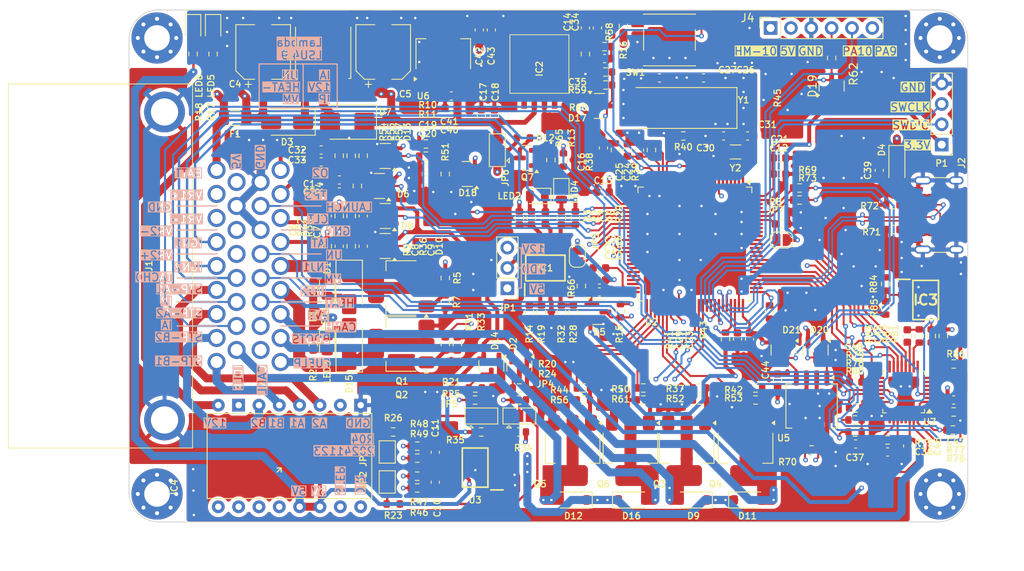
<source format=kicad_pcb>
(kicad_pcb (version 20240108) (generator "pcbnew") (generator_version "8.0")
  (title_block (title "NO2C") (date "2020-04-18") (rev "vD1") (company "WTMtronics"))
  (layers (0 "F.Cu" signal) (1 "In1.Cu" signal) (2 "In2.Cu" signal) (31 "B.Cu" signal) (34 "B.Paste" user) (35 "F.Paste" user) (36 "B.SilkS" user "B.Silkscreen") (37 "F.SilkS" user "F.Silkscreen") (38 "B.Mask" user) (39 "F.Mask" user) (44 "Edge.Cuts" user))
  (net 0 "")
  (net 1 "Earth")
  (net 2 "+5V")
  (net 3 "+12V")
  (net 9 "/PA3")
  (net 10 "Net-(IC1-VDD)")
  (net 11 "/PA4")
  (net 12 "/PA5")
  (net 13 "Net-(U3-IN1+)")
  (net 14 "Net-(U3-IN1-)")
  (net 15 "Net-(U3-IN2-)")
  (net 16 "Net-(U3-IN2+)")
  (net 20 "Net-(IC2-VOUT)")
  (net 22 "Net-(C19-Pad1)")
  (net 24 "/STEP")
  (net 25 "/DIR")
  (net 26 "/ENBL")
  (net 28 "VDA")
  (net 29 "Net-(U2-PH0)")
  (net 32 "VBUS")
  (net 33 "/TPS")
  (net 34 "/CLT")
  (net 35 "/IAT")
  (net 36 "/O2")
  (net 37 "/INJ1")
  (net 38 "/INJ2")
  (net 39 "/VR1-")
  (net 40 "/VR2-")
  (net 41 "/STP-A2")
  (net 42 "/STP-A1")
  (net 43 "/STP-B1")
  (net 44 "/STP-B2")
  (net 45 "/FUELP")
  (net 46 "/BOOST")
  (net 47 "/IDLE")
  (net 48 "/IGN2")
  (net 49 "/IGN1")
  (net 50 "/TACHO")
  (net 51 "/VVT")
  (net 52 "/LAUNCH")
  (net 53 "Net-(U2-PH1)")
  (net 54 "Net-(U2-VCAP_1)")
  (net 55 "Net-(U2-VCAP_2)")
  (net 56 "Net-(U2-PC15)")
  (net 57 "Net-(U2-PC14)")
  (net 58 "Net-(C33-Pad1)")
  (net 59 "Net-(D1-A)")
  (net 60 "Net-(D3-K)")
  (net 61 "Net-(C35-Pad1)")
  (net 62 "Net-(LED1-A)")
  (net 63 "Net-(LED2-A)")
  (net 64 "Net-(LED3-A)")
  (net 65 "Net-(LED4-A)")
  (net 66 "Net-(LED5-A)")
  (net 67 "Net-(LED6-A)")
  (net 68 "Net-(Q1-G)")
  (net 69 "Net-(Q2-G)")
  (net 70 "Net-(Q3-G)")
  (net 71 "Net-(Q4-G)")
  (net 72 "Net-(Q5-G)")
  (net 73 "Net-(Q6-G)")
  (net 74 "/PD11")
  (net 75 "Net-(D5-COM)")
  (net 76 "/PA2")
  (net 77 "/PD10")
  (net 78 "Net-(D15-A)")
  (net 79 "/PA0")
  (net 80 "/PA1")
  (net 82 "Net-(IC1-OUTA)")
  (net 83 "Net-(D20-COM)")
  (net 84 "Net-(D21-COM)")
  (net 85 "/SCL")
  (net 86 "CANL")
  (net 87 "CANH")
  (net 88 "/SDA")
  (net 90 "Net-(IC1-OUTB)")
  (net 91 "Net-(IC1-INA)")
  (net 93 "Net-(IC1-INB)")
  (net 94 "Net-(J2-SBU2)")
  (net 95 "+BATT")
  (net 97 "VR2+")
  (net 98 "Net-(J2-SBU1)")
  (net 101 "VR1+")
  (net 104 "Net-(JP2-Pad1)")
  (net 105 "Net-(JP3-Pad1)")
  (net 106 "Net-(JP4-C)")
  (net 110 "Net-(JP4-A)")
  (net 111 "Net-(JP5-C)")
  (net 112 "Net-(JP5-B)")
  (net 113 "Net-(JP6-C)")
  (net 114 "Net-(Q7-G)")
  (net 116 "/PD8")
  (net 118 "/PD14")
  (net 120 "/BOOT0")
  (net 121 "/PD13")
  (net 122 "/PD12")
  (net 123 "/BOOT1")
  (net 124 "Net-(IC3-INPUT_1)")
  (net 126 "HEAT-")
  (net 129 "/PD9")
  (net 131 "/PD7")
  (net 132 "Net-(U2-VREF+)")
  (net 134 "/SWDIO")
  (net 136 "Net-(U2-NRST)")
  (net 138 "/PD6")
  (net 139 "GND")
  (net 140 "/SWCLK")
  (net 141 "/PD5")
  (net 142 "/PD4")
  (net 144 "/DIAHG")
  (net 145 "/F_CS")
  (net 146 "+3.3V")
  (net 147 "/UR")
  (net 148 "/PA9")
  (net 149 "/SPI1_SCK")
  (net 150 "/PA10")
  (net 151 "/PD15")
  (net 155 "/SPI1_MOSI")
  (net 157 "/SPI1_MISO")
  (net 162 "/PB9")
  (net 163 "/PB8")
  (net 164 "/USB_D-")
  (net 165 "/USB_D+")
  (net 174 "/SPI3_SCK")
  (net 175 "/UA")
  (net 176 "/SPI3_MISO")
  (net 177 "/SS3")
  (net 178 "/HEAT_OUT-")
  (net 179 "/SPI3_MOSI")
  (net 180 "Net-(U7-CF)")
  (net 181 "UN")
  (net 182 "Net-(U7-CM)")
  (net 183 "Net-(C45-Pad1)")
  (net 184 "Net-(U7-RF)")
  (net 185 "IP")
  (net 186 "IA")
  (net 187 "Net-(U7-OSZ)")
  (net 188 "Net-(U7-UP)")
  (net 189 "Net-(U7-US)")
  (net 190 "Net-(U7-RST)")
  (net 191 "VM")
  (net 192 "Net-(U7-RS)")
  (net 193 "Net-(U7-RM)")
  (net 194 "DIAHD")
  (net 206 "Net-(J4-Pin_4)")
  (footprint "Capacitor_SMD:C_0603_1608Metric" (layer "F.Cu") (at 119.75 88.275 -90)
    (property "Reference" "C9")
    (property "Value" "220nF")
  )
  (footprint "Capacitor_SMD:C_0603_1608Metric" (layer "F.Cu") (at 171.75 79.25 180)
    (property "Reference" "C12")
    (property "Value" "1nF")
  )
  (footprint "Capacitor_SMD:C_0603_1608Metric" (layer "F.Cu") (at 149.7 81.5)
    (property "Reference" "C13")
    (property "Value" "100nF")
  )
  (footprint "Capacitor_SMD:C_0603_1608Metric" (layer "F.Cu") (at 116.775 81.5 180)
    (property "Reference" "C2")
    (property "Value" "220nF")
  )
  (footprint "Capacitor_SMD:C_0603_1608Metric" (layer "F.Cu") (at 142.5 84.75 90)
    (property "Reference" "C3")
    (property "Value" "100nF")
  )
  (footprint "Capacitor_SMD:C_0603_1608Metric" (layer "F.Cu") (at 127.575 78.5 180)
    (property "Reference" "C19")
    (property "Value" "100nF")
  )
  (footprint "Capacitor_SMD:C_0603_1608Metric" (layer "F.Cu") (at 149.25 92.5)
    (property "Reference" "C15")
    (property "Value" "100nF")
  )
  (footprint "Capacitor_SMD:C_0603_1608Metric" (layer "F.Cu") (at 149.75 76 90)
    (property "Reference" "C16")
    (property "Value" "100nF")
  )
  (footprint "Capacitor_SMD:CP_Elec_6.3x7.7" (layer "F.Cu") (at 122.25 64 90)
    (property "Reference" "C5")
    (property "Value" "47u 50v")
  )
  (footprint "Capacitor_SMD:C_0603_1608Metric" (layer "F.Cu") (at 147.5 61 90)
    (property "Reference" "C14")
    (property "Value" "47pF")
  )
  (footprint "Capacitor_SMD:C_0603_1608Metric" (layer "F.Cu") (at 128.75 114.025 90)
    (property "Reference" "C11")
    (property "Value" "1nF")
  )
  (footprint "Package_TO_SOT_SMD:SOT-23" (layer "F.Cu") (at 139.25 103.25 -90)
    (property "Reference" "D2")
    (property "Value" "BAT54S")
  )
  (footprint "Diode_SMD:D_SMA" (layer "F.Cu") (at 110.25 72.75 180)
    (property "Reference" "D3")
    (property "Value" "60V 1A")
  )
  (footprint "Jumper:SolderJumper-2_P1.3mm_Open_Pad1.0x1.5mm" (layer "F.Cu") (at 122.75 117.75 90)
    (property "Reference" "JP2")
    (property "Value" "Jumper_NO_Small")
  )
  (footprint "Jumper:SolderJumper-2_P1.3mm_Open_Pad1.0x1.5mm" (layer "F.Cu") (at 122.75 114 -90)
    (property "Reference" "JP3")
    (property "Value" "Jumper_NO_Small")
  )
  (footprint "Jumper:SolderJumper-3_P1.3mm_Bridged12_Pad1.0x1.5mm" (layer "F.Cu") (at 139.25 109.5)
    (property "Reference" "JP4")
    (property "Value" "SolderJumper_3_Bridged12")
  )
  (footprint "Jumper:SolderJumper-3_P1.3mm_Bridged12_Pad1.0x1.5mm" (layer "F.Cu") (at 134.5 109.5)
    (property "Reference" "JP5")
    (property "Value" "SolderJumper_3_Bridged12")
  )
  (footprint "LED_SMD:LED_0805_2012Metric" (layer "F.Cu") (at 115.25 93.53 90)
    (property "Reference" "LED1")
    (property "Value" "RED")
  )
  (footprint "LED_SMD:LED_0805_2012Metric" (layer "F.Cu") (at 115.25 100.5 -90)
    (property "Reference" "LED3")
    (property "Value" "RED")
  )
  (footprint "LED_SMD:LED_0805_2012Metric" (layer "F.Cu") (at 141.5 82 180)
    (property "Reference" "LED2")
    (property "Value" "RED")
  )
  (footprint "LED_SMD:LED_0805_2012Metric" (layer "F.Cu") (at 144.5 81.5 -90)
    (property "Reference" "LED4")
    (property "Value" "RED")
  )
  (footprint "Package_TO_SOT_SMD:SOT-223-3_TabPin2" (layer "F.Cu") (at 124.5 93.5 180)
    (property "Reference" "Q1")
    (property "Value" "BSP78HUMA1")
  )
  (footprint "Package_TO_SOT_SMD:SOT-223-3_TabPin2" (layer "F.Cu") (at 124.5 100.5 180)
    (property "Reference" "Q2")
    (property "Value" "BSP78HUMA1")
  )
  (footprint "Package_TO_SOT_SMD:SOT-223-3_TabPin2" (layer "F.Cu") (at 145.9 113.5 -90)
    (property "Reference" "Q5")
    (property "Value" "BSP78HUMA1")
  )
  (footprint "Package_TO_SOT_SMD:SOT-223-3_TabPin2" (layer "F.Cu") (at 153.125 113.5 -90)
    (property "Reference" "Q6")
    (property "Value" "BSP78HUMA1")
  )
  (footprint "Package_TO_SOT_SMD:SOT-223-3_TabPin2" (layer "F.Cu") (at 160.15 113.5 -90)
    (property "Reference" "Q3")
    (property "Value" "BSP78HUMA1")
  )
  (footprint "Package_TO_SOT_SMD:SOT-223-3_TabPin2" (layer "F.Cu") (at 167.5 113.5 -90)
    (property "Reference" "Q4")
    (property "Value" "BSP78HUMA1")
  )
  (footprint "Package_TO_SOT_SMD:TO-252-2" (layer "F.Cu") (at 114.75 64 90)
    (property "Reference" "U1")
    (property "Value" "L7805CDT(UMW)")
  )
  (footprint "Capacitor_SMD:CP_Elec_6.3x7.7" (layer "F.Cu") (at 107.25 64 90)
    (property "Reference" "C4")
    (property "Value" "47u 50v")
  )
  (footprint "Resistor_SMD:R_0603_1608Metric" (layer "F.Cu") (at 130 95.25 -90)
    (property "Reference" "R7")
    (property "Value" "10K")
  )
  (footprint "Resistor_SMD:R_0603_1608Metric" (layer "F.Cu") (at 115.25 88.275 -90)
    (property "Reference" "R9")
    (property "Value" "2K49")
  )
  (footprint "Resistor_SMD:R_0603_1608Metric" (layer "F.Cu") (at 127.575 75.5)
    (property "Reference" "R10")
    (property "Value" "33K")
  )
  (footprint "Resistor_SMD:R_0603_1608Metric" (layer "F.Cu") (at 144.5 84.75 90)
    (property "Reference" "R6")
    (property "Value" "2K")
  )
  (footprint "Resistor_SMD:R_0603_1608Metric" (layer "F.Cu") (at 139.25 84.75 90)
    (property "Reference" "R3")
    (property "Value" "47R")
  )
  (footprint "Resistor_SMD:R_0603_1608Metric" (layer "F.Cu") (at 140.75 84.75 90)
    (property "Reference" "R2")
    (property "Value" "2K")
  )
  (footprint "Resistor_SMD:R_0603_1608Metric" (layer "F.Cu") (at 172 85.5 180)
    (property "Reference" "R8")
    (property "Value" "10K")
  )
  (footprint "Resistor_SMD:R_0603_1608Metric" (layer "F.Cu") (at 127.575 77.025 180)
    (property "Reference" "R11")
    (property "Value" "51K")
  )
  (footprint "footprnt:DRV8825" (layer "F.Cu") (at 101.65 120.848 90)
    (property "Reference" "IC4")
    (property "Value" "CONN_02X08")
  )
  (footprint "Capacitor_SMD:C_0603_1608Metric" (layer "F.Cu") (at 116.775 80 180)
    (property "Reference" "C1")
    (property "Value" "100nF")
  )
  (footprint "Resistor_SMD:R_0603_1608Metric" (layer "F.Cu") (at 113.5 93.5 -90)
    (property "Reference" "R1")
    (property "Value" "2K")
  )
  (footprint "Resistor_SMD:R_0603_1608Metric" (layer "F.Cu") (at 119.025 80.75 -90)
    (property "Reference" "R4")
    (property "Value" "470R")
  )
  (footprint "Resistor_SMD:R_0603_1608Metric" (layer "F.Cu") (at 139.75 74.75 180)
    (property "Reference" "R12")
    (property "Value" "1K")
  )
  (footprint "Resistor_SMD:R_0603_1608Metric" (layer "F.Cu") (at 144.75 77.5 -90)
    (property "Reference" "R13")
    (property "Value" "100R")
  )
  (footprint "Package_TO_SOT_SMD:SOT-23" (layer "F.Cu") (at 140.25 77.25 180)
    (property "Reference" "Q7")
    (property "Value" "AO3400A")
  )
  (footprint "Capacitor_SMD:C_0603_1608Metric" (layer "F.Cu") (at 149.25 94)
    (property "Reference" "C22")
    (property "Value" "100nF")
  )
  (footprint "Resistor_SMD:R_0603_1608Metric" (layer "F.Cu") (at 140.5 96.5 -90)
    (property "Reference" "R14")
    (property "Value" "1K")
  )
  (footprint "Capacitor_SMD:C_0603_1608Metric" (layer "F.Cu") (at 116.75 88.275 90)
    (property "Reference" "C8")
    (property "Value" "100nF")
  )
  (footprint "Capacitor_SMD:C_0603_1608Metric" (layer "F.Cu") (at 171.75 77.25 180)
    (property "Reference" "C21")
    (property "Value" "100nF")
  )
  (footprint "Capacitor_SMD:C_0603_1608Metric" (layer "F.Cu") (at 127.575 80 180)
    (property "Reference" "C20")
    (property "Value" "220nF")
  )
  (footprint "Resistor_SMD:R_0603_1608Metric" (layer "F.Cu") (at 130 92.25 90)
    (property "Reference" "R5")
    (property "Value" "100R")
  )
  (footprint "Diode_SMD:D_SMA" (layer "F.Cu") (at 118 93.53 -90)
    (property "Reference" "D1")
    (property "Value" "1N4004")
  )
  (footprint "SamacSys_Parts:SOIC127P600X175-8N" (layer "F.Cu") (at 142.5 91 90)
    (property "Reference" "IC1")
    (property "Value" "TC4424AVOA" (hide yes))
  )
  (footprint "Package_TO_SOT_SMD:SOT-23" (layer "F.Cu") (at 121.775 80.75 180)
    (property "Reference" "D6")
    (property "Value" "BAT54S")
  )
  (footprint "Package_TO_SOT_SMD:SOT-23" (layer "F.Cu") (at 149.0625 96.5)
    (property "Reference" "D5")
    (property "Value" "BAT54S")
  )
  (footprint "Resistor_SMD:R_0603_1608Metric" (layer "F.Cu") (at 151.875 96.35 90)
    (property "Reference" "R15")
    (property "Value" "1K")
  )
  (footprint "Capacitor_SMD:C_0603_1608Metric" (layer "F.Cu") (at 136.133 72.02 90)
    (property "Reference" "C18")
    (property "Value" "100nF")
  )
  (footprint "Capacitor_SMD:C_0603_1608Metric" (layer "F.Cu") (at 134.5 72 90)
    (property "Reference" "C17")
    (property "Value" "100nF")
  )
  (footprint "Capacitor_SMD:C_0603_1608Metric" (layer "F.Cu") (at 149.25 91)
    (property "Reference" "C28")
    (property "Value" "100nF")
  )
  (footprint "Resistor_SMD:R_0603_1608Metric" (layer "F.Cu") (at 139.25 111.5)
    (property "Reference" "R34")
    (property "Value" "1K")
  )
  (footprint "Package_TO_SOT_SMD:SOT-23" (layer "F.Cu") (at 122.5 84.5 180)
    (property "Reference" "D8")
    (property "Value" "BAT54S")
  )
  (footprint "Package_TO_SOT_SMD:SOT-23" (layer "F.Cu") (at 149.25 70.75)
    (property "Reference" "D17")
    (property "Value" "BAT54S")
  )
  (footprint "Package_TO_SOT_SMD:SOT-23" (layer "F.Cu") (at 176.25 101.25 -90)
    (property "Reference" "D20")
    (property "Value" "BAT54S")
  )
  (footprint "Capacitor_SMD:C_0603_1608Metric" (layer "F.Cu") (at 167.75 74.5)
    (property "Reference" "C31")
    (property "Value" "12pF")
  )
  (footprint "Capacitor_SMD:C_0603_1608Metric" (layer "F.Cu") (at 185.25 114)
    (property "Reference" "C36")
    (property "Value" "100nF")
  )
  (footprint "Resistor_SMD:R_0603_1608Metric" (layer "F.Cu") (at 185 93 -90)
    (property "Reference" "R84")
    (property "Value" "4.7K")
  )
  (footprint "Resistor_SMD:R_0603_1608Metric" (layer "F.Cu") (at 131.5 100.5 90)
    (property "Reference" "R33")
    (property "Value" "10K")
  )
  (footprint "SamacSys_Parts:SOP64P602X175-16N" (layer "F.Cu") (at 133.725 115.952 180)
    (property "Reference" "U3")
    (property "Value" "MAX9926UAEE+" (hide yes))
  )
  (footprint "Package_TO_SOT_SMD:SOT-23" (layer "F.Cu") (at 132.75 79.25 180)
    (property "Reference" "D18")
    (property "Value" "BAT54S")
  )
  (footprint "SamacSys_Parts:364372850" (layer "F.Cu") (at 101.4375 78.75 -90)
    (property "Reference" "J1")
    (property "Value" "3-6437285-0" (hide yes))
  )
  (footprint "Resistor_SMD:R_0603_1608Metric" (layer "F.Cu") (at 142 96.5 -90)
    (property "Reference" "R19")
    (property "Value" "100K")
  )
  (footprint "Resistor_SMD:R_0603_1608Metric" (layer "F.Cu") (at 133.75 106)
    (property "Reference" "R21")
    (property "Value" "10K")
  )
  (footprint "Capacitor_SMD:C_0603_1608Metric" (layer "F.Cu") (at 184.2 78.8 90)
    (property "Reference" "C39")
    (property "Value" "10uF")
  )
  (footprint "Resistor_SMD:R_0603_1608Metric" (layer "F.Cu") (at 168.75 106 180)
    (property "Reference" "R42")
    (property "Value" "100R")
  )
  (footprint "Connector_PinHeader_2.54mm:PinHeader_1x04_P2.54mm_Vertical" (layer "F.Cu") (at 192 75.58 180)
    (property "Reference" "P1")
    (property "Value" "Conn_01x04")
  )
  (footprint "Resistor_SMD:R_0603_1608Metric" (layer "F.Cu") (at 185.25 112.5 180)
    (property "Reference" "R75")
    (property "Value" "100K")
  )
  (footprint "Resistor_SMD:R_0603_1608Metric" (layer "F.Cu") (at 193.5 109 180)
    (property "Reference" "R77")
    (property "Value" "10K")
  )
  (footprint "Resistor_SMD:R_0603_1608Metric" (layer "F.Cu") (at 147.25 106 180)
    (property "Reference" "R44")
    (property "Value" "100R")
  )
  (footprint "Resistor_SMD:R_0603_1608Metric" (layer "F.Cu") (at 185 96 90)
    (property "Reference" "R85")
    (property "Value" "100K")
  )
  (footprint "Resistor_SMD:R_0603_1608Metric" (layer "F.Cu") (at 147 93.25 -90)
    (property "Reference" "R66")
    (property "Value" "10K")
  )
  (footprint "Package_TO_SOT_SMD:SOT-23" (layer "F.Cu") (at 135.75 103.25 -90)
    (property "Reference" "D14")
    (property "Value" "BAT54S")
  )
  (footprint "Button_Switch_SMD:SW_Push_1P1T_NO_6x6mm_H9.5mm" (layer "F.Cu") (at 158 62.5 180)
    (property "Reference" "SW1")
    (property "Value" "SW_Push")
  )
  (footprint "Diode_SMD:D_SOD-123" (layer "F.Cu") (at 161 120 180)
    (property "Reference" "D9")
    (property "Value" "1N4007-A7")
  )
  (footprint "Resistor_SMD:R_0603_1608Metric" (layer "F.Cu") (at 178.25 64.75 90)
    (property "Reference" "R62")
    (property "Value" "470R")
  )
  (footprint "Resistor_SMD:R_0603_1608Metric" (layer "F.Cu") (at 150 66.5)
    (property "Reference" "R59")
    (property "Value" "4K7")
  )
  (footprint "Package_TO_SOT_SMD:SOT-23" (layer "F.Cu") (at 172.25 101.25 -90)
    (property "Reference" "D21")
    (property "Value" "BAT54S")
  )
  (footprint "Capacitor_SMD:C_0603_1608Metric" (layer "F.Cu") (at 134.24 61.25 90)
    (property "Reference" "C42")
    (property "Value" "10uF")
  )
  (footprint "Package_SO:SO-8_5.3x6.2mm_P1.27mm" (layer "F.Cu") (at 175.75 108.25 -90)
    (property "Reference" "U5")
    (property "Value" "TJA1050")
  )
  (footprint "Resistor_SMD:R_0603_1608Metric" (layer "F.Cu") (at 155.75 76.25 90)
    (property "Reference" "R39")
    (property "Value" "0R")
  )
  (footprint "Resistor_SMD:R_0603_1608Metric" (layer "F.Cu") (at 118.25 88.275 90)
    (property "Reference" "R36")
    (property "Value" "470R")
  )
  (footprint "Capacitor_SMD:C_0603_1608Metric" (layer "F.Cu") (at 130.75 71 180)
    (property "Reference" "C40")
    (property "Value" "100nF")
  )
  (footprint "Diode_SMD:D_SOD-123" (layer "F.Cu") (at 146 120 180)
    (property "Reference" "D12")
    (property "Value" "1N4007-A7")
  )
  (footprint "Jumper:SolderJumper-2_P1.3mm_Open_RoundedPad1.0x1.5mm" (layer "F.Cu") (at 172 87.5)
    (property "Reference" "JP7")
    (property "Value" "Jumper_2_Open")
  )
  (footprint "Resistor_SMD:R_0603_1608Metric" (layer "F.Cu") (at 151.25 76.25 90)
    (property "Reference" "R38")
    (property "Value" "0R")
  )
  (footprint "Fuse:Fuse_1206_3216Metric" (layer "F.Cu") (at 103.75 72.25 180)
    (property "Reference" "F1")
    (property "Value" "1A 60V")
  )
  (footprint "Capacitor_SMD:C_0603_1608Metric" (layer "F.Cu") (at 152.75 76.25 -90)
    (property "Reference" "C25")
    (property "Value" "100nF")
  )
  (footprint "Resistor_SMD:R_0603_1608Metric" (layer "F.Cu") (at 174.25 82.5)
    (property "Reference" "R73")
    (property "Value" "1K")
  )
  (footprint "Resistor_SMD:R_0603_1608Metric" (layer "F.Cu") (at 193.5 103)
    (property "Reference" "R86")
    (property "Value" "6.8K")
  )
  (footprint "Capacitor_SMD:C_0603_1608Metric" (layer "F.Cu") (at 181.25 105.25)
    (property "Reference" "C48")
    (property "Value" "100nF")
  )
  (footprint "Capacitor_SMD:C_0603_1608Metric" (layer "F.Cu") (at 128.75 117.775 -90)
    (property "Reference" "C10")
    (property "Value" "1nF")
  )
  (footprint "Capacitor_SMD:C_0603_1608Metric" (layer "F.Cu") (at 114.5 76.25 180)
    (property "Reference" "C32")
    (property "Value" "100nF")
  )
  (footprint "Resistor_SMD:R_0603_1608Metric" (layer "F.Cu") (at 129.99 79.25 -90)
    (property "Reference" "R51")
    (property "Value" "470R")
  )
  (footprint "Resistor_SMD:R_0603_1608Metric" (layer "F.Cu") (at 139.25 106)
    (property "Reference" "R20")
    (property "Value" "10K")
  )
  (footprint "LED_SMD:LED_0805_2012Metric" (layer "F.Cu") (at 98.5 61 -90)
    (property "Reference" "LED6")
    (property "Value" "RED")
  )
  (footprint "Capacitor_SMD:C_0603_1608Metric" (layer "F.Cu") (at 119.75 84.5 -90)
    (property "Reference" "C7")
    (property "Value" "220nF")
  )
  (footprint "Resistor_SMD:R_0603_1608Metric" (layer "F.Cu") (at 175.75 113.75)
    (property "Reference" "R70")
    (property "Value" "120R")
  )
  (footprint "Package_QFP:LQFP-100_14x14mm_P0.5mm" (layer "F.Cu") (at 161.175 88 -90)
    (property "Reference" "U2")
    (property "Value" "STM32F407VETx")
  )
  (footprint "MountingHole:MountingHole_3.2mm_M3_Pad_Via" (layer "F.Cu") (at 94 62.25)
    (property "Reference" "REF**" (hide yes))
    (property "Value" "MountingHole_3.2mm_M3_Pad_Via" (hide yes))
  )
  (footprint "Capacitor_SMD:C_0603_1608Metric" (layer "F.Cu") (at 181.25 113 180)
    (property "Reference" "C37")
    (property "Value" "2.2nF")
  )
  (footprint "Resistor_SMD:R_0603_1608Metric" (layer "F.Cu") (at 146.25 84.75 90)
    (property "Reference" "R29")
    (property "Value" "47R")
  )
  (footprint "SamacSys_Parts:SOIC127P600X175-8N" (layer "F.Cu") (at 190 95)
    (property "Reference" "IC3")
    (property "Value" "VNS3NV04DPTR-E" (hide yes))
  )
  (footprint "Diode_SMD:D_SOD-123" (layer "F.Cu") (at 186.4 78.05 -90)
    (property "Reference" "D4")
    (property "Value" "1N4007-A7")
  )
  (footprint "Resistor_SMD:R_0603_1608Metric" (layer "F.Cu") (at 161.75 107.5 180)
    (property "Reference" "R52")
    (property "Value" "10K")
  )
  (footprint "Resistor_SMD:R_0603_1608Metric" (layer "F.Cu") (at 161.75 106 180)
    (property "Reference" "R37")
    (property "Value" "100R")
  )
  (footprint "Resistor_SMD:R_0603_1608Metric" (layer "F.Cu") (at 119.75 76.975 90)
    (property "Reference" "R57")
    (property "Value" "9K1")
  )
  (footprint "Resistor_SMD:R_0603_1608Metric" (layer "F.Cu") (at 193.4 111.25)
    (property "Reference" "R76")
    (property "Value" "61.9R")
  )
  (footprint "Resistor_SMD:R_0603_1608Metric" (layer "F.Cu") (at 130 100.5 90)
    (property "Reference" "R31")
    (property "Value" "100R")
  )
  (footprint "Resistor_SMD:R_0603_1608Metric" (layer "F.Cu") (at 181.175 110 180)
    (property "Reference" "R78")
    (property "Value" "470K")
  )
  (footprint "Resistor_SMD:R_0603_1608Metric" (layer "F.Cu") (at 185.9 83.1 180)
    (property "Reference" "R72")
    (property "Value" "5.1K")
  )
  (footprint "Resistor_SMD:R_0603_1608Metric" (layer "F.Cu") (at 113.5 100.5 90)
    (property "Reference" "R27")
    (property "Value" "2K")
  )
  (footprint "Capacitor_SMD:C_0603_1608Metric" (layer "F.Cu") (at 149 61 90)
    (property "Reference" "C34")
    (property "Value" "100nF")
  )
  (footprint "Package_TO_SOT_SMD:SOT-23" (layer "F.Cu") (at 122.5 77 180)
    (property "Reference" "D13")
    (property "Value" "BAT54S")
  )
  (footprint "Capacitor_SMD:C_0603_1608Metric" (layer "F.Cu") (at 115.25 84.5 90)
    (property "Reference" "C6")
    (property "Value" "100nF")
  )
  (footprint "MountingHole:MountingHole_3.2mm_M3_Pad_Via" (layer "F.Cu") (at 94 119.25)
    (property "Reference" "REF**" (hide yes))
    (property "Value" "MountingHole_3.2mm_M3_Pad_Via" (hide yes))
  )
  (footprint "Resistor_SMD:R_0603_1608Metric" (layer "F.Cu") (at 126.5 113.275)
    (property "Reference" "R48")
    (property "Value" "10K")
  )
  (footprint "Capacitor_SMD:C_0603_1608Metric" (layer "F.Cu") (at 156.75 67.25 180)
    (property "Reference" "C27")
    (property "Value" "22pF")
  )
  (footprint "MountingHole:MountingHole_3.2mm_M3_Pad_Via" (layer "F.Cu") (at 191.75 62.25)
    (property "Reference" "REF**" (hide yes))
    (property "Value" "MountingHole_3.2mm_M3_Pad_Via" (hide yes))
  )
  (footprint "Capacitor_SMD:C_0603_1608Metric" (layer "F.Cu") (at 149.8875 64.825 180)
    (property "Reference" "C35")
    (property "Value" "220nF")
  )
  (footprint "Package_TO_SOT_SMD:SOT-23" (layer "F.Cu") (at 122.5 88.25 180)
    (property "Reference" "D10")
    (property "Value" "BAT54S")
  )
  (footprint "Capacitor_SMD:C_0603_1608Metric" (layer "F.Cu") (at 193.5 107.5 180)
    (property "Reference" "C47")
    (property "Value" "100nF")
  )
  (footprint "Capacitor_SMD:C_0603_1608Metric" (layer "F.Cu") (at 162.25 67.25)
    (property "Reference" "C26")
    (property "Value" "22pF")
  )
  (footprint "Resistor_SMD:R_0603_1608Metric" (layer "F.Cu") (at 189.2 99.5 90)
    (property "Reference" "R83")
    (property "Value" "10K")
  )
  (footprint "Resistor_SMD:R_0603_1608Metric" (layer "F.Cu") (at 118.25 84.5 90)
    (property "Reference" "R30")
    (property "Value" "470R")
  )
  (footprint "Resistor_SMD:R_0603_1608Metric" (layer "F.Cu") (at 154.75 107.5 180)
    (property "Reference" "R61")
    (property "Value" "10K")
  )
  (footprint "Resistor_SMD:R_0603_1608Metric" (layer "F.Cu") (at 126.5 118.5)
    (property "Reference" "R46")
    (property "Value" "10K")
  )
  (footprint "Resistor_SMD:R_0603_1608Metric" (layer "F.Cu") (at 118.25 76.975 90)
    (property "Reference" "R55")
    (property "Value" "4K7")
  )
  (footprint "Resistor_SMD:R_0603_1608Metric" (layer "F.Cu") (at 165 99.9 90)
    (property "Reference" "R41")
    (property "Value" "10K")
  )
  (footprint "Resistor_SMD:R_0603_1608Metric" (layer "F.Cu") (at 152.25 60.75 90)
    (property "Reference" "R16")
    (property "Value" "10K")
  )
  (footprint "Resistor_SMD:R_0603_1608Metric" (layer "F.Cu") (at 190.7 99.5 -90)
    (property "Reference" "R82")
    (property "Value" "10K")
  )
  (footprint "Resistor_SMD:R_0603_1608Metric" (layer "F.Cu") (at 144.5 96.5 -90)
    (property "Reference" "R32")
    (property "Value" "100K")
  )
  (footprint "Diode_SMD:D_SOD-123" (layer "F.Cu") (at 167.75 120)
    (property "Reference" "D11")
    (property "Value" "1N4007-A7")
  )
  (footprint "Capacitor_SMD:C_0603_1608Metric" (layer "F.Cu") (at 187.7 99.5 -90)
    (property "Reference" "C45")
    (property "Value" "100nF")
  )
  (footprint "Capacitor_SMD:C_0603_1608Metric" (layer "F.Cu") (at 164.75 74.5 180)
    (property "Reference" "C30")
    (property "Value" "12pF")
  )
  (footprint "Package_QFP:LQFP-32_5x5mm_P0.5mm" (layer "F.Cu") (at 187.25 106.5 180)
    (property "Reference" "U7")
    (property "Value" "CJ125_32")
  )
  (footprint "Resistor_SMD:R_0603_1608Metric" (layer "F.Cu") (at 168.75 107.5 180)
    (property "Reference" "R53")
    (property "Value" "10K")
  )
  (footprint "Resistor_SMD:R_0603_1608Metric" (layer "F.Cu") (at 147.5 64.25 -90)
    (property "Reference" "R45")
    (property "Value" "51K")
  )
  (footprint "Resistor_SMD:R_0603_1608Metric" (layer "F.Cu") (at 192.2 99.5 -90)
    (property "Reference" "R81")
    (property "Value" "10K")
  )
  (footprint "Resistor_SMD:R_0603_1608Metric" (layer "F.Cu") (at 146 96.5 -90)
    (property "Reference" "R28")
    (property "Value" "1K")
  )
  (footprint "Resistor_SMD:R_0603_1608Metric" (layer "F.Cu") (at 123.5 120.5 180)
    (property "Reference" "R23")
    (property "Value" "1K")
  )
  (footprint "Capacitor_SMD:C_0603_1608Metric" (layer "F.Cu") (at 130.75 69.5 180)
    (property "Reference" "C41")
    (property "Value" "10uF")
  )
  (footprint "LED_SMD:LED_0805_2012Metric" (layer "F.Cu") (at 101 61 -90)
    (property "Reference" "LED5")
    (property "Value" "RED")
  )
  (footprint "Resistor_SMD:R_0603_1608Metric" (layer "F.Cu") (at 134.5 111.5 180)
    (property "Reference" "R35")
    (property "Value" "1K")
  )
  (footprint "MountingHole:MountingHole_3.2mm_M3_Pad_Via" (layer "F.Cu") (at 191.75 119.25)
    (property "Reference" "REF**" (hide yes))
    (property "Value" "MountingHole_3.2mm_M3_Pad_Via" (hide yes))
  )
  (footprint "Resistor_SMD:R_0603_1608Metric" (layer "F.Cu") (at 133.725 107.5)
    (property "Reference" "R25")
    (property "Value" "470R")
  )
  (footprint "Capacitor_SMD:C_0603_1608Metric" (layer "F.Cu") (at 168 99.9 90)
    (property "Reference" "C23")
    (property "Value" "100nF")
  )
  (footprint "Resistor_SMD:R_0603_1608Metric" (layer "F.Cu") (at 181.25 108.5)
    (property "Reference" "R79")
    (property "Value" "4.7K")
  )
  (footprint "Resistor_SMD:R_0603_1608Metric" (layer "F.Cu") (at 126.5 114.775)
    (property "Reference" "R49")
    (property "Value" "10K")
  )
  (footprint "Resistor_SMD:R_0603_1608Metric" (layer "F.Cu") (at 154.75 106 180)
    (property "Reference" "R50")
    (property "Value" "100R")
  )
  (footprint "Resistor_SMD:R_0603_1608Metric" (layer "F.Cu") (at 126.5 117.025)
    (property "Reference" "R47")
    (property "Value" "10K")
  )
  (footprint "Resistor_SMD:R_0603_1608Metric" (layer "F.Cu") (at 116.75 84.5 -90)
    (property "Reference" "R22")
    (property "Value" "2K49")
  )
  (footprint "Connector_PinHeader_2.54mm:PinHeader_1x03_P2.54mm_Vertical" (layer "F.Cu") (at 137.75 93.54 180)
    (property "Reference" "JP1")
    (property "Value" "ING-VLT")
  )
  (footprint "Crystal:Crystal_SMD_HC49-SD" (layer "F.Cu") (at 159.725 71 180)
    (property "Reference" "Y1")
    (property "Value" "8Mhz")
  )
  (footprint "Connector_PinSocket_2.54mm:PinSocket_1x06_P2.54mm_Vertical" (layer "F.Cu") (at 170.63 61 90)
    (property "Reference" "J4")
    (property "Value" "HM-10")
  )
  (footprint "Crystal:Crystal_SMD_3215-2Pin_3.2x1.5mm" (layer "F.Cu") (at 166.25 76.5 180)
    (property "Reference" "Y2")
    (property "Value" "32.768Khz")
  )
  (footprint "Capacitor_SMD:C_0603_1608Metric" (layer "F.Cu") (at 154.25 76.25 -90)
    (property "Reference" "C24")
    (property "Value" "1nF")
  )
  (footprint "Resistor_SMD:R_0603_1608Metric" (layer "F.Cu") (at 159.725 74.5 180)
    (property "Reference" "R40")
    (property "Value" "1M")
  )
  (footprint "Resistor_SMD:R_0603_1608Metric" (layer "F.Cu") (at 150 68.125)
    (property "Reference" "R60")
    (property "Value" "9K1")
  )
  (footprint "Package_TO_SOT_SMD:SOT-23" (layer "F.Cu") (at 178.25 68.25 90)
    (property "Reference" "D19")
    (property "Value" "BAT54S")
  )
  (footprint "Resistor_SMD:R_0603_1608Metric" (layer "F.Cu") (at 181.175 111.5 180)
    (property "Reference" "R80")
    (property "Value" "100K")
  )
  (footprint "Resistor_SMD:R_0603_1608Metric" (layer "F.Cu") (at 143.1875 77.5 90)
    (property "Reference" "R65")
    (property "Value" "10K")
  )
  (footprint "Resistor_SMD:R_0603_1608Metric" (layer "F.Cu") (at 101 64.25 -90)
    (property "Reference" "R17")
    (property "Value" "2K7")
  )
  (footprint "Capacitor_SMD:C_0603_1608Metric" (layer "F.Cu") (at 187.75 113.25 90)
    (property "Reference" "C46")
    (property "Value" "100nF")
  )
  (footprint "Resistor_SMD:R_0603_1608Metric" (layer "F.Cu") (at 139.25 107.5)
    (property "Reference" "R24")
    (property "Value" "470R")
  )
  (footprint "Connector_USB:USB_C_Receptacle_GCT_USB4105-xx-A_16P_TopMnt_Horizontal" (layer "F.Cu") (at 192.75 84.375 90)
    (property "Reference" "J2")
    (property "Value" "USB_C_Receptacle_USB2.0_16P")
  )
  (footprint "Package_TO_SOT_SMD:SOT-223-3_TabPin2" (layer "F.Cu") (at 129.75 64.25 90)
    (property "Reference" "U6")
    (property "Value" "AMS1117-3.3")
  )
  (footprint "Diode_SMD:D_SMA" (layer "F.Cu") (at 118 100.5 90)
    (property "Reference" "D15")
    (property "Value" "1N4004")
  )
  (footprint "Resistor_SMD:R_0603_1608Metric" (layer "F.Cu") (at 147.25 107.5 180)
    (property "Reference" "R56")
    (property "Value" "10K")
  )
  (footprint "Capacitor_SMD:C_0603_1608Metric" (layer "F.Cu") (at 166.5 99.9 90)
    (property "Reference" "C29")
    (property "Value" "100nF")
  )
  (footprint "Resistor_SMD:R_0603_1608Metric" (layer "F.Cu") (at 170.5 96.5 -90)
    (property "Reference" "R43")
    (property "Value" "10K")
  )
  (footprint "Resistor_SMD:R_0603_1608Metric" (layer "F.Cu") (at 116.75 76.975 -90)
    (property "Reference" "R54")
    (property "Value" "470R")
  )
  (footprint "Resistor_SMD:R_0603_1608Metric" (layer "F.Cu") (at 123.5 111.5 180)
    (property "Reference" "R26")
    (property "Value" "1K")
  )
  (footprint "Resistor_SMD:R_0603_1608Metric" (layer "F.Cu") (at 185.9 86.2 180)
    (property "Reference" "R71")
    (property "Value" "5.1K")
  )
  (footprint "Diode_SMD:D_SOD-123" (layer "F.Cu") (at 153.25 120)
    (property "Reference" "D16")
    (property "Value" "1N4007-A7")
  )
  (footprint "Capacitor_SMD:C_0603_1608Metric" (layer "F.Cu") (at 171.5 105.025 90)
    (property "Reference" "C44")
    (property "Value" "100nF")
  )
  (footprint "Jumper:SolderJumper-2_P1.3mm_Open_RoundedPad1.0x1.5mm" (layer "F.Cu") (at 146.5 89.5 90)
    (property "Reference" "JP8")
    (property "Value" "Jumper_2_Open")
  )
  (footprint "Capacitor_SMD:C_0603_1608Metric" (layer "F.Cu") (at 114.5 77.75 180)
    (property "Reference" "C33")
    (property "Value" "220nF")
  )
  (footprint "Resistor_SMD:R_0603_1608Metric" (layer "F.Cu") (at 149.8875 63.325)
    (property "Reference" "R58")
    (property "Value" "470R")
  )
  (footprint "Capacitor_SMD:C_0603_1608Metric" (layer "F.Cu") (at 135.75 61.25 90)
    (property "Reference" "C43")
    (property "Value" "100nF")
  )
  (footprint "SamacSys_Parts:MPXH6400AC6T1" (layer "F.Cu") (at 141.75 65.5 -90)
    (property "Reference" "IC2")
    (property "Value" "MPXH6400AC6T1" (hide yes))
  )
  (footprint "Resistor_SMD:R_0603_1608Metric" (layer "F.Cu") (at 98.5 64.25 90)
    (property "Reference" "R18")
    (property "Value" "470R")
  )
  (footprint "Jumper:SolderJumper-3_P1.3mm_Bridged12_Pad1.0x1.5mm" (layer "F.Cu") (at 136.5 76.275 90)
    (property "Reference" "JP6")
    (property "Value" "SolderJumper_3_Bridged12")
  )
  (footprint "Resistor_SMD:R_0603_1608Metric" (layer "F.Cu") (at 174.25 81)
    (property "Reference" "R69")
    (property "Value" "1K")
  )
  (footprint "Diode_SMD:D_SMB" (layer "F.Cu") (at 117.75 72.75 180)
    (property "Reference" "D7")
    (property "Value" "1SMB5919BT3G")
  )
  (gr_line (start 114.5 98.25) (end 109.5 98.25) (stroke (width 0.15)) (layer "B.SilkS"))
  (gr_line (start 139 88.5) (end 139.5 88.5) (stroke (width 0.15)) (layer "B.SilkS"))
  (gr_line (start 114.5 86.25) (end 109.5 86.25) (stroke (width 0.15)) (layer "B.SilkS"))
  (gr_line (start 112.25 65.5) (end 112.25 71) (stroke (width 0.15)) (layer "B.SilkS"))
  (gr_line (start 101.5 86.25) (end 96.5 86.25) (stroke (width 0.15)) (layer "B.SilkS"))
  (gr_line (start 114.5 92.25) (end 109.5 92.25) (stroke (width 0.15)) (layer "B.SilkS"))
  (gr_line (start 114.5 83.25) (end 109.5 83.25) (stroke (width 0.15)) (layer "B.SilkS"))
  (gr_line (start 101.5 98.25) (end 96.5 98.25) (stroke (width 0.15)) (layer "B.SilkS"))
  (gr_line (start 101.5 83.25) (end 96.5 83.25) (stroke (width 0.15)) (layer "B.SilkS"))
  (gr_rect (start 106.75 65.5) (end 116.5 71) (stroke (width 0.15)) (fill none) (layer "B.SilkS"))
  (gr_line (start 139.5 88.5) (end 139.5 91) (stroke (width 0.15)) (layer "B.SilkS"))
  (gr_line (start 139.5 91) (end 139 91) (stroke (width 0.15)) (layer "B.SilkS"))
  (gr_line (start 101.5 95.25) (end 96.5 95.25) (stroke (width 0.15)) (layer "B.SilkS"))
  (gr_line (start 139.5 91) (end 139.5 93.5) (stroke (width 0.15)) (layer "B.SilkS"))
  (gr_line (start 114.5 95.25) (end 109.5 95.25) (stroke (width 0.15)) (layer "B.SilkS"))
  (gr_line (start 101.5 92.25) (end 96.5 92.25) (stroke (width 0.15)) (layer "B.SilkS"))
  (gr_line (start 114.5 89.25) (end 109.5 89.25) (stroke (width 0.15)) (layer "B.SilkS"))
  (gr_line (start 101.5 89.25) (end 96.5 89.25) (stroke (width 0.15)) (layer "B.SilkS"))
  (gr_line (start 139.5 93.5) (end 139 93.5) (stroke (width 0.15)) (layer "B.SilkS"))
  (gr_line (start 109.508 116) (end 109 116.508) (stroke (width 0.15)) (layer "F.SilkS"))
  (gr_line (start 109.508 116) (end 109.508 116.508) (stroke (width 0.15)) (layer "F.SilkS"))
  (gr_line (start 109.508 116) (end 109 116) (stroke (width 0.15)) (layer "F.SilkS"))
  (gr_line (start 195.25 62.5) (end 195.25 119) (stroke (width 0.1)) (layer "Edge.Cuts"))
  (gr_line (start 90.5 119) (end 90.5 62.5) (stroke (width 0.1)) (layer "Edge.Cuts"))
  (gr_line (start 191.5 122.75) (end 94.25 122.75) (stroke (width 0.1)) (layer "Edge.Cuts"))
  (gr_arc (start 191.5 58.75) (mid 194.15165 59.84835) (end 195.25 62.5) (stroke (width 0.1)) (layer "Edge.Cuts"))
  (gr_arc (start 90.5 62.5) (mid 91.59835 59.84835) (end 94.25 58.75) (stroke (width 0.1)) (layer "Edge.Cuts"))
  (gr_arc (start 195.25 119) (mid 194.15165 121.65165) (end 191.5 122.75) (stroke (width 0.1)) (layer "Edge.Cuts"))
  (gr_line (start 94.25 58.75) (end 191.5 58.75) (stroke (width 0.1)) (layer "Edge.Cuts"))
  (gr_arc (start 94.25 122.75) (mid 91.59835 121.65165) (end 90.5 119) (stroke (width 0.1)) (layer "Edge.Cuts"))
  (gr_text "IGN1" (at 99.75 88.5 0) (layer "B.SilkS" knockout) (effects (font (size 1 1)) (justify left bottom mirror)))
  (gr_text "B2" (at 107.75 111 0) (layer "B.SilkS" knockout) (effects (font (size 1 1)) (justify left bottom mirror)))
  (gr_text "VR2-" (at 96 87 0) (layer "B.SilkS" knockout) (effects (font (size 1 1)) (justify left bottom mirror)))
  (gr_text "Lambda\nLSU4.9" (at 114.75 65 -0) (layer "B.SilkS" knockout) (effects (font (size 1 1)) (justify left bottom mirror)))
  (gr_text "VVT" (at 115.5 97.5 0) (layer "B.SilkS" knockout) (effects (font (size 1 1)) (justify left bottom mirror)))
  (gr_text "VM" (at 117 93 0) (layer "B.SilkS" knockout) (effects (font (size 1 1)) (justify left bottom mirror)))
  (gr_text "VR1-" (at 99.75 85.5 0) (layer "B.SilkS" knockout) (effects (font (size 1 1)) (justify left bottom mirror)))
  (gr_text "TACH0" (at 96 92.75 0) (layer "B.SilkS" knockout) (effects (font (size 1 1)) (justify left bottom mirror)))
  (gr_text "IDLE" (at 104.75 103 90) (layer "B.SilkS" knockout) (effects (font (size 1 1)) (justify left bottom mirror)))
  (gr_text "INJ1" (at 115.5 91.5 0) (layer "B.SilkS" knockout) (effects (font (size 1 1)) (justify left bottom mirror)))
  (gr_text "UN" (at 111.75 67.5 0) (layer "B.SilkS" knockout) (effects (font (size 1 1)) (justify left bottom mirror)))
  (gr_text "IA" (at 115.75 67.5 0) (layer "B.SilkS" knockout) (effects (font (size 1 1)) (justify left bottom mirror)))
  (gr_text "HEAT-" (at 112 69 0) (layer "B.SilkS" knockout) (effects (font (size 1 1)) (justify left bottom mirror)))
  (gr_text "B1" (at 110 111 0) (layer "B.SilkS" knockout) (effects (font (size 1 1)) (justify left bottom mirror)))
  (gr_text "STP-A2" (at 99.75 97.25 0) (layer "B.SilkS" knockout) (effects (font (size 1 1)) (justify left bottom mirror)))
  (gr_text "VR1+" (at 99.75 82.5 0) (layer "B.SilkS" knockout) (effects (font (size 1 1)) (justify left bottom mirror)))
  (gr_text "STEP" (at 116.25 119.5 -90) (layer "B.SilkS" knockout) (effects (font (size 1 1)) (justify left bottom mirror)))
  (gr_text "IA" (at 96 98.75 0) (layer "B.SilkS" knockout) (effects (font (size 1 1)) (justify left bottom mirror)))
  (gr_text "UN" (at 117.25 90 0) (layer "B.SilkS" knockout) (effects (font (size 1 1)) (justify left bottom mirror)))
  (gr_text "12V" (at 115.75 69 0) (layer "B.SilkS" knockout) (effects (font (size 1 1)) (justify left bottom mirror)))
  (gr_text "CLT" (at 115.5 85.5 0) (layer "B.SilkS" knockout) (effects (font (size 1 1)) (justify left bottom mirror)))
  (gr_text "12V" (at 102.75 111 0) (layer "B.SilkS" knockout) (effects (font (size 1 1)) (justify left bottom mirror)))
  (gr_text "A1" (at 112.5 111 0) (layer "B.SilkS" knockout) (effects (font (size 1 1)) (justify left bottom mirror)))
  (gr_text "5V" (at 115.25 119.5 0) (layer "B.SilkS" knockout) (effects (font (size 1 1)) (justify left bottom mirror)))
  (gr_text "TPS" (at 115.25 82.5 0) (layer "B.SilkS" knockout) (effects (font (size 1 1)) (justify left bottom mirror)))
  (gr_text "20241123" (at 121.25 114.5 0) (layer "B.SilkS" knockout) (effects (font (size 1 1)) (justify left bottom mirror)))
  (gr_text "GND" (at 106.25 78.75 270) (layer "B.SilkS" knockout) (effects (font (size 1 1)) (justify left bottom mirror)))
  (gr_text "STP-B1" (at 99.75 103.25 0) (layer "B.SilkS" knockout) (effects (font (size 1 1)) (justify left bottom mirror)))
  (gr_text "R04" (at 121.25 113 0) (layer "B.SilkS" knockout) (effects (font (size 1 1)) (justify left bottom mirror)))
  (gr_text "12V" (at 142.5 89.25 0) (layer "B.SilkS" knockout) (effects (font (size 1 1)) (justify left bottom mirror)))
  (gr_text "IP" (at 96 95.75 0) (layer "B.SilkS" knockout) (effects (font (size 1 1)) (justify left bottom mirror)))
  (gr_text "5V" (at 103.25 78.75 270) (layer "B.SilkS" knockout) (effects (font (size 1 1)) (justify left bottom mirror)))
  (gr_text "IAT" (at 115.5 88.5 0) (layer "B.SilkS" knockout) (effects (font (size 1 1)) (justify left bottom mirror)))
  (gr_text "HEAT" (at 118.75 96 0) (layer "B.SilkS" knockout) (effects (font (size 1 1)) (justify left bottom mirror)))
  (gr_text "STP-A1" (at 99.75 94.25 0) (layer "B.SilkS" knockout) (effects (font (size 1 1)) (justify left bottom mirror)))
  (gr_text "LAUNCH" (at 121 84 0) (layer "B.SilkS" knockout) (effects (font (size 1 1)) (justify left bottom mirror)))
  (gr_text "VM" (at 111.75 70.5 0) (layer "B.SilkS" knockout) (effects (font (size 1 1)) (justify left bottom mirror)))
  (gr_text "VDD" (at 142.5 91.75 0) (layer "B.SilkS" knockout) (effects (font (size 1 1)) (justify left bottom mirror)))
  (gr_text "GND" (at 118.25 87 0) (layer "B.SilkS" knockout) (effects (font (size 1 1)) (justify left bottom mirror)))
  (gr_text "IGN2" (at 99.75 91.5 0) (layer "B.SilkS" knockout) (effects (font (size 1 1)) (justify left bottom mirror)))
  (gr_text "VR2+" (at 96 90 0) (layer "B.SilkS" knockout) (effects (font (size 1 1)) (justify left bottom mirror)))
  (gr_text "FUELP" (at 115.75 103.5 0) (layer "B.SilkS" knockout) (effects (font (size 1 1)) (justify left bottom mirror)))
  (gr_text "5V" (at 112.75 119.5 0) (layer "B.SilkS" knockout) (effects (font (size 1 1)) (justify left bottom mirror)))
  (gr_text "5V" (at 142.5 94.25 0) (layer "B.SilkS" knockout) (effects (font (size 1 1)) (justify left bottom mirror)))
  (gr_text "GND" (at 96 84 0) (layer "B.SilkS" knockout) (effects (font (size 1 1)) (justify left bottom mirror)))
  (gr_text "BOOTS" (at 115.75 100.5 0) (layer "B.SilkS" knockout) (effects (font (size 1 1)) (justify left bottom mirror)))
  (gr_text "INJ2" (at 115.25 94.5 0) (layer "B.SilkS" knockout) (effects (font (size 1 1)) (justify left bottom mirror)))
  (gr_text "A2" (at 115.25 111 0) (layer "B.SilkS" knockout) (effects (font (size 1 1)) (justify left bottom mirror)))
  (gr_text "CANL" (at 107.75 103 90) (layer "B.SilkS" knockout) (effects (font (size 1 1)) (justify left bottom mirror)))
  (gr_text "GND" (at 120.75 111 0) (layer "B.SilkS" knockout) (effects (font (size 1 1)) (justify left bottom mirror)))
  (gr_text "IP" (at 115.75 70.5 0) (layer "B.SilkS" knockout) (effects (font (size 1 1)) (justify left bottom mirror)))
  (gr_text "STP-B2" (at 99.75 100.25 0) (layer "B.SilkS" knockout) (effects (font (size 1 1)) (justify left bottom mirror)))
  (gr_text "BATT" (at 99.75 79.75 0) (layer "B.SilkS" knockout) (effects (font (size 1 1)) (justify left bottom mirror)))
  (gr_text "CANH" (at 119 99 0) (layer "B.SilkS" knockout) (effects (font (size 1 1)) (justify left bottom mirror)))
  (gr_text "DIR" (at 118.75 119.5 -90) (layer "B.SilkS" knockout) (effects (font (size 1 1)) (justify left bottom mirror)))
  (gr_text "O2" (at 115.5 79.75 0) (layer "B.SilkS" knockout) (effects (font (size 1 1)) (justify left bottom mirror)))
  (gr_text "PA9" (at 183.5 64.5 0) (layer "F.SilkS" knockout) (effects (font (size 1 1)) (justify left bottom)))
  (gr_text "HM-10" (at 166 64.5 0) (layer "F.SilkS" knockout) (effects (font (size 1 1)) (justify left bottom)))
  (gr_text "SWCLK" (at 185.5 71.5 0) (layer "F.SilkS" knockout) (effects (font (size 1 1)) (justify left bottom)))
  (gr_text "3.3V" (at 187.25 76.25 0) (layer "F.SilkS" knockout) (effects (font (size 1 1)) (justify left bottom)))
  (gr_text "PA10" (at 179.5 64.5 0) (layer "F.SilkS" knockout) (effects (font (size 1 1)) (justify left bottom)))
  (gr_text "5V" (at 171.75 64.5 0) (layer "F.SilkS" knockout) (effects (font (size 1 1)) (justify left bottom)))
  (gr_text "SWDIO" (at 185.75 73.75 0) (layer "F.SilkS" knockout) (effects (font (size 1 1)) (justify left bottom)))
  (gr_text "GND" (at 186.75 69 0) (layer "F.SilkS" knockout) (effects (font (size 1 1)) (justify left bottom)))
  (gr_text "GND" (at 174 64.5 0) (layer "F.SilkS" knockout) (effects (font (size 1 1)) (justify left bottom)))
  (segment (start 123.25 71.75) (end 122.25 72.75) (width 1) (layer "F.Cu") (net 2))
  (segment (start 111.81 120.848) (end 114.35 120.848) (width 1) (layer "F.Cu") (net 2))
  (segment (start 171.5 106.75) (end 171.5 107.1) (width 0.5) (layer "F.Cu") (net 2))
  (segment (start 141.115 71.635) (end 141.115 70.49) (width 0.6) (layer "F.Cu") (net 2))
  (segment (start 184.075 105.25) (end 182.025 105.25) (width 0.25) (layer "F.Cu") (net 2))
  (segment (start 123.25 71.5) (end 123.25 72.75) (width 1) (layer "F.Cu") (net 2))
  (segment (start 122.75 114.65) (end 122.75 115.9) (width 0.5) (layer "F.Cu") (net 2))
  (segment (start 122.25 69) (end 122.25 66.7) (width 1) (layer "F.Cu") (net 2))
  (segment (start 174.5 106.75) (end 172.1 106.75) (width 0.5) (layer "F.Cu") (net 2))
  (segment (start 122.75 115.9) (end 122.75 117.1) (width 0.5) (layer "F.Cu") (net 2))
  (segment (start 131.525 72.775) (end 132.04 72.775) (width 0.5) (layer "F.Cu") (net 2))
  (segment (start 133 117.5) (end 132.404 116.904) (width 0.4) (layer "F.Cu") (net 2))
  (segment (start 172.1 106.75) (end 171.85 106.75) (width 0.5) (layer "F.Cu") (net 2))
  (segment (start 184.075 105.75) (end 182.525 105.75) (width 0.25) (layer "F.Cu") (net 2))
  (segment (start 123.25 71.75) (end 124.25 72.75) (width 1) (layer "F.Cu") (net 2))
  (segment (start 122.75 115.9) (end 116.05 115.9) (width 0.5) (layer "F.Cu") (net 2))
  (segment (start 192.2 98.675) (end 192.975 98.675) (width 0.5) (layer "F.Cu") (net 2))
  (segment (start 186.4 76.4) (end 186.4 74.8) (width 1) (layer "F.Cu") (net 2))
  (segment (start 123.25 69.25) (end 122 69.25) (width 1) (layer "F.Cu") (net 2))
  (segment (start 122 69.25) (end 122 66.95) (width 1) (layer "F.Cu") (net 2))
  (segment (start 132.05 67.4) (end 132.05 68.975) (width 1) (layer "F.Cu") (net 2))
  (segment (start 136.5 73.162) (end 136.133 72.795) (width 0.5) (layer "F.Cu") (net 2))
  (segment (start 132.05 68.975) (end 131.525 69.5) (width 1) (layer "F.Cu") (net 2))
  (segment (start 123.25 71.5) (end 123.25 71.75) (width 1) (layer "F.Cu") (net 2))
  (segment (start 182.525 105.75) (end 182.025 105.25) (width 0.25) (layer "F.Cu") (net 2))
  (segment (start 136.73 72.775) (end 136.75 72.795) (width 1) (layer "F.Cu") (net 2))
  (segment (start 171.85 106.75) (end 171.5 106.4) (width 0.5) (layer "F.Cu") (net 2))
  (segment (start 131.525 72.775) (end 131.525 71) (width 1) (layer "F.Cu") (net 2))
  (segment (start 132.404 116.904) (end 131 116.904) (width 0.4) (layer "F.Cu") (net 2))
  (segment (start 121.79 69.04) (end 122 69.25) (width 1) (layer "F.Cu") (net 2))
  (segment (start 122 66.95) (end 122.25 66.7) (width 1) (layer "F.Cu") (net 2))
  (segment (start 131.5 72.75) (end 124.25 72.75) (width 1) (layer "F.Cu") (net 2))
  (segment (start 136.133 72.795) (end 139.955 72.795) (width 0.6) (layer "F.Cu") (net 2))
  (segment (start 175.115 106.135) (end 174.5 106.75) (width 0.5) (layer "F.Cu") (net 2))
  (segment (start 139.955 72.795) (end 141.115 71.635) (width 0.6) (layer "F.Cu") (net 2))
  (segment (start 131.525 71) (end 131.525 69.5) (width 1) (layer "F.Cu") (net 2))
  (segment (start 133 118) (end 133 117.5) (width 0.4) (layer "F.Cu") (net 2))
  (segment (start 192.975 98.675) (end 193 98.7) (width 0.25) (layer "F.Cu") (net 2))
  (segment (start 171.5 107.1) (end 171.5 107.75) (width 0.5) (layer "F.Cu") (net 2))
  (segment (start 182.025 105.25) (end 182.025 104.125) (width 0.5) (layer "F.Cu") (net 2))
  (segment (start 171.85 106.75) (end 171.5 107.1) (width 0.5) (layer "F.Cu") (net 2))
  (segment (start 192.725 105.975) (end 192.725 107.5) (width 0.5) (layer "F.Cu") (net 2))
  (segment (start 98.55 65.125) (end 98.5 65.075) (width 0.3) (layer "F.Cu") (net 2))
  (segment (start 122 69.25) (end 122.25 69) (width 1) (layer "F.Cu") (net 2))
  (segment (start 134.5 72.775) (end 131.525 72.775) (width 1) (layer "F.Cu") (net 2))
  (segment (start 171.5 106.75) (end 171.5 106.4) (width 0.5) (layer "F.Cu") (net 2))
  (segment (start 124.25 72.75) (end 119.9 72.75) (width 1) (layer "F.Cu") (net 2))
  (segment (start 98.55 66.5) (end 98.55 65.125) (width 0.3) (layer "F.Cu") (net 2))
  (segment (start 182.025 104.125) (end 182 104.1) (width 0.5) (layer "F.Cu") (net 2))
  (segment (start 175.115 104.75) (end 175.115 106.135) (width 0.5) (layer "F.Cu") (net 2))
  (segment (start 116.05 115.9) (end 114.35 117.6) (width 0.5) (layer "F.Cu") (net 2))
  (segment (start 114.35 117.6) (end 114.35 120.848) (width 0.5) (layer "F.Cu") (net 2))
  (segment (start 117.03 69.04) (end 121.79 69.04) (width 1) (layer "F.Cu") (net 2))
  (segment (start 136.5 74.975) (end 136.5 73.162) (width 1) (layer "F.Cu") (net 2))
  (segment (start 122.25 72.75) (end 119.9 72.75) (width 1) (layer "F.Cu") (net 2))
  (segment (start 171.5 106.4) (end 171.5 105.8) (width 0.5) (layer "F.Cu") (net 2))
  (segment (start 191.475 106.25) (end 192.725 107.5) (width 0.25) (layer "F.Cu") (net 2))
  (segment (start 131.525 72.775) (end 131.5 72.75) (width 1) (layer "F.Cu") (net 2))
  (segment (start 123.25 69.25) (end 123.25 71.5) (width 1) (layer "F.Cu") (net 2))
  (segment (start 190.425 106.25) (end 191.475 106.25) (width 0.25) (layer "F.Cu") (net 2))
  (segment (start 172.1 106.75) (end 171.5 106.75) (width 0.5) (layer "F.Cu") (net 2))
  (segment (start 123.25 72.75) (end 122.25 72.75) (width 1) (layer "F.Cu") (net 2))
  (segment (start 193 98.7) (end 193.3 98.7) (width 0.25) (layer "F.Cu") (net 2))
  (segment (start 134.5 72.775) (end 136.73 72.775) (width 1) (layer "F.Cu") (net 2))
  (via (at 123.25 69.25) (size 0.6) (drill 0.3) (layers "F.Cu" "B.Cu") (net 2))
  (via (at 192.725 105.975) (size 0.6) (drill 0.3) (layers "F.Cu" "B.Cu") (net 2))
  (via (at 122 69.25) (size 0.6) (drill 0.3) (layers "F.Cu" "B.Cu") (net 2))
  (via (at 182 104.1) (size 0.6) (drill 0.3) (layers "F.Cu" "B.Cu") (net 2))
  (via (at 171.5 107.75) (size 0.6) (drill 0.3) (layers "F.Cu" "B.Cu") (net 2))
  (via (at 193.3 98.7) (size 0.6) (drill 0.3) (layers "F.Cu" "B.Cu") (net 2))
  (via (at 186.4 74.8) (size 0.6) (drill 0.3) (layers "F.Cu" "B.Cu") (net 2))
  (via (at 133 118) (size 0.6) (drill 0.3) (layers "F.Cu" "B.Cu") (net 2))
  (via (at 98.55 66.5) (size 0.6) (drill 0.3) (layers "F.Cu" "B.Cu") (net 2))
  (segment (start 111.81 119.06) (end 107.25 114.5) (width 1) (layer "B.Cu") (net 2))
  (segment (start 91.25 112.25) (end 91.25 68.75) (width 1) (layer "B.Cu") (net 2))
  (segment (start 121.75 120.5) (end 120 118.75) (width 0.5) (layer "B.Cu") (net 2))
  (segment (start 115.75 118.75) (end 114.35 120.15) (width 0.5) (layer "B.Cu") (net 2))
  (segment (start 111.81 120.848) (end 111.81 119.06) (width 1) (layer "B.Cu") (net 2))
  (segment (start 93.5 114.5) (end 91.25 112.25) (width 1) (layer "B.Cu") (net 2))
  (segment (start 97.55 67.5) (end 98.55 66.5) (width 1) (layer "B.Cu") (net 2))
  (segment (start 133 118) (end 133 119) (width 0.5) (layer "B.Cu") (net 2))
  (segment (start 114.35 120.15) (end 114.35 120.848) (width 0.5) (layer "B.Cu") (net 2))
  (segment (start 92.5 67.5) (end 97.55 67.5) (width 1) (layer "B.Cu") (net 2))
  (segment (start 131.5 120.5) (end 121.75 120.5) (width 0.5) (layer "B.Cu") (net 2))
  (segment (start 107.25 114.5) (end 93.5 114.5) (width 1) (layer "B.Cu") (net 2))
  (segment (start 133 119) (end 131.5 120.5) (width 0.5) (layer "B.Cu") (net 2))
  (segment (start 91.25 68.75) (end 92.5 67.5) (width 1) (layer "B.Cu") (net 2))
  (segment (start 120 118.75) (end 115.75 118.75) (width 0.5) (layer "B.Cu") (net 2))
  (segment (start 113.5 94.325) (end 113.5 96.25) (width 1) (layer "F.Cu") (net 3))
  (segment (start 163.75 120) (end 166.1 120) (width 1) (layer "F.Cu") (net 3))
  (segment (start 163.75 120) (end 162.65 120) (width 1) (layer "F.Cu") (net 3))
  (segment (start 107.75 72.25) (end 108.25 72.75) (width 1) (layer "F.Cu") (net 3))
  (segment (start 101 65.075) (end 103.825 65.075) (width 1) (layer "F.Cu") (net 3))
  (segment (start 188 112.225) (end 187.75 112.475) (width 0.25) (layer "F.Cu") (net 3))
  (segment (start 113.75 96.25) (end 114.7 97.2) (width 1) (layer "F.Cu") (net 3))
  (segment (start 107.25 71.75) (end 106.75 72.25) (width 1) (layer "F.Cu") (net 3))
  (segment (start 113.55 97.2) (end 113.5 97.25) (width 1) (layer "F.Cu") (net 3))
  (segment (start 92.5 83.25) (end 92.5 102.25) (width 1) (layer "F.Cu") (net 3))
  (segment (start 151.6 120) (end 151.5 120.1) (width 1) (layer "F.Cu") (net 3))
  (segment (start 99.75 67.5) (end 98.75 68.5) (width 1) (layer "F.Cu") (net 3))
  (segment (start 136.5 77.575) (end 136.5 79) (width 1) (layer "F.Cu") (net 3))
  (segment (start 107.25 66.7) (end 107.25 71.75) (width 1) (layer "F.Cu") (net 3))
  (segment (start 114.7 97.2) (end 113.55 97.2) (width 1) (layer "F.Cu") (net 3))
  (segment (start 140.25 116.5) (end 140.25 114.5) (width 1) (layer "F.Cu") (net 3))
  (segment (start 105.45 66.7) (end 107.25 66.7) (width 1) (layer "F.Cu") (net 3))
  (segment (start 98.75 68.5) (end 98.75 77) (width 1) (layer "F.Cu") (net 3))
  (segment (start 113.5 98.5) (end 113.5 99.675) (width 1) (layer "F.Cu") (net 3))
  (segment (start 188.475 112.475) (end 187.75 112.475) (width 0.5) (layer "F.Cu") (net 3))
  (segment (start 149 120) (end 147.65 120) (width 1) (layer "F.Cu") (net 3))
  (segment (start 98.75 77) (end 92.5 83.25) (width 1) (layer "F.Cu") (net 3))
  (segment (start 189.25 113.25) (end 188.475 112.475) (width 0.5) (layer "F.Cu") (net 3))
  (segment (start 113.5 96.25) (end 113.5 97.25) (width 1) (layer "F.Cu") (net 3))
  (segment (start 114.7 97.2) (end 114.7 97.3) (width 1) (layer "F.Cu") (net 3))
  (segment (start 105.15 69.7) (end 105.15 72.25) (width 1) (layer "F.Cu") (net 3))
  (segment (start 104.95 69.5) (end 105.15 69.7) (width 1) (layer "F.Cu") (net 3))
  (segment (start 98.398 108.148) (end 101.65 108.148) (width 1) (layer "F.Cu") (net 3))
  (segment (start 92.5 102.25) (end 98.398 108.148) (width 1) (layer "F.Cu") (net 3))
  (segment (start 114.7 97.2) (end 116 97.2) (width 1) (layer "F.Cu") (net 3))
  (segment (start 113.5 96.25) (end 113.75 96.25) (width 1) (layer "F.Cu") (net 3))
  (segment (start 105.15 72.25) (end 106.75 72.25) (width 1) (layer "F.Cu") (net 3))
  (segment (start 114.7 97.3) (end 113.5 98.5) (width 1) (layer "F.Cu") (net 3))
  (segment (start 106.75 72.25) (end 107.75 72.25) (width 1) (layer "F.Cu") (net 3))
  (segment (start 149 120) (end 151.6 120) (width 1) (layer "F.Cu") (net 3))
  (segment (start 104.95 69.5) (end 102.95 67.5) (width 1) (layer "F.Cu") (net 3))
  (segment (start 113.5 97.25) (end 113.5 98.5) (width 1) (layer "F.Cu") (net 3))
  (segment (start 102.95 67.5) (end 99.75 67.5) (width 1) (layer "F.Cu") (net 3))
  (segment (start 188 109.675) (end 188 112.225) (width 0.25) (layer "F.Cu") (net 3))
  (segment (start 103.825 65.075) (end 105.45 66.7) (width 1) (layer "F.Cu") (net 3))
  (via (at 189.25 113.25) (size 0.6) (drill 0.3) (layers "F.Cu" "B.Cu") (net 3))
  (via (at 116 97.2) (size 0.6) (drill 0.3) (layers "F.Cu" "B.Cu") (net 3))
  (via (at 104.95 69.5) (size 0.6) (drill 0.3) (layers "F.Cu" "B.Cu") (net 3))
  (via (at 140.25 115.5) (size 0.6) (drill 0.3) (layers "F.Cu" "B.Cu") (net 3))
  (via (at 149 120) (size 0.6) (drill 0.3) (layers "F.Cu" "B.Cu") (net 3))
  (via (at 136.5 79) (size 0.6) (drill 0.3) (layers "F.Cu" "B.Cu") (net 3))
  (via (at 140.25 116.5) (size 0.6) (drill 0.3) (layers "F.Cu" "B.Cu") (net 3))
  (via (at 140.25 114.5) (size 0.6) (drill 0.3) (layers "F.Cu" "B.Cu") (net 3))
  (via (at 114.7 97.2) (size 0.6) (drill 0.3) (layers "F.Cu" "B.Cu") (net 3))
  (via (at 165 120) (size 0.6) (drill 0.3) (layers "F.Cu" "B.Cu") (net 3))
  (via (at 163.75 120) (size 0.6) (drill 0.3) (layers "F.Cu" "B.Cu") (net 3))
  (via (at 150.25 120) (size 0.6) (drill 0.3) (layers "F.Cu" "B.Cu") (net 3))
  (segment (start 144.25 121.5) (end 141.25 121.5) (width 1) (layer "B.Cu") (net 3))
  (segment (start 151.5 120) (end 149 120) (width 1) (layer "B.Cu") (net 3))
  (segment (start 165 120) (end 165.075 120) (width 1) (layer "B.Cu") (net 3))
  (segment (start 140.25 116.5) (end 140.25 114.5) (width 1) (layer "B.Cu") (net 3))
  (segment (start 165.075 120) (end 167.075 122) (width 1) (layer "B.Cu") (net 3))
  (segment (start 163.75 120) (end 165 120) (width 1) (layer "B.Cu") (net 3))
  (segment (start 187 117.75) (end 189.25 115.5) (width 1) (layer "B.Cu") (net 3))
  (segment (start 141.25 121.5) (end 140.25 120.5) (width 1) (layer "B.Cu") (net 3))
  (segment (start 186.5 122) (end 187 121.5) (width 1) (layer "B.Cu") (net 3))
  (segment (start 160.625 121.75) (end 153.25 121.75) (width 1) (layer "B.Cu") (net 3))
  (segment (start 189.25 115.5) (end 189.25 113.25) (width 1) (layer "B.Cu") (net 3))
  (segment (start 149 120) (end 145.75 120) (width 1) (layer "B.Cu") (net 3))
  (segment (start 162.375 120) (end 160.625 121.75) (width 1) (layer "B.Cu") (net 3))
  (segment (start 187 121.5) (end 187 117.75) (width 1) (layer "B.Cu") (net 3))
  (segment (start 140.25 120.5) (end 140.25 116.5) (width 1) (layer "B.Cu") (net 3))
  (segment (start 167.075 122) (end 186.5 122) (width 1) (layer "B.Cu") (net 3))
  (segment (start 163.75 120) (end 162.375 120) (width 1) (layer "B.Cu") (net 3))
  (segment (start 145.75 120) (end 144.25 121.5) (width 1) (layer "B.Cu") (net 3))
  (segment (start 153.25 121.75) (end 151.5 120) (width 1) (layer "B.Cu") (net 3))
  (segment (start 114.7 97.2) (end 116 97.2) (width 1) (layer "B.Cu") (net 3))
  (segment (start 150.2 84.5) (end 153.5 84.5) (width 0.25) (layer "F.Cu") (net 9))
  (segment (start 124.45 80.75) (end 120.8375 80.75) (width 0.25) (layer "F.Cu") (net 9))
  (segment (start 149.25 85.45) (end 150.2 84.5) (width 0.25) (layer "F.Cu") (net 9))
  (segment (start 124.5 80.8) (end 124.45 80.75) (width 0.25) (layer "F.Cu") (net 9))
  (segment (start 148.5 85.45) (end 149.25 85.45) (width 0.25) (layer "F.Cu") (net 9))
  (segment (start 120.8375 80.75) (end 119.85 80.75) (width 0.25) (layer "F.Cu") (net 9))
  (segment (start 119.025 81.575) (end 117.625 81.575) (width 0.25) (layer "F.Cu") (net 9))
  (segment (start 119.85 80.75) (end 119.025 81.575) (width 0.25) (layer "F.Cu") (net 9))
  (segment (start 117.625 81.575) (end 117.55 81.5) (width 0.25) (layer "F.Cu") (net 9))
  (via (at 148.5 85.45) (size 0.6) (drill 0.3) (layers "F.Cu" "B.Cu") (net 9))
  (via (at 124.5 80.8) (size 0.6) (drill 0.3) (layers "F.Cu" "B.Cu") (net 9))
  (segment (start 148.5 85.45) (end 148.45 85.4) (width 0.25) (layer "B.Cu") (net 9))
  (segment (start 136 85) (end 135 86) (width 0.25) (layer "B.Cu") (net 9))
  (segment (start 129.25 86) (end 126.95 83.7) (width 0.25) (layer "B.Cu") (net 9))
  (segment (start 135 86) (end 129.25 86) (width 0.25) (layer "B.Cu") (net 9))
  (segment (start 125.2 83.7) (end 126.95 83.7) (width 0.25) (layer "B.Cu") (net 9))
  (segment (start 147.25 85) (end 136 85) (width 0.25) (layer "B.Cu") (net 9))
  (segment (start 124.5 81.25) (end 124.5 80.8) (width 0.25) (layer "B.Cu") (net 9))
  (segment (start 124.5 80.8) (end 124.5 83) (width 0.25) (layer "B.Cu") (net 9))
  (segment (start 124.5 83) (end 125.2 83.7) (width 0.25) (layer "B.Cu") (net 9))
  (segment (start 147.65 85.4) (end 147.25 85) (width 0.25) (layer "B.Cu") (net 9))
  (segment (start 148.45 85.4) (end 147.65 85.4) (width 0.25) (layer "B.Cu") (net 9))
  (segment (start 143.135 88.288) (end 143.135 86.16) (width 0.5) (layer "F.Cu") (net 10))
  (segment (start 138.75 90) (end 142.5 90) (width 0.5) (layer "F.Cu") (net 10))
  (segment (start 137.75 91) (end 138.75 90) (width 0.5) (layer "F.Cu") (net 10))
  (segment (start 143.135 89.365) (end 143.135 88.288) (width 0.5) (layer "F.Cu") (net 10))
  (segment (start 142.5 90) (end 143.135 89.365) (width 0.5) (layer "F.Cu") (net 10))
  (segment (start 143.135 86.16) (end 142.5 85.525) (width 0.5) (layer "F.Cu") (net 10))
  (segment (start 121.5625 84.5) (end 124.8 84.5) (width 0.25) (layer "F.Cu") (net 11))
  (segment (start 147.85 86.3) (end 149.15 86.3) (width 0.25) (layer "F.Cu") (net 11))
  (segment (start 118.3 83.725) (end 118.25 83.675) (width 0.25) (layer "F.Cu") (net 11))
  (segment (start 150.45 85) (end 153.5 85) (width 0.25) (layer "F.Cu") (net 11))
  (segment (start 119.75 83.725) (end 118.3 83.725) (width 0.25) (layer "F.Cu") (net 11))
  (segment (start 120.7875 83.725) (end 121.5625 84.5) (width 0.25) (layer "F.Cu") (net 11))
  (segment (start 119.75 83.725) (end 120.7875 83.725) (width 0.25) (layer "F.Cu") (net 11))
  (segment (start 124.8 84.5) (end 125 84.7) (width 0.25) (layer "F.Cu") (net 11))
  (segment (start 149.15 86.3) (end 150.45 85) (width 0.25) (layer "F.Cu") (net 11))
  (via (at 125 84.7) (size 0.6) (drill 0.3) (layers "F.Cu" "B.Cu") (net 11))
  (via (at 147.85 86.3) (size 0.6) (drill 0.3) (layers "F.Cu" "B.Cu") (net 11))
  (segment (start 127.2 84.7) (end 129 86.5) (width 0.25) (layer "B.Cu") (net 11))
  (segment (start 136.25 85.5) (end 146.75 85.5) (width 0.25) (layer "B.Cu") (net 11))
  (segment (start 129 86.5) (end 135.25 86.5) (width 0.25) (layer "B.Cu") (net 11))
  (segment (start 135.25 86.5) (end 136.25 85.5) (width 0.25) (layer "B.Cu") (net 11))
  (segment (start 146.75 85.5) (end 147.55 86.3) (width 0.25) (layer "B.Cu") (net 11))
  (segment (start 125 84.7) (end 127.2 84.7) (width 0.25) (layer "B.Cu") (net 11))
  (segment (start 147.55 86.3) (end 147.85 86.3) (width 0.25) (layer "B.Cu") (net 11))
  (segment (start 149.1 87.1) (end 150.7 85.5) (width 0.25) (layer "F.Cu") (net 12))
  (segment (start 121.475 88.25) (end 120.75 87.525) (width 0.25) (layer "F.Cu") (net 12))
  (segment (start 148.6 87.1) (end 149.1 87.1) (width 0.25) (layer "F.Cu") (net 12))
  (segment (start 150.7 85.5) (end 153.5 85.5) (width 0.25) (layer "F.Cu") (net 12))
  (segment (start 120.75 87.525) (end 118.325 87.525) (width 0.25) (layer "F.Cu") (net 12))
  (segment (start 121.5625 88.25) (end 121.475 88.25) (width 0.25) (layer "F.Cu") (net 12))
  (segment (start 124.975 88.25) (end 125 88.275) (width 0.25) (layer "F.Cu") (net 12))
  (segment (start 118.325 87.525) (end 118.25 87.45) (width 0.25) (layer "F.Cu") (net 12))
  (segment (start 121.5625 88.25) (end 124.975 88.25) (width 0.25) (layer "F.Cu") (net 12))
  (via (at 148.6 87.1) (size 0.6) (drill 0.3) (layers "F.Cu" "B.Cu") (net 12))
  (via (at 125 88.275) (size 0.6) (drill 0.3) (layers "F.Cu" "B.Cu") (net 12))
  (segment (start 148.6 87.1) (end 148.45 87.25) (width 0.25) (layer "B.Cu") (net 12))
  (segment (start 146.25 86) (end 136.5 86) (width 0.25) (layer "B.Cu") (net 12))
  (segment (start 135.5 87) (end 126.275 87) (width 0.25) (layer "B.Cu") (net 12))
  (segment (start 136.5 86) (end 135.5 87) (width 0.25) (layer "B.Cu") (net 12))
  (segment (start 126.275 87) (end 125 88.275) (width 0.25) (layer "B.Cu") (net 12))
  (segment (start 147.5 87.25) (end 146.25 86) (width 0.25) (layer "B.Cu") (net 12))
  (segment (start 148.45 87.25) (end 147.5 87.25) (width 0.25) (layer "B.Cu") (net 12))
  (segment (start 127.375 118.55) (end 127.325 118.5) (width 0.3) (layer "F.Cu") (net 13))
  (segment (start 128.75 118.55) (end 127.375 118.55) (width 0.3) (layer "F.Cu") (net 13))
  (segment (start 129.126 118.174) (end 128.75 118.55) (width 0.3) (layer "F.Cu") (net 13))
  (segment (start 131 118.174) (end 129.126 118.174) (width 0.3) (layer "F.Cu") (net 13))
  (segment (start 127.325 117.025) (end 128.725 117.025) (width 0.3) (layer "F.Cu") (net 14))
  (segment (start 129.29 117.54) (end 128.75 117) (width 0.3) (layer "F.Cu") (net 14))
  (segment (start 128.725 117.025) (end 128.75 117) (width 0.3) (layer "F.Cu") (net 14))
  (segment (start 131 117.54) (end 129.29 117.54) (width 0.3) (layer "F.Cu") (net 14))
  (segment (start 127.325 114.775) (end 128.725 114.775) (width 0.3) (layer "F.Cu") (net 15))
  (segment (start 131 114.364) (end 129.186 114.364) (width 0.3) (layer "F.Cu") (net 15))
  (segment (start 128.725 114.775) (end 128.75 114.8) (width 0.3) (layer "F.Cu") (net 15))
  (segment (start 129.186 114.364) (end 128.75 114.8) (width 0.3) (layer "F.Cu") (net 15))
  (segment (start 131 113.73) (end 129.23 113.73) (width 0.3) (layer "F.Cu") (net 16))
  (segment (start 128.725 113.275) (end 128.75 113.25) (width 0.3) (layer "F.Cu") (net 16))
  (segment (start 127.325 113.275) (end 128.725 113.275) (width 0.3) (layer "F.Cu") (net 16))
  (segment (start 129.23 113.73) (end 128.75 113.25) (width 0.3) (layer "F.Cu") (net 16))
  (segment (start 149 61.775) (end 149 63.2625) (width 0.25) (layer "F.Cu") (net 20))
  (segment (start 145.5 64.25) (end 146.325 63.425) (width 0.25) (layer "F.Cu") (net 20))
  (segment (start 149 63.2625) (end 149.0625 63.325) (width 0.25) (layer "F.Cu") (net 20))
  (segment (start 147.5 63.425) (end 148.9625 63.425) (width 0.25) (layer "F.Cu") (net 20))
  (segment (start 148.9625 63.425) (end 149.0625 63.325) (width 0.25) (layer "F.Cu") (net 20))
  (segment (start 147.5 63.425) (end 147.5 61.775) (width 0.25) (layer "F.Cu") (net 20))
  (segment (start 146.325 63.425) (end 147.5 63.425) (width 0.25) (layer "F.Cu") (net 20))
  (segment (start 145.5 68.57) (end 145.5 64.25) (width 0.25) (layer "F.Cu") (net 20))
  (segment (start 143.655 70.415) (end 145.5 68.57) (width 0.25) (layer "F.Cu") (net 20))
  (segment (start 128.4 77.025) (end 128.4 78.45) (width 0.25) (layer "F.Cu") (net 22))
  (segment (start 129.915 78.5) (end 129.99 78.425) (width 0.25) (layer "F.Cu") (net 22))
  (segment (start 128.4 78.45) (end 128.35 78.5) (width 0.25) (layer "F.Cu") (net 22))
  (segment (start 128.4 75.5) (end 128.4 77.025) (width 0.25) (layer "F.Cu") (net 22))
  (segment (start 128.35 78.5) (end 129.915 78.5) (width 0.25) (layer "F.Cu") (net 22))
  (segment (start 161.675 95.675) (end 161.675 99.825) (width 0.25) (layer "F.Cu") (net 24))
  (segment (start 161.675 99.825) (end 160.25 101.25) (width 0.25) (layer "F.Cu") (net 24))
  (via (at 157.5 104.9) (size 0.6) (drill 0.3) (layers "F.Cu" "B.Cu") (net 24))
  (via (at 160.25 101.25) (size 0.6) (drill 0.3) (layers "F.Cu" "B.Cu") (net 24))
  (segment (start 157.5 104.9) (end 159.5 102.9) (width 0.25) (layer "B.Cu") (net 24))
  (segment (start 159.5 102) (end 160.25 101.25) (width 0.25) (layer "B.Cu") (net 24))
  (segment (start 159.5 102.9) (end 159.5 102) (width 0.25) (layer "B.Cu") (net 24))
  (segment (start 162.175 100.825) (end 160.5 102.5) (width 0.25) (layer "F.Cu") (net 25))
  (segment (start 162.175 95.675) (end 162.175 100.825) (width 0.25) (layer "F.Cu") (net 25))
  (via (at 160.5 102.5) (size 0.6) (drill 0.3) (layers "F.Cu" "B.Cu") (net 25))
  (via (at 158.65 104.9) (size 0.6) (drill 0.3) (layers "F.Cu" "B.Cu") (net 25))
  (segment (start 160.5 103.05) (end 160.5 102.5) (width 0.25) (layer "B.Cu") (net 25))
  (segment (start 158.65 104.9) (end 160.5 103.05) (width 0.25) (layer "B.Cu") (net 25))
  (segment (start 158.8 101.55) (end 158.8 101.2) (width 0.25) (layer "F.Cu") (net 26))
  (segment (start 158.8 101.2) (end 161.175 98.825) (width 0.25) (layer "F.Cu") (net 26))
  (segment (start 161.175 98.825) (end 161.175 95.675) (width 0.25) (layer "F.Cu") (net 26))
  (via (at 156.3 104.9) (size 0.6) (drill 0.3) (layers "F.Cu" "B.Cu") (net 26))
  (via (at 158.8 101.55) (size 0.6) (drill 0.3) (layers "F.Cu" "B.Cu") (net 26))
  (segment (start 158.8 102.4) (end 156.3 104.9) (width 0.25) (layer "B.Cu") (net 26))
  (segment (start 158.8 101.55) (end 158.8 102.4) (width 0.25) (layer "B.Cu") (net 26))
  (segment (start 151.25 77.075) (end 155.75 77.075) (width 0.25) (layer "F.Cu") (net 28))
  (segment (start 156.675 80.325) (end 156.675 78) (width 0.25) (layer "F.Cu") (net 28))
  (segment (start 156.675 78) (end 155.75 77.075) (width 0.25) (layer "F.Cu") (net 28))
  (segment (start 160.55 71.45) (end 161 71) (width 0.25) (layer "F.Cu") (net 29))
  (segment (start 163.025 70.05) (end 163.975 71) (width 0.25) (layer "F.Cu") (net 29))
  (segment (start 161.675 76.425) (end 160.55 75.3) (width 0.25) (layer "F.Cu") (net 29))
  (segment (start 163.025 67.25) (end 163.025 70.05) (width 0.25) (layer "F.Cu") (net 29))
  (segment (start 160.55 74.5) (end 160.55 71.45) (width 0.25) (layer "F.Cu") (net 29))
  (segment (start 161 71) (end 163.975 71) (width 0.25) (layer "F.Cu") (net 29))
  (segment (start 160.55 75.3) (end 160.55 74.5) (width 0.25) (layer "F.Cu") (net 29))
  (segment (start 161.675 80.325) (end 161.675 76.425) (width 0.25) (layer "F.Cu") (net 29))
  (segment (start 186.4 79.7) (end 184.325 79.7) (width 0.5) (layer "F.Cu") (net 32))
  (segment (start 184.325 79.7) (end 184.2 79.575) (width 0.5) (layer "F.Cu") (net 32))
  (segment (start 189.07 81.975) (end 187.375 81.975) (width 0.5) (layer "F.Cu") (net 32))
  (segment (start 193.6 86) (end 192.8 86.8) (width 0.5) (layer "F.Cu") (net 32))
  (segment (start 192.8 86.8) (end 192.775 86.775) (width 0.5) (layer "F.Cu") (net 32))
  (segment (start 187.375 81.975) (end 186.4 81) (width 0.5) (layer "F.Cu") (net 32))
  (segment (start 192.875 81.975) (end 193.6 82.7) (width 0.5) (layer "F.Cu") (net 32))
  (segment (start 189.07 81.975) (end 192.875 81.975) (width 0.5) (layer "F.Cu") (net 32))
  (segment (start 192.775 86.775) (end 189.07 86.775) (width 0.5) (layer "F.Cu") (net 32))
  (segment (start 193.6 82.7) (end 193.6 86) (width 0.5) (layer "F.Cu") (net 32))
  (segment (start 186.4 81) (end 186.4 79.7) (width 0.5) (layer "F.Cu") (net 32))
  (segment (start 116.8375 78.75) (end 117.55 79.4625) (width 0.5) (layer "F.Cu") (net 33))
  (segment (start 118.95 80) (end 119.025 79.925) (width 0.5) (layer "F.Cu") (net 33))
  (segment (start 109.4375 81.75) (end 111.9875 79.2) (width 0.5) (layer "F.Cu") (net 33))
  (segment (start 114.4 79.2) (end 114.85 78.75) (width 0.5) (layer "F.Cu") (net 33))
  (segment (start 117.55 80) (end 118.95 80) (width 0.5) (layer "F.Cu") (net 33))
  (segment (start 114.85 78.75) (end 116.8375 78.75) (width 0.5) (layer "F.Cu") (net 33))
  (segment (start 117.55 79.4625) (end 117.55 80) (width 0.5) (layer "F.Cu") (net 33))
  (segment (start 111.9875 79.2) (end 114.4 79.2) (width 0.5) (layer "F.Cu") (net 33))
  (segment (start 109.9625 85.275) (end 109.4375 84.75) (width 0.5) (layer "F.Cu") (net 34))
  (segment (start 115.25 85.275) (end 109.9625 85.275) (width 0.5) (layer "F.Cu") (net 34))
  (segment (start 115.3 85.325) (end 115.25 85.275) (width 0.5) (layer "F.Cu") (net 34))
  (segment (start 116.75 85.325) (end 115.3 85.325) (width 0.5) (layer "F.Cu") (net 34))
  (segment (start 118.25 85.325) (end 116.75 85.325) (width 0.5) (layer "F.Cu") (net 34))
  (segment (start 115.3 89.05) (end 115.25 89.1) (width 0.5) (layer "F.Cu") (net 35))
  (segment (start 115.25 89.1) (end 114.35 89.1) (width 0.5) (layer "F.Cu") (net 35))
  (segment (start 116.75 89.05) (end 115.3 89.05) (width 0.5) (layer "F.Cu") (net 35))
  (segment (start 114.35 89.1) (end 113 87.75) (width 0.5) (layer "F.Cu") (net 35))
  (segment (start 118.25 89.1) (end 116.8 89.1) (width 0.5) (layer "F.Cu") (net 35))
  (segment (start 116.8 89.1) (end 116.75 89.05) (width 0.5) (layer "F.Cu") (net 35))
  (segment (start 113 87.75) (end 109.4375 87.75) (width 0.5) (layer "F.Cu") (net 35))
  (segment (start 109.4375 76.5625) (end 109.4375 78.75) (width 0.5) (layer "F.Cu") (net 36))
  (segment (start 114.5 75) (end 111 75) (width 0.5) (layer "F.Cu") (net 36))
  (segment (start 111 75) (end 109.4375 76.5625) (width 0.5) (layer "F.Cu") (net 36))
  (segment (start 115.275 75.775) (end 114.5 75) (width 0.5) (layer "F.Cu") (net 36))
  (segment (start 115.375 76.15) (end 115.275 76.25) (width 0.25) (layer "F.Cu") (net 36))
  (segment (start 116.75 76.15) (end 115.375 76.15) (width 0.5) (layer "F.Cu") (net 36))
  (segment (start 115.275 76.25) (end 115.275 75.775) (width 0.5) (layer "F.Cu") (net 36))
  (segment (start 117.75 90.75) (end 109.4375 90.75) (width 1.5) (layer "F.Cu") (net 37))
  (segment (start 120.5 93.5) (end 117.75 90.75) (width 1.5) (layer "F.Cu") (net 37))
  (segment (start 127.65 93.5) (end 120.5 93.5) (width 1.5) (layer "F.Cu") (net 37))
  (segment (start 121.35 100.5) (end 119.35 102.5) (width 1.5) (layer "F.Cu") (net 38))
  (segment (start 111.75 95.75) (end 109.75 93.75) (width 1.5) (layer "F.Cu") (net 38))
  (segment (start 117.25 103.25) (end 112.75 103.25) (width 1.5) (layer "F.Cu") (net 38))
  (segment (start 127.65 100.5) (end 121.35 100.5) (width 1.5) (layer "F.Cu") (net 38))
  (segment (start 112.75 103.25) (end 111.75 102.25) (width 1.5) (layer "F.Cu") (net 38))
  (segment (start 119.35 102.5) (end 118 102.5) (width 1.5) (layer "F.Cu") (net 38))
  (segment (start 111.75 102.25) (end 111.75 95.75) (width 1.5) (layer "F.Cu") (net 38))
  (segment (start 109.75 93.75) (end 109.4375 93.75) (width 1.5) (layer "F.Cu") (net 38))
  (segment (start 118 102.5) (end 117.25 103.25) (width 1.5) (layer "F.Cu") (net 38))
  (segment (start 125.675 117.025) (end 124.775 117.025) (width 0.3) (layer "F.Cu") (net 39))
  (segment (start 124.775 117.025) (end 124.75 117) (width 0.3) (layer "F.Cu") (net 39))
  (via (at 124.75 117) (size 0.6) (drill 0.3) (layers "F.Cu" "B.Cu") (net 39))
  (segment (start 124.775 114.775) (end 124.75 114.75) (width 0.3) (layer "F.Cu") (net 40))
  (segment (start 125.675 114.775) (end 124.775 114.775) (width 0.3) (layer "F.Cu") (net 40))
  (via (at 124.75 114.75) (size 0.6) (drill 0.3) (layers "F.Cu" "B.Cu") (net 40))
  (segment (start 114.35 108.15) (end 114.35 108.148) (width 1) (layer "F.Cu") (net 41))
  (segment (start 101.4375 96.75) (end 99.75 96.75) (width 1) (layer "F.Cu") (net 41))
  (segment (start 111 104.8) (end 114.35 108.15) (width 1) (layer "F.Cu") (net 41))
  (segment (start 100.2 104.8) (end 111 104.8) (width 1) (layer "F.Cu") (net 41))
  (segment (start 98.5 103.1) (end 100.2 104.8) (width 1) (layer "F.Cu") (net 41))
  (segment (start 99.75 96.75) (end 98.5 98) (width 1) (layer "F.Cu") (net 41))
  (segment (start 98.5 98) (end 98.5 103.1) (width 1) (layer "F.Cu") (net 41))
  (segment (start 101.4375 93.75) (end 99 93.75) (width 1) (layer "F.Cu") (net 42))
  (segment (start 96.75 96) (end 96.75 103.575) (width 1) (layer "F.Cu") (net 42))
  (segment (start 110.1 106.3) (end 111.81 108.01) (width 1) (layer "F.Cu") (net 42))
  (segment (start 99 93.75) (end 96.75 96) (width 1) (layer "F.Cu") (net 42))
  (segment (start 96.75 103.575) (end 99.475 106.3) (width 1) (layer "F.Cu") (net 42))
  (segment (start 111.81 108.01) (end 111.81 108.148) (width 1) (layer "F.Cu") (net 42))
  (segment (start 99.475 106.3) (end 110.1 106.3) (width 1) (layer "F.Cu") (net 42))
  (segment (start 109.27 108.148) (end 109.27 108.02) (width 1) (layer "B.Cu") (net 43))
  (segment (start 102.5 106.25) (end 101.4375 105.1875) (width 1) (layer "B.Cu") (net 43))
  (segment (start 109.27 108.02) (end 107.5 106.25) (width 1) (layer "B.Cu") (net 43))
  (segment (start 107.5 106.25) (end 102.5 106.25) (width 1) (layer "B.Cu") (net 43))
  (segment (start 101.4375 105.1875) (end 101.4375 102.75) (width 1) (layer "B.Cu") (net 43))
  (segment (start 106.73 109.52) (end 105.5 110.75) (width 1) (layer "B.Cu") (net 44))
  (segment (start 99 99.75) (end 101.4375 99.75) (width 1) (layer "B.Cu") (net 44))
  (segment (start 97.75 107.5) (end 97.75 101) (width 1) (layer "B.Cu") (net 44))
  (segment (start 105.5 110.75) (end 101 110.75) (width 1) (layer "B.Cu") (net 44))
  (segment (start 106.73 108.148) (end 106.73 109.52) (width 1) (layer "B.Cu") (net 44))
  (segment (start 101 110.75) (end 97.75 107.5) (width 1) (layer "B.Cu") (net 44))
  (segment (start 97.75 101) (end 99 99.75) (width 1) (layer "B.Cu") (net 44))
  (segment (start 153.125 110.35) (end 153.125 116.65) (width 1.5) (layer "F.Cu") (net 45))
  (via (at 156.25 118.5) (size 0.6) (drill 0.3) (layers "F.Cu" "B.Cu") (net 45))
  (via (at 156.25 120) (size 0.6) (drill 0.3) (layers "F.Cu" "B.Cu") (net 45))
  (segment (start 156.25 118.5) (end 154.3 116.55) (width 1) (layer "B.Cu") (net 45))
  (segment (start 136.7 102.75) (end 109.4375 102.75) (width 1) (layer "B.Cu") (net 45))
  (segment (start 150.5 116.55) (end 136.7 102.75) (width 1) (layer "B.Cu") (net 45))
  (segment (start 154.3 116.55) (end 150.5 116.55) (width 1) (layer "B.Cu") (net 45))
  (segment (start 156.25 120) (end 156.25 118.5) (width 1) (layer "B.Cu") (net 45))
  (segment (start 160.15 110.35) (end 160.15 114.76) (width 1.5) (layer "F.Cu") (net 46))
  (segment (start 160.15 114.76) (end 160.15 114.91) (width 1.5) (layer "F.Cu") (net 46))
  (segment (start 160.15 114.76) (end 160.15 116.65) (width 1.5) (layer "F.Cu") (net 46))
  (via (at 158 118.5) (size 0.6) (drill 0.3) (layers "F.Cu" "B.Cu") (net 46))
  (via (at 158 120) (size 0.6) (drill 0.3) (layers "F.Cu" "B.Cu") (net 46))
  (segment (start 137.15 101) (end 110.6875 101) (width 1) (layer "B.Cu") (net 46))
  (segment (start 110.6875 101) (end 109.4375 99.75) (width 1) (layer "B.Cu") (net 46))
  (segment (start 155.45 114.75) (end 150.9 114.75) (width 1) (layer "B.Cu") (net 46))
  (segment (start 158 120) (end 158 117.3) (width 1) (layer "B.Cu") (net 46))
  (segment (start 150.9 114.75) (end 137.15 101) (width 1) (layer "B.Cu") (net 46))
  (segment (start 158 117.3) (end 155.45 114.75) (width 1) (layer "B.Cu") (net 46))
  (segment (start 145.9 110.35) (end 145.9 116.65) (width 1.5) (layer "F.Cu") (net 47))
  (via (at 142.25 120) (size 0.6) (drill 0.3) (layers "F.Cu" "B.Cu") (net 47))
  (via (at 143.25 120) (size 0.6) (drill 0.3) (layers "F.Cu" "B.Cu") (net 47))
  (segment (start 143.25 120) (end 144 119.25) (width 1) (layer "B.Cu") (net 47))
  (segment (start 136.4 104.75) (end 107.5 104.75) (width 1) (layer "B.Cu") (net 47))
  (segment (start 104 101.25) (end 103.9375 101.25) (width 1) (layer "B.Cu") (net 47))
  (segment (start 142.25 120) (end 143.25 120) (width 1) (layer "B.Cu") (net 47))
  (segment (start 144 112.35) (end 136.4 104.75) (width 1) (layer "B.Cu") (net 47))
  (segment (start 144 119.25) (end 144 112.35) (width 1) (layer "B.Cu") (net 47))
  (segment (start 142.75 120) (end 142.25 120) (width 1) (layer "B.Cu") (net 47))
  (segment (start 107.5 104.75) (end 104 101.25) (width 1) (layer "B.Cu") (net 47))
  (segment (start 146.25 83.925) (end 146.25 82.5) (width 0.5) (layer "F.Cu") (net 48))
  (via (at 146.25 82.5) (size 0.6) (drill 0.3) (layers "F.Cu" "B.Cu") (net 48))
  (segment (start 141.75 82.5) (end 146.25 82.5) (width 0.3) (layer "B.Cu") (net 48))
  (segment (start 140.25 76.5) (end 140.25 81) (width 0.3) (layer "B.Cu") (net 48))
  (segment (start 97.75 77.75) (end 103 72.5) (width 0.3) (layer "B.Cu") (net 48))
  (segment (start 103 72.5) (end 136.25 72.5) (width 0.3) (layer "B.Cu") (net 48))
  (segment (start 140.25 81) (end 141.75 82.5) (width 0.3) (layer "B.Cu") (net 48))
  (segment (start 136.25 72.5) (end 140.25 76.5) (width 0.3) (layer "B.Cu") (net 48))
  (segment (start 101.4375 90.75) (end 98.75 90.75) (width 0.3) (layer "B.Cu") (net 48))
  (segment (start 98.75 90.75) (end 97.75 89.75) (width 0.3) (layer "B.Cu") (net 48))
  (segment (start 97.75 89.75) (end 97.75 77.75) (width 0.3) (layer "B.Cu") (net 48))
  (segment (start 139.25 83.925) (end 139.25 82.75) (width 0.5) (layer "F.Cu") (net 49))
  (via (at 139.25 82.75) (size 0.6) (drill 0.3) (layers "F.Cu" "B.Cu") (net 49))
  (segment (start 103.6 73.05) (end 135.55 73.05) (width 0.3) (layer "B.Cu") (net 49))
  (segment (start 135.55 73.05) (end 139.25 76.75) (width 0.3) (layer "B.Cu") (net 49))
  (segment (start 139.25 76.75) (end 139.25 82.75) (width 0.3) (layer "B.Cu") (net 49))
  (segment (start 98.75 77.9) (end 103.6 73.05) (width 0.3) (layer "B.Cu") (net 49))
  (segment (start 98.75 87) (end 98.75 77.9) (width 0.3) (layer "B.Cu") (net 49))
  (segment (start 101.4375 87.75) (end 99.5 87.75) (width 0.3) (layer "B.Cu") (net 49))
  (segment (start 99.5 87.75) (end 98.75 87) (width 0.3) (layer "B.Cu") (net 49))
  (segment (start 140.575 74.898052) (end 139.3125 76.160552) (width 0.5) (layer "F.Cu") (net 50))
  (segment (start 139.3125 76.160552) (end 139.3125 77.25) (width 0.5) (layer "F.Cu") (net 50))
  (segment (start 141.75 74.75) (end 140.575 74.75) (width 0.3) (layer "F.Cu") (net 50))
  (segment (start 140.575 74.75) (end 140.575 74.898052) (width 0.5) (layer "F.Cu") (net 50))
  (via (at 141.75 74.75) (size 0.6) (drill 0.3) (layers "F.Cu" "B.Cu") (net 50))
  (segment (start 96.75 77.25) (end 102.05 71.95) (width 0.3) (layer "B.Cu") (net 50))
  (segment (start 103.9375 92.25) (end 97.5 92.25) (width 0.3) (layer "B.Cu") (net 50))
  (segment (start 136.7 71.95) (end 139.5 74.75) (width 0.3) (layer "B.Cu") (net 50))
  (segment (start 102.05 71.95) (end 136.7 71.95) (width 0.3) (layer "B.Cu") (net 50))
  (segment (start 96.75 91.5) (end 96.75 77.25) (width 0.3) (layer "B.Cu") (net 50))
  (segment (start 97.5 92.25) (end 96.75 91.5) (width 0.3) (layer "B.Cu") (net 50))
  (segment (start 139.5 74.75) (end 141.75 74.75) (width 0.3) (layer "B.Cu") (net 50))
  (segment (start 167.5 110.35) (end 167.5 114.76) (width 1.5) (layer "F.Cu") (net 51))
  (segment (start 167.5 114.76) (end 167.5 116.65) (width 1.5) (layer "F.Cu") (net 51))
  (segment (start 167.5 116.65) (end 167.525 116.625) (width 1.5) (layer "F.Cu") (net 51))
  (segment (start 167.525 114.785) (end 167.5 114.76) (width 1.5) (layer "F.Cu") (net 51))
  (segment (start 167.525 116.625) (end 167.525 114.785) (width 1.5) (layer "F.Cu") (net 51))
  (via (at 171 118.75) (size 0.6) (drill 0.3) (layers "F.Cu" "B.Cu") (net 51))
  (via (at 171 120) (size 0.6) (drill 0.3) (layers "F.Cu" "B.Cu") (net 51))
  (segment (start 151.4 113) (end 137.65 99.25) (width 1) (layer "B.Cu") (net 51))
  (segment (start 171 118.75) (end 171 120) (width 1) (layer "B.Cu") (net 51))
  (segment (start 161 113) (end 151.4 113) (width 1) (layer "B.Cu") (net 51))
  (segment (start 171 120) (end 168 120) (width 1) (layer "B.Cu") (net 51))
  (segment (start 137.65 99.25) (end 111.9375 99.25) (width 1) (layer "B.Cu") (net 51))
  (segment (start 168 120) (end 161 113) (width 1) (layer "B.Cu") (net 51))
  (segment (start 111.9375 99.25) (end 109.4375 96.75) (width 1) (layer "B.Cu") (net 51))
  (segment (start 153.225 95.525) (end 153.25 95.5) (width 0.25) (layer "F.Cu") (net 52))
  (segment (start 151.875 95.525) (end 153.225 95.525) (width 0.25) (layer "F.Cu") (net 52))
  (via (at 153.25 95.5) (size 0.6) (drill 0.3) (layers "F.Cu" "B.Cu") (net 52))
  (segment (start 112.1 91.9) (end 113.2 93) (width 0.25) (layer "B.Cu") (net 52))
  (segment (start 112.1 84) (end 112.1 91.9) (width 0.25) (layer "B.Cu") (net 52))
  (segment (start 111.35 83.25) (end 112.1 84) (width 0.25) (layer "B.Cu") (net 52))
  (segment (start 123.5 93) (end 125.75 95.25) (width 0.25) (layer "B.Cu") (net 52))
  (segment (start 106.9375 83.25) (end 111.35 83.25) (width 0.25) (layer "B.Cu") (net 52))
  (segment (start 113.2 93) (end 123.5 93) (width 0.25) (layer "B.Cu") (net 52))
  (segment (start 125.75 95.25) (end 153 95.25) (width 0.25) (layer "B.Cu") (net 52))
  (segment (start 153 95.25) (end 153.25 95.5) (width 0.25) (layer "B.Cu") (net 52))
  (segment (start 155.975 67.25) (end 155.975 70.5) (width 0.25) (layer "F.Cu") (net 53))
  (segment (start 158.9 71.65) (end 158.25 71) (width 0.25) (layer "F.Cu") (net 53))
  (segment (start 161.175 80.325) (end 161.175 76.675) (width 0.25) (layer "F.Cu") (net 53))
  (segment (start 159 74.5) (end 158.9 74.5) (width 0.25) (layer "F.Cu") (net 53))
  (segment (start 158.25 71) (end 155.475 71) (width 0.25) (layer "F.Cu") (net 53))
  (segment (start 158.9 74.5) (end 158.9 71.65) (width 0.25) (layer "F.Cu") (net 53))
  (segment (start 155.975 70.5) (end 155.475 71) (width 0.25) (layer "F.Cu") (net 53))
  (segment (start 161.175 76.675) (end 159 74.5) (width 0.25) (layer "F.Cu") (net 53))
  (segment (start 151.5 91) (end 150.025 91) (width 0.25) (layer "F.Cu") (net 54))
  (segment (start 152.15 93.2) (end 152.15 91.65) (width 0.25) (layer "F.Cu") (net 54))
  (segment (start 152.15 91.65) (end 151.5 91) (width 0.25) (layer "F.Cu") (net 54))
  (segment (start 152.45 93.5) (end 152.15 93.2) (width 0.25) (layer "F.Cu") (net 54))
  (segment (start 153.5 93.5) (end 152.45 93.5) (width 0.25) (layer "F.Cu") (net 54))
  (segment (start 166.175 98.8) (end 166.5 99.125) (width 0.25) (layer "F.Cu") (net 55))
  (segment (start 166.175 95.675) (end 166.175 98.8) (width 0.25) (layer "F.Cu") (net 55))
  (segment (start 165 76.5) (end 163.975 75.475) (width 0.25) (layer "F.Cu") (net 56))
  (segment (start 163.175 79.075) (end 165 77.25) (width 0.25) (layer "F.Cu") (net 56))
  (segment (start 163.975 75.475) (end 163.975 74.5) (width 0.25) (layer "F.Cu") (net 56))
  (segment (start 163.175 80.325) (end 163.175 79.075) (width 0.25) (layer "F.Cu") (net 56))
  (segment (start 165 77.25) (end 165 76.5) (width 0.25) (layer "F.Cu") (net 56))
  (segment (start 168.525 75.725) (end 168.525 74.5) (width 0.25) (layer "F.Cu") (net 57))
  (segment (start 167.75 76.5) (end 168.525 75.725) (width 0.25) (layer "F.Cu") (net 57))
  (segment (start 167.5 76.5) (end 167.75 76.5) (width 0.25) (layer "F.Cu") (net 57))
  (segment (start 163.675 79.325) (end 163.675 80.325) (width 0.25) (layer "F.Cu") (net 57))
  (segment (start 167.5 76.5) (end 167.5 77.5) (width 0.25) (layer "F.Cu") (net 57))
  (segment (start 164.75 78.25) (end 163.675 79.325) (width 0.25) (layer "F.Cu") (net 57))
  (segment (start 166.75 78.25) (end 164.75 78.25) (width 0.25) (layer "F.Cu") (net 57))
  (segment (start 167.5 77.5) (end 166.75 78.25) (width 0.25) (layer "F.Cu") (net 57))
  (segment (start 116.75 77.8) (end 115.325 77.8) (width 0.25) (layer "F.Cu") (net 58))
  (segment (start 116.75 77.8) (end 118.25 77.8) (width 0.25) (layer "F.Cu") (net 58))
  (segment (start 115.325 77.8) (end 115.275 77.75) (width 0.25) (layer "F.Cu") (net 58))
  (segment (start 116.9375 94.4675) (end 118 95.53) (width 0.5) (layer "F.Cu") (net 59))
  (segment (start 115.25 94.4675) (end 116.9375 94.4675) (width 0.5) (layer "F.Cu") (net 59))
  (segment (start 112.47 72.53) (end 112.25 72.75) (width 1) (layer "F.Cu") (net 60))
  (segment (start 112.47 69.04) (end 112.47 72.53) (width 1) (layer "F.Cu") (net 60))
  (segment (start 150.6625 65.0125) (end 149.175 66.5) (width 0.25) (layer "F.Cu") (net 61))
  (segment (start 150.7125 64.775) (end 150.6625 64.825) (width 0.25) (layer "F.Cu") (net 61))
  (segment (start 150.7125 63.325) (end 150.7125 64.775) (width 0.25) (layer "F.Cu") (net 61))
  (segment (start 150.6625 64.825) (end 150.6625 65.0125) (width 0.25) (layer "F.Cu") (net 61))
  (segment (start 113.5 92.675) (end 115.1675 92.675) (width 0.5) (layer "F.Cu") (net 62))
  (segment (start 115.1675 92.675) (end 115.25 92.5925) (width 0.5) (layer "F.Cu") (net 62))
  (segment (start 140.5625 83.7375) (end 140.75 83.925) (width 0.5) (layer "F.Cu") (net 63))
  (segment (start 140.5625 82) (end 140.5625 83.7375) (width 0.5) (layer "F.Cu") (net 63))
  (segment (start 115.1375 101.325) (end 115.25 101.4375) (width 0.5) (layer "F.Cu") (net 64))
  (segment (start 113.5 101.325) (end 115.1375 101.325) (width 0.5) (layer "F.Cu") (net 64))
  (segment (start 144.5 82.4375) (end 144.5 83.925) (width 0.5) (layer "F.Cu") (net 65))
  (segment (start 101 63.425) (end 101 61.9375) (width 0.25) (layer "F.Cu") (net 66))
  (segment (start 98.5 61.9375) (end 98.5 63.425) (width 0.25) (layer "F.Cu") (net 67))
  (segment (start 130 93.075) (end 130 94.425) (width 0.5) (layer "F.Cu") (net 68))
  (segment (start 129.7 94.425) (end 130 94.425) (width 0.5) (layer "F.Cu") (net 68))
  (segment (start 128.325 95.8) (end 129.7 94.425) (width 0.5) (layer "F.Cu") (net 68))
  (segment (start 127.65 95.8) (end 128.325 95.8) (width 0.5) (layer "F.Cu") (net 68))
  (segment (start 131.5 101.325) (end 130 101.325) (width 0.5) (layer "F.Cu") (net 69))
  (segment (start 127.67 102.78) (end 127.65 102.8) (width 0.5) (layer "F.Cu") (net 69))
  (segment (start 128.525 102.8) (end 130 101.325) (width 0.5) (layer "F.Cu") (net 69))
  (segment (start 127.65 102.8) (end 128.525 102.8) (width 0.5) (layer "F.Cu") (net 69))
  (segment (start 162.575 110.225) (end 162.45 110.35) (width 0.5) (layer "F.Cu") (net 70))
  (segment (start 162.575 106) (end 162.575 107.5) (width 0.5) (layer "F.Cu") (net 70))
  (segment (start 162.575 107.5) (end 162.575 110.225) (width 0.5) (layer "F.Cu") (net 70))
  (segment (start 169.575 110.125) (end 169.8 110.35) (width 0.5) (layer "F.Cu") (net 71))
  (segment (start 169.575 107.5) (end 169.575 110.125) (width 0.5) (layer "F.Cu") (net 71))
  (segment (start 169.575 106) (end 169.575 107.5) (width 0.5) (layer "F.Cu") (net 71))
  (segment (start 148.075 110.225) (end 148.2 110.35) (width 0.5) (layer "F.Cu") (net 72))
  (segment (start 148.075 107.5) (end 148.075 110.225) (width 0.5) (layer "F.Cu") (net 72))
  (segment (start 148.075 106) (end 148.075 107.5) (width 0.5) (layer "F.Cu") (net 72))
  (segment (start 155.575 107.5) (end 155.575 110.2) (width 0.5) (layer "F.Cu") (net 73))
  (segment (start 155.575 106) (end 155.575 107.5) (width 0.5) (layer "F.Cu") (net 73))
  (segment (start 155.575 110.2) (end 155.425 110.35) (width 0.5) (layer "F.Cu") (net 73))
  (segment (start 138.425 107.5) (end 138.425 105.0125) (width 0.25) (layer "F.Cu") (net 74))
  (segment (start 159.75 97.75) (end 158.675 96.675) (width 0.25) (layer "F.Cu") (net 74))
  (segment (start 137.25 107.5) (end 138.425 107.5) (width 0.3) (layer "F.Cu") (net 74))
  (segment (start 138.425 105.0125) (end 139.25 104.1875) (width 0.25) (layer "F.Cu") (net 74))
  (segment (start 158.675 96.675) (end 158.675 95.675) (width 0.25) (layer "F.Cu") (net 74))
  (via (at 159.75 97.75) (size 0.6) (drill 0.3) (layers "F.Cu" "B.Cu") (net 74))
  (via (at 137.25 107.5) (size 0.6) (drill 0.3) (layers "F.Cu" "B.Cu") (net 74))
  (segment (start 151.875 97.175) (end 150.675 97.175) (width 0.25) (layer "F.Cu") (net 75))
  (segment (start 150.675 97.175) (end 150 96.5) (width 0.25) (layer "F.Cu") (net 75))
  (segment (start 159.175 94.075) (end 159.25 94) (width 0.25) (layer "F.Cu") (net 75))
  (segment (start 151.875 97.175) (end 153.075 97.175) (width 0.25) (layer "F.Cu") (net 75))
  (segment (start 159.175 95.675) (end 159.175 94.075) (width 0.25) (layer "F.Cu") (net 75))
  (segment (start 153.075 97.175) (end 153.25 97) (width 0.25) (layer "F.Cu") (net 75))
  (via (at 159.25 94) (size 0.6) (drill 0.3) (layers "F.Cu" "B.Cu") (net 75))
  (via (at 153.25 97) (size 0.6) (drill 0.3) (layers "F.Cu" "B.Cu") (net 75))
  (segment (start 125.35 77) (end 125.4 76.95) (width 0.25) (layer "F.Cu") (net 76))
  (segment (start 119.65 76.15) (end 119.5 76) (width 0.25) (layer "F.Cu") (net 76))
  (segment (start 121.5625 77) (end 125.35 77) (width 0.25) (layer "F.Cu") (net 76))
  (segment (start 147.9 84.55) (end 149.3 84.55) (width 0.25) (layer "F.Cu") (net 76))
  (segment (start 118.4 76) (end 118.25 76.15) (width 0.25) (layer "F.Cu") (net 76))
  (segment (start 149.3 84.55) (end 149.85 84) (width 0.25) (layer "F.Cu") (net 76))
  (segment (start 120.6 77) (end 119.75 76.15) (width 0.25) (layer "F.Cu") (net 76))
  (segment (start 121.5625 77) (end 120.6 77) (width 0.25) (layer "F.Cu") (net 76))
  (segment (start 119.5 76) (end 118.4 76) (width 0.25) (layer "F.Cu") (net 76))
  (segment (start 149.85 84) (end 153.5 84) (width 0.25) (layer "F.Cu") (net 76))
  (segment (start 119.75 76.15) (end 119.65 76.15) (width 0.25) (layer "F.Cu") (net 76))
  (via (at 125.4 76.95) (size 0.6) (drill 0.3) (layers "F.Cu" "B.Cu") (net 76))
  (via (at 147.9 84.55) (size 0.6) (drill 0.3) (layers "F.Cu" "B.Cu") (net 76))
  (segment (start 147.85 84.5) (end 147.9 84.55) (width 0.25) (layer "B.Cu") (net 76))
  (segment (start 129.5 85.5) (end 134.75 85.5) (width 0.25) (layer "B.Cu") (net 76))
  (segment (start 127.25 83.25) (end 129.5 85.5) (width 0.25) (layer "B.Cu") (net 76))
  (segment (start 127.25 77.75) (end 127.25 83.25) (width 0.25) (layer "B.Cu") (net 76))
  (segment (start 125.4 76.95) (end 126.45 76.95) (width 0.25) (layer "B.Cu") (net 76))
  (segment (start 134.75 85.5) (end 135.75 84.5) (width 0.25) (layer "B.Cu") (net 76))
  (segment (start 126.45 76.95) (end 127.25 77.75) (width 0.25) (layer "B.Cu") (net 76))
  (segment (start 135.75 84.5) (end 147.85 84.5) (width 0.25) (layer "B.Cu") (net 76))
  (segment (start 132.9 107.5) (end 132.9 106.35) (width 0.3) (layer "F.Cu") (net 77))
  (segment (start 158.75 97.75) (end 158.175 97.175) (width 0.25) (layer "F.Cu") (net 77))
  (segment (start 134.5625 104.1875) (end 132.925 105.825) (width 0.25) (layer "F.Cu") (net 77))
  (segment (start 135.75 104.1875) (end 134.5625 104.1875) (width 0.25) (layer "F.Cu") (net 77))
  (segment (start 132.925 106.325) (end 132.925 106) (width 0.3) (layer "F.Cu") (net 77))
  (segment (start 132.9 106.35) (end 132.925 106.325) (width 0.3) (layer "F.Cu") (net 77))
  (segment (start 132.925 105.825) (end 132.925 106) (width 0.25) (layer "F.Cu") (net 77))
  (segment (start 158.175 97.175) (end 158.175 95.675) (width 0.25) (layer "F.Cu") (net 77))
  (segment (start 132.9 107.5) (end 131.75 107.5) (width 0.3) (layer "F.Cu") (net 77))
  (via (at 158.75 97.75) (size 0.6) (drill 0.3) (layers "F.Cu" "B.Cu") (net 77))
  (via (at 131.75 107.5) (size 0.6) (drill 0.3) (layers "F.Cu" "B.Cu") (net 77))
  (segment (start 116.3125 98.5) (end 115.25 99.5625) (width 0.5) (layer "F.Cu") (net 78))
  (segment (start 118 98.5) (end 116.3125 98.5) (width 0.5) (layer "F.Cu") (net 78))
  (segment (start 155.5 78.5) (end 156.175 79.175) (width 0.25) (layer "F.Cu") (net 79))
  (segment (start 154.5 78.5) (end 155.5 78.5) (width 0.25) (layer "F.Cu") (net 79))
  (segment (start 150.825 70.1125) (end 150.1875 70.75) (width 0.25) (layer "F.Cu") (net 79))
  (segment (start 150.825 66.5) (end 150.825 68.125) (width 0.25) (layer "F.Cu") (net 79))
  (segment (start 156.175 79.175) (end 156.175 80.325) (width 0.25) (layer "F.Cu") (net 79))
  (segment (start 150.1875 71.8125) (end 150.1875 70.75) (width 0.25) (layer "F.Cu") (net 79))
  (segment (start 150 72) (end 150.1875 71.8125) (width 0.25) (layer "F.Cu") (net 79))
  (segment (start 150.825 68.125) (end 150.825 70.1125) (width 0.25) (layer "F.Cu") (net 79))
  (via (at 154.5 78.5) (size 0.6) (drill 0.3) (layers "F.Cu" "B.Cu") (net 79))
  (via (at 150 72) (size 0.6) (drill 0.3) (layers "F.Cu" "B.Cu") (net 79))
  (segment (start 154.5 78.4) (end 154.5 78.5) (width 0.25) (layer "B.Cu") (net 79))
  (segment (start 150 73.9) (end 154.5 78.4) (width 0.25) (layer "B.Cu") (net 79))
  (segment (start 150 72) (end 150 73.9) (width 0.25) (layer "B.Cu") (net 79))
  (segment (start 129.99 80.075) (end 130.815 79.25) (width 0.25) (layer "F.Cu") (net 80))
  (segment (start 129.915 80) (end 129.99 80.075) (width 0.25) (layer "F.Cu") (net 80))
  (segment (start 134 84) (end 132.75 84) (width 0.25) (layer "F.Cu") (net 80))
  (segment (start 148.35 83.6) (end 148.45 83.5) (width 0.25) (layer "F.Cu") (net 80))
  (segment (start 128.35 80) (end 129.915 80) (width 0.25) (layer "F.Cu") (net 80))
  (segment (start 148.45 83.5) (end 153.5 83.5) (width 0.25) (layer "F.Cu") (net 80))
  (segment (start 130.815 79.25) (end 131.8125 79.25) (width 0.25) (layer "F.Cu") (net 80))
  (segment (start 131.8125 83.0625) (end 131.8125 79.25) (width 0.25) (layer "F.Cu") (net 80))
  (segment (start 132.75 84) (end 131.8125 83.0625) (width 0.25) (layer "F.Cu") (net 80))
  (via (at 148.35 83.6) (size 0.6) (drill 0.3) (layers "F.Cu" "B.Cu") (net 80))
  (via (at 134 84) (size 0.6) (drill 0.3) (layers "F.Cu" "B.Cu") (net 80))
  (segment (start 134 84) (end 147.2 84) (width 0.25) (layer "B.Cu") (net 80))
  (segment (start 147.6 83.6) (end 148.35 83.6) (width 0.25) (layer "B.Cu") (net 80))
  (segment (start 147.2 84) (end 147.6 83.6) (width 0.25) (layer "B.Cu") (net 80))
  (segment (start 141.865 86.69) (end 140.75 85.575) (width 0.5) (layer "F.Cu") (net 82))
  (segment (start 139.25 85.575) (end 140.75 85.575) (width 0.5) (layer "F.Cu") (net 82))
  (segment (start 141.865 88.288) (end 141.865 86.69) (width 0.5) (layer "F.Cu") (net 82))
  (segment (start 177.655 103.12375) (end 176.71875 102.1875) (width 0.25) (layer "F.Cu") (net 83))
  (segment (start 175.3125 102.1875) (end 176.25 102.1875) (width 0.25) (layer "F.Cu") (net 83))
  (segment (start 177.655 104.75) (end 177.655 103.12375) (width 0.25) (layer "F.Cu") (net 83))
  (segment (start 175.25 102.25) (end 175.3125 102.1875) (width 0.25) (layer "F.Cu") (net 83))
  (segment (start 176.71875 102.1875) (end 176.25 102.1875) (width 0.25) (layer "F.Cu") (net 83))
  (segment (start 175.075 81) (end 176.25 81) (width 0.25) (layer "F.Cu") (net 83))
  (via (at 176.25 81) (size 0.6) (drill 0.3) (layers "F.Cu" "B.Cu") (net 83))
  (via (at 175.25 102.25) (size 0.6) (drill 0.3) (layers "F.Cu" "B.Cu") (net 83))
  (segment (start 186 83.25) (end 183.75 81) (width 0.25) (layer "B.Cu") (net 83))
  (segment (start 179.5 96.8) (end 184.55 96.8) (width 0.25) (layer "B.Cu") (net 83))
  (segment (start 183.75 81) (end 176.25 81) (width 0.25) (layer "B.Cu") (net 83))
  (segment (start 186 95.35) (end 186 83.25) (width 0.25) (layer "B.Cu") (net 83))
  (segment (start 184.55 96.8) (end 186 95.35) (width 0.25) (layer "B.Cu") (net 83))
  (segment (start 175.25 102.25) (end 175.25 101.05) (width 0.25) (layer "B.Cu") (net 83))
  (segment (start 175.25 101.05) (end 179.5 96.8) (width 0.25) (layer "B.Cu") (net 83))
  (segment (start 173.75 102.25) (end 172.3125 102.25) (width 0.25) (layer "F.Cu") (net 84))
  (segment (start 173.845 104.75) (end 173.845 103.7825) (width 0.25) (layer "F.Cu") (net 84))
  (segment (start 175.075 82.5) (end 176.25 82.5) (width 0.25) (layer "F.Cu") (net 84))
  (segment (start 172.3125 102.25) (end 172.25 102.1875) (width 0.25) (layer "F.Cu") (net 84))
  (segment (start 173.845 103.7825) (end 172.25 102.1875) (width 0.25) (layer "F.Cu") (net 84))
  (via (at 173.75 102.25) (size 0.6) (drill 0.3) (layers "F.Cu" "B.Cu") (net 84))
  (via (at 176.25 82.5) (size 0.6) (drill 0.3) (layers "F.Cu" "B.Cu") (net 84))
  (segment (start 185.5 83.75) (end 183.25 81.5) (width 0.25) (layer "B.Cu") (net 84))
  (segment (start 185.5 95.1) (end 185.5 83.75) (width 0.25) (layer "B.Cu") (net 84))
  (segment (start 183.25 81.5) (end 177.25 81.5) (width 0.25) (layer "B.Cu") (net 84))
  (segment (start 173.75 102.25) (end 173.75 101.75) (width 0.25) (layer "B.Cu") (net 84))
  (segment (start 184.3 96.3) (end 185.5 95.1) (width 0.25) (layer "B.Cu") (net 84))
  (segment (start 179.2 96.3) (end 184.3 96.3) (width 0.25) (layer "B.Cu") (net 84))
  (segment (start 173.75 101.75) (end 179.2 96.3) (width 0.25) (layer "B.Cu") (net 84))
  (segment (start 177.25 81.5) (end 176.25 82.5) (width 0.25) (layer "B.Cu") (net 84))
  (segment (start 175 115) (end 174.925 114.925) (width 0.25) (layer "F.Cu") (net 86))
  (segment (start 174.925 114.925) (end 174.925 113.75) (width 0.25) (layer "F.Cu") (net 86))
  (segment (start 175.115 113.56) (end 174.925 113.75) (width 0.25) (layer "F.Cu") (net 86))
  (segment (start 175.115 111.75) (end 175.115 113.56) (width 0.25) (layer "F.Cu") (net 86))
  (via (at 175 115) (size 0.6) (drill 0.3) (layers "F.Cu" "B.Cu") (net 86))
  (segment (start 176.575 114.675) (end 176.575 113.75) (width 0.25) (layer "F.Cu") (net 87))
  (segment (start 176.385 111.75) (end 176.385 113.56) (width 0.25) (layer "F.Cu") (net 87))
  (segment (start 176.25 115) (end 176.575 114.675) (width 0.25) (layer "F.Cu") (net 87))
  (segment (start 176.385 113.56) (end 176.575 113.75) (width 0.25) (layer "F.Cu") (net 87))
  (via (at 176.25 115) (size 0.6) (drill 0.3) (layers "F.Cu" "B.Cu") (net 87))
  (segment (start 146.25 85.575) (end 144.5 85.575) (width 0.5) (layer "F.Cu") (net 90))
  (segment (start 144.405 88.288) (end 144.405 85.67) (width 0.5) (layer "F.Cu") (net 90))
  (segment (start 144.405 85.67) (end 144.5 85.575) (width 0.5) (layer "F.Cu") (net 90))
  (segment (start 141.865 95.54) (end 142 95.675) (width 0.5) (layer "F.Cu") (net 91))
  (segment (start 142 95.675) (end 140.5 95.675) (width 0.5) (layer "F.Cu") (net 91))
  (segment (start 141.865 93.712) (end 141.865 95.54) (width 0.5) (layer "F.Cu") (net 91))
  (segment (start 144.405 93.712) (end 144.405 95.58) (width 0.5) (layer "F.Cu") (net 93))
  (segment (start 144.405 95.58) (end 144.5 95.675) (width 0.5) (layer "F.Cu") (net 93))
  (segment (start 144.5 95.675) (end 146 95.675) (width 0.5) (layer "F.Cu") (net 93))
  (segment (start 189.07 86.125) (end 186.8 86.125) (width 0.25) (layer "F.Cu") (net 94))
  (segment (start 186.8 86.125) (end 186.725 86.2) (width 0.25) (layer "F.Cu") (net 94))
  (segment (start 102.35 70.1) (end 101.5 69.25) (width 1) (layer "F.Cu") (net 95))
  (segment (start 126.75 75.5) (end 126.75 74.25) (width 0.5) (layer "F.Cu") (net 95))
  (segment (start 102.35 72.25) (end 102.35 70.1) (width 1) (layer "F.Cu") (net 95))
  (segment (start 101.4375 73.1625) (end 102.35 72.25) (width 1) (layer "F.Cu") (net 95))
  (segment (start 101.4375 78.75) (end 101.4375 73.1625) (width 1) (layer "F.Cu") (net 95))
  (via (at 126.75 74.25) (size 0.6) (drill 0.3) (layers "F.Cu" "B.Cu") (net 95))
  (via (at 101.5 69.25) (size 0.6) (drill 0.3) (layers "F.Cu" "B.Cu") (net 95))
  (segment (start 133.2 109.5) (end 126.7 109.5) (width 0.3) (layer "F.Cu") (net 97))
  (segment (start 124.775 113.275) (end 124.75 113.25) (width 0.3) (layer "F.Cu") (net 97))
  (segment (start 125.675 110.525) (end 125.675 111.5) (width 0.3) (layer "F.Cu") (net 97))
  (segment (start 125.675 113.275) (end 125.675 111.5) (width 0.3) (layer "F.Cu") (net 97))
  (segment (start 125.675 113.275) (end 124.775 113.275) (width 0.3) (layer "F.Cu") (net 97))
  (segment (start 125.675 111.5) (end 124.325 111.5) (width 0.3) (layer "F.Cu") (net 97))
  (segment (start 126.7 109.5) (end 125.675 110.525) (width 0.3) (layer "F.Cu") (net 97))
  (via (at 124.75 113.25) (size 0.6) (drill 0.3) (layers "F.Cu" "B.Cu") (net 97))
  (segment (start 186.75 83.125) (end 186.725 83.1) (width 0.25) (layer "F.Cu") (net 98))
  (segment (start 189.07 83.125) (end 186.75 83.125) (width 0.25) (layer "F.Cu") (net 98))
  (segment (start 138.75 120.5) (end 141.5 117.75) (width 0.3) (layer "F.Cu") (net 101))
  (segment (start 125.9 120.5) (end 125.9 118.725) (width 0.3) (layer "F.Cu") (net 101))
  (segment (start 125.675 118.5) (end 124.75 118.5) (width 0.3) (layer "F.Cu") (net 101))
  (segment (start 141.5 117.75) (end 141.5 110.85) (width 0.3) (layer "F.Cu") (net 101))
  (segment (start 125.9 120.5) (end 124.325 120.5) (width 0.3) (layer "F.Cu") (net 101))
  (segment (start 125.9 120.5) (end 138.75 120.5) (width 0.3) (layer "F.Cu") (net 101))
  (segment (start 141.5 110.85) (end 140.55 109.9) (width 0.3) (layer "F.Cu") (net 101))
  (segment (start 140.55 109.9) (end 140.55 109.5) (width 0.3) (layer "F.Cu") (net 101))
  (segment (start 125.9 118.725) (end 125.675 118.5) (width 0.3) (layer "F.Cu") (net 101))
  (via (at 124.75 118.5) (size 0.6) (drill 0.3) (layers "F.Cu" "B.Cu") (net 101))
  (segment (start 122.75 120.425) (end 122.675 120.5) (width 0.3) (layer "F.Cu") (net 104))
  (segment (start 122.75 118.4) (end 122.75 120.425) (width 0.3) (layer "F.Cu") (net 104))
  (segment (start 122.75 111.575) (end 122.75 113.35) (width 0.3) (layer "F.Cu") (net 105))
  (segment (start 122.675 111.5) (end 122.75 111.575) (width 0.3) (layer "F.Cu") (net 105))
  (segment (start 139.25 108.325) (end 139.25 109.5) (width 0.3) (layer "F.Cu") (net 106))
  (segment (start 140.075 107.5) (end 139.25 108.325) (width 0.3) (layer "F.Cu") (net 106))
  (segment (start 136.45 116.27) (end 137.6415 116.27) (width 0.3) (layer "F.Cu") (net 110))
  (segment (start 137.95 109.5) (end 137.95 111.025) (width 0.3) (layer "F.Cu") (net 110))
  (segment (start 138.55 111.625) (end 138.425 111.5) (width 0.3) (layer "F.Cu") (net 110))
  (segment (start 137.6415 116.27) (end 138.55 115.3615) (width 0.3) (layer "F.Cu") (net 110))
  (segment (start 137.95 111.025) (end 138.425 111.5) (width 0.3) (layer "F.Cu") (net 110))
  (segment (start 138.55 115.3615) (end 138.55 111.625) (width 0.3) (layer "F.Cu") (net 110))
  (segment (start 134.55 107.5) (end 134.55 109.45) (width 0.3) (layer "F.Cu") (net 111))
  (segment (start 134.55 109.45) (end 134.5 109.5) (width 0.3) (layer "F.Cu") (net 111))
  (segment (start 135.8 109.5) (end 135.8 111.025) (width 0.3) (layer "F.Cu") (net 112))
  (segment (start 137.491 115.634) (end 138 115.125) (width 0.3) (layer "F.Cu") (net 112))
  (segment (start 136.575 112.75) (end 135.325 111.5) (width 0.3) (layer "F.Cu") (net 112))
  (segment (start 136.45 115.634) (end 137.491 115.634) (width 0.3) (layer "F.Cu") (net 112))
  (segment (start 137.5 112.75) (end 136.575 112.75) (width 0.3) (layer "F.Cu") (net 112))
  (segment (start 138 115.125) (end 138 113.25) (width 0.3) (layer "F.Cu") (net 112))
  (segment (start 135.8 111.025) (end 135.325 111.5) (width 0.3) (layer "F.Cu") (net 112))
  (segment (start 138 113.25) (end 137.5 112.75) (width 0.3) (layer "F.Cu") (net 112))
  (segment (start 138.925 75.2625) (end 138.925 74.75) (width 0.5) (layer "F.Cu") (net 113))
  (segment (start 136.5 76.275) (end 137.9125 76.275) (width 0.5) (layer "F.Cu") (net 113))
  (segment (start 137.9125 76.275) (end 138.925 75.2625) (width 0.5) (layer "F.Cu") (net 113))
  (segment (start 144.75 78.325) (end 143.1875 78.325) (width 0.5) (layer "F.Cu") (net 114))
  (segment (start 143.1875 78.325) (end 141.3125 78.325) (width 0.5) (layer "F.Cu") (net 114))
  (segment (start 141.3125 78.325) (end 141.1875 78.2) (width 0.5) (layer "F.Cu") (net 114))
  (segment (start 130 90.25) (end 130 91.425) (width 0.5) (layer "F.Cu") (net 116))
  (segment (start 153.5 88.5) (end 151.5 88.5) (width 0.25) (layer "F.Cu") (net 116))
  (segment (start 151.5 88.5) (end 151 88) (width 0.25) (layer "F.Cu") (net 116))
  (via (at 151 88) (size 0.6) (drill 0.3) (layers "F.Cu" "B.Cu") (net 116))
  (via (at 130 90.25) (size 0.6) (drill 0.3) (layers "F.Cu" "B.Cu") (net 116))
  (segment (start 153.5 86) (end 151 86) (width 0.25) (layer "F.Cu") (net 118))
  (segment (start 151 86) (end 148.95 88.05) (width 0.25) (layer "F.Cu") (net 118))
  (segment (start 144.75 76.675) (end 144.75 75.75) (width 0.5) (layer "F.Cu") (net 118))
  (segment (start 148.95 88.05) (end 148 88.05) (width 0.25) (layer "F.Cu") (net 118))
  (via (at 148 88.05) (size 0.6) (drill 0.3) (layers "F.Cu" "B.Cu") (net 118))
  (via (at 144.75 75.75) (size 0.6) (drill 0.3) (layers "F.Cu" "B.Cu") (net 118))
  (segment (start 148 88.05) (end 149.4 88.05) (width 0.25) (layer "B.Cu") (net 118))
  (segment (start 149.4 88.05) (end 149.85 87.6) (width 0.25) (layer "B.Cu") (net 118))
  (segment (start 149.85 87.6) (end 149.85 83.025) (width 0.25) (layer "B.Cu") (net 118))
  (segment (start 144.75 77.925) (end 144.75 75.75) (width 0.25) (layer "B.Cu") (net 118))
  (segment (start 149.85 83.025) (end 144.75 77.925) (width 0.25) (layer "B.Cu") (net 118))
  (segment (start 170.675 85) (end 171.175 85.5) (width 0.25) (layer "F.Cu") (net 120))
  (segment (start 171.175 85.5) (end 171.175 87.325) (width 0.25) (layer "F.Cu") (net 120))
  (segment (start 168.85 85) (end 170.675 85) (width 0.25) (layer "F.Cu") (net 120))
  (segment (start 171.175 87.325) (end 171.35 87.5) (width 0.25) (layer "F.Cu") (net 120))
  (segment (start 151.7 101.25) (end 155.675 97.275) (width 0.25) (layer "F.Cu") (net 121))
  (segment (start 143.5 101.25) (end 151.7 101.25) (width 0.25) (layer "F.Cu") (net 121))
  (segment (start 140.5 98.25) (end 143.5 101.25) (width 0.25) (layer "F.Cu") (net 121))
  (segment (start 155.675 97.275) (end 155.675 95.675) (width 0.25) (layer "F.Cu") (net 121))
  (segment (start 140.5 97.325) (end 140.5 98.25) (width 0.25) (layer "F.Cu") (net 121))
  (segment (start 155.175 95.675) (end 155.175 96.925) (width 0.25) (layer "F.Cu") (net 122))
  (segment (start 155.175 96.925) (end 151.35 100.75) (width 0.25) (layer "F.Cu") (net 122))
  (segment (start 147.25 100.75) (end 146 99.5) (width 0.25) (layer "F.Cu") (net 122))
  (segment (start 151.35 100.75) (end 147.25 100.75) (width 0.25) (layer "F.Cu") (net 122))
  (segment (start 146 99.5) (end 146 97.325) (width 0.25) (layer "F.Cu") (net 122))
  (segment (start 150.65 87.1) (end 147.6 90.15) (width 0.25) (layer "F.Cu") (net 123))
  (segment (start 153.5 87.5) (end 151.95 87.5) (width 0.25) (layer "F.Cu") (net 123))
  (segment (start 146.5 90.15) (end 147 90.65) (width 0.25) (layer "F.Cu") (net 123))
  (segment (start 147.6 90.15) (end 146.5 90.15) (width 0.25) (layer "F.Cu") (net 123))
  (segment (start 151.95 87.5) (end 151.55 87.1) (width 0.25) (layer "F.Cu") (net 123))
  (segment (start 151.55 87.1) (end 150.65 87.1) (width 0.25) (layer "F.Cu") (net 123))
  (segment (start 147 90.65) (end 147 92.425) (width 0.25) (layer "F.Cu") (net 123))
  (segment (start 185.54 94.365) (end 185 93.825) (width 0.25) (layer "F.Cu") (net 124))
  (segment (start 187.288 94.365) (end 185.54 94.365) (width 0.25) (layer "F.Cu") (net 124))
  (segment (start 185 95.175) (end 185 93.825) (width 0.25) (layer "F.Cu") (net 124))
  (segment (start 194.325 103) (end 194.325 101.7) (width 0.5) (layer "F.Cu") (net 126))
  (segment (start 194.325 101.7) (end 194.325 94.725) (width 0.5) (layer "F.Cu") (net 126))
  (segment (start 193.965 94.365) (end 192.712 94.365) (width 0.5) (layer "F.Cu") (net 126))
  (segment (start 192.712 93.095) (end 192.712 94.365) (width 0.5) (layer "F.Cu") (net 126))
  (segment (start 194.325 94.725) (end 193.965 94.365) (width 0.5) (layer "F.Cu") (net 126))
  (via (at 194.325 101.7) (size 0.6) (drill 0.3) (layers "F.Cu" "B.Cu") (net 126))
  (via (at 182 118.5) (size 0.6) (drill 0.3) (layers "F.Cu" "B.Cu") (net 126))
  (segment (start 112.5 95.75) (end 121.75 95.75) (width 0.5) (layer "B.Cu") (net 126))
  (segment (start 121.75 95.75) (end 123 97) (width 0.5) (layer "B.Cu") (net 126))
  (segment (start 112 95.25) (end 112.5 95.75) (width 0.5) (layer "B.Cu") (net 126))
  (segment (start 137.75 97) (end 152.25 111.5) (width 0.5) (layer "B.Cu") (net 126))
  (segment (start 110.5 95.25) (end 106.9375 95.25) (width 0.25) (layer "B.Cu") (net 126))
  (segment (start 172.5 117.25) (end 175.5 120.25) (width 0.5) (layer "B.Cu") (net 126))
  (segment (start 162.75 111.5) (end 168.5 117.25) (width 0.5) (layer "B.Cu") (net 126))
  (segment (start 110.5 95.25) (end 112 95.25) (width 0.5) (layer "B.Cu") (net 126))
  (segment (start 175.5 120.25) (end 180.25 120.25) (width 0.5) (layer "B.Cu") (net 126))
  (segment (start 180.25 120.25) (end 182 118.5) (width 0.5) (layer "B.Cu") (net 126))
  (segment (start 168.5 117.25) (end 172.5 117.25) (width 0.5) (layer "B.Cu") (net 126))
  (segment (start 123 97) (end 137.75 97) (width 0.5) (layer "B.Cu") (net 126))
  (segment (start 152.25 111.5) (end 162.75 111.5) (width 0.5) (layer "B.Cu") (net 126))
  (segment (start 131.5 98) (end 130 99.5) (width 0.25) (layer "F.Cu") (net 129))
  (segment (start 151.5 89) (end 151 89.5) (width 0.25) (layer "F.Cu") (net 129))
  (segment (start 153.5 89) (end 151.5 89) (width 0.25) (layer "F.Cu") (net 129))
  (segment (start 133.25 98) (end 131.5 98) (width 0.25) (layer "F.Cu") (net 129))
  (segment (start 130 99.5) (end 130 99.675) (width 0.25) (layer "F.Cu") (net 129))
  (via (at 133.25 98) (size 0.6) (drill 0.3) (layers "F.Cu" "B.Cu") (net 129))
  (via (at 151 89.5) (size 0.6) (drill 0.3) (layers "F.Cu" "B.Cu") (net 129))
  (segment (start 157.175 102) (end 157.175 95.675) (width 0.25) (layer "F.Cu") (net 131))
  (segment (start 160.925 105.75) (end 157.175 102) (width 0.25) (layer "F.Cu") (net 131))
  (segment (start 160.925 106) (end 160.925 105.75) (width 0.25) (layer "F.Cu") (net 131))
  (segment (start 155.925 75.425) (end 155.75 75.425) (width 0.25) (layer "F.Cu") (net 132))
  (segment (start 157.175 80.325) (end 157.175 76.675) (width 0.25) (layer "F.Cu") (net 132))
  (segment (start 157.175 76.675) (end 155.925 75.425) (width 0.25) (layer "F.Cu") (net 132))
  (segment (start 163.775 98.475) (end 164.375 99.075) (width 0.25) (layer "F.Cu") (net 134))
  (segment (start 165.675 95.675) (end 165.675 98.4) (width 0.25) (layer "F.Cu") (net 134))
  (segment (start 164.375 99.075) (end 165 99.075) (width 0.25) (layer "F.Cu") (net 134))
  (segment (start 165.675 98.4) (end 165 99.075) (width 0.25) (layer "F.Cu") (net 134))
  (via (at 163.775 98.475) (size 0.6) (drill 0.3) (layers "F.Cu" "B.Cu") (net 134))
  (segment (start 163.45 94.975) (end 163.45 93.1) (width 0.25) (layer "B.Cu") (net 134))
  (segment (start 166.475 98) (end 163.45 94.975) (width 0.25) (layer "B.Cu") (net 134))
  (segment (start 171.6 94.25) (end 171.15 93.8) (width 0.25) (layer "B.Cu") (net 134))
  (segment (start 167.55 98) (end 166.475 98) (width 0.25) (layer "B.Cu") (net 134))
  (segment (start 164.325 99.025) (end 168.025 99.025) (width 0.25) (layer "B.Cu") (net 134))
  (segment (start 169.65 94.4) (end 169.65 95.9) (width 0.25) (layer "B.Cu") (net 134))
  (segment (start 169.65 95.9) (end 167.55 98) (width 0.25) (layer "B.Cu") (net 134))
  (segment (start 163.45 93.1) (end 165.25 91.3) (width 0.25) (layer "B.Cu") (net 134))
  (segment (start 163.775 98.475) (end 164.325 99.025) (width 0.25) (layer "B.Cu") (net 134))
  (segment (start 171.15 93.8) (end 170.25 93.8) (width 0.25) (layer "B.Cu") (net 134))
  (segment (start 170.25 93.8) (end 169.65 94.4) (width 0.25) (layer "B.Cu") (net 134))
  (segment (start 172.34 73.06) (end 191.98 73.06) (width 0.25) (layer "B.Cu") (net 134))
  (segment (start 191.98 73.06) (end 192 73.04) (width 0.25) (layer "B.Cu") (net 134))
  (segment (start 165.25 91.3) (end 168.1 91.3) (width 0.25) (layer "B.Cu") (net 134))
  (segment (start 171.65 73.75) (end 172.34 73.06) (width 0.25) (layer "B.Cu") (net 134))
  (segment (start 171.6 95.45) (end 171.6 94.25) (width 0.25) (layer "B.Cu") (net 134))
  (segment (start 168.025 99.025) (end 171.6 95.45) (width 0.25) (layer "B.Cu") (net 134))
  (segment (start 168.1 91.3) (end 171.65 87.75) (width 0.25) (layer "B.Cu") (net 134))
  (segment (start 171.65 87.75) (end 171.65 73.75) (width 0.25) (layer "B.Cu") (net 134))
  (segment (start 160 78.25) (end 160.675 78.925) (width 0.25) (layer "F.Cu") (net 136))
  (segment (start 153.7 59.925) (end 154.025 60.25) (width 0.25) (layer "F.Cu") (net 136))
  (segment (start 159.25 78.25) (end 160 78.25) (width 0.25) (layer "F.Cu") (net 136))
  (segment (start 162 62) (end 162 60.275) (width 0.25) (layer "F.Cu") (net 136))
  (segment (start 154.025 60.25) (end 161.975 60.25) (width 0.25) (layer "F.Cu") (net 136))
  (segment (start 160.675 78.925) (end 160.675 80.325) (width 0.25) (layer "F.Cu") (net 136))
  (segment (start 152.25 59.925) (end 153.7 59.925) (width 0.25) (layer "F.Cu") (net 136))
  (segment (start 162 60.275) (end 161.975 60.25) (width 0.25) (layer "F.Cu") (net 136))
  (via (at 159.25 78.25) (size 0.6) (drill 0.3) (layers "F.Cu" "B.Cu") (net 136))
  (via (at 162 62) (size 0.6) (drill 0.3) (layers "F.Cu" "B.Cu") (net 136))
  (segment (start 151 62.75) (end 152.5 61.25) (width 0.25) (layer "B.Cu") (net 136))
  (segment (start 151 73.85) (end 151 62.75) (width 0.25) (layer "B.Cu") (net 136))
  (segment (start 157.5 62) (end 162 62) (width 0.25) (layer "B.Cu") (net 136))
  (segment (start 152.5 61.25) (end 156.75 61.25) (width 0.25) (layer "B.Cu") (net 136))
  (segment (start 156.75 61.25) (end 157.5 62) (width 0.25) (layer "B.Cu") (net 136))
  (segment (start 159.25 78.25) (end 155.4 78.25) (width 0.25) (layer "B.Cu") (net 136))
  (segment (start 155.4 78.25) (end 151 73.85) (width 0.25) (layer "B.Cu") (net 136))
  (segment (start 167.925 106) (end 165.3 106) (width 0.25) (layer "F.Cu") (net 138))
  (segment (start 165.3 106) (end 163.8 104.5) (width 0.25) (layer "F.Cu") (net 138))
  (segment (start 160.6 104.5) (end 157.675 101.575) (width 0.25) (layer "F.Cu") (net 138))
  (segment (start 157.675 101.575) (end 157.675 95.675) (width 0.25) (layer "F.Cu") (net 138))
  (segment (start 163.8 104.5) (end 160.6 104.5) (width 0.25) (layer "F.Cu") (net 138))
  (segment (start 189.07 81.175) (end 189.07 80.63) (width 0.5) (layer "F.Cu") (net 139))
  (segment (start 157.675 77.825) (end 158.5 77) (width 0.25) (layer "F.Cu") (net 139))
  (segment (start 123.1125 89.525) (end 120.225 89.525) (width 0.5) (layer "F.Cu") (net 139))
  (segment (start 125.7 89.5) (end 126.95 88.25) (width 0.5) (layer "F.Cu") (net 139))
  (segment (start 148.4 94.075) (end 148.475 94) (width 0.5) (layer "F.Cu") (net 139))
  (segment (start 116 80) (end 115.15 80) (width 0.5) (layer "F.Cu") (net 139))
  (segment (start 123.4375 77.95) (end 123.05 77.95) (width 0.5) (layer "F.Cu") (net 139))
  (segment (start 147 94.075) (end 145.725 94.075) (width 0.5) (layer "F.Cu") (net 139))
  (segment (start 187.75 114.025) (end 187.75 114.75) (width 0.5) (layer "F.Cu") (net 139))
  (segment (start 152.25 82.5) (end 152 82.25) (width 0.25) (layer "F.Cu") (net 139))
  (segment (start 153.5 82.5) (end 152.25 82.5) (width 0.25) (layer "F.Cu") (net 139))
  (segment (start 124.8 78.15) (end 125.15 78.15) (width 0.5) (layer "F.Cu") (net 139))
  (segment (start 162.675 80.325) (end 162.675 77.825) (width 0.25) (layer "F.Cu") (net 139))
  (segment (start 150.825 110.35) (end 150.845 110.37) (width 1) (layer "F.Cu") (net 139))
  (segment (start 115.6 72.75) (end 115.6 71.6) (width 1) (layer "F.Cu") (net 139))
  (segment (start 113.725 76.25) (end 112.25 76.25) (width 0.5) (layer "F.Cu") (net 139))
  (segment (start 177.2 100.3125) (end 177.2 98.2) (width 0.5) (layer "F.Cu") (net 139))
  (segment (start 107.25 60) (end 105.05 60) (width 0.5) (layer "F.Cu") (net 139))
  (segment (start 126.8 78.5) (end 126.8 77.075) (width 0.5) (layer "F.Cu") (net 139))
  (segment (start 148.3 69.8) (end 147.25 68.75) (width 0.5) (layer "F.Cu") (net 139))
  (segment (start 148.125 95.55) (end 148.125 94.35) (width 0.5) (layer "F.Cu") (net 139))
  (segment (start 148.475 91) (end 148.475 92.5) (width 0.5) (layer "F.Cu") (net 139))
  (segment (start 123.4375 77.95) (end 124.6 77.95) (width 0.5) (layer "F.Cu") (net 139))
  (segment (start 166.675 95.675) (end 166.675 94.075) (width 0.25) (layer "F.Cu") (net 139))
  (segment (start 122.55 59.75) (end 124.75 59.75) (width 0.5) (layer "F.Cu") (net 139))
  (segment (start 142.5 82.0625) (end 142.4375 82) (width 0.5) (layer "F.Cu") (net 139))
  (segment (start 106.9375 80.25) (end 103.9375 83.25) (width 1) (layer "F.Cu") (net 139))
  (segment (start 147.75 64.825) (end 147.5 65.075) (width 1) (layer "F.Cu") (net 139))
  (segment (start 119.95 78) (end 119.75 77.8) (width 0.5) (layer "F.Cu") (net 139))
  (segment (start 121.25 85.45) (end 119.925 85.45) (width 0.5) (layer "F.Cu") (net 139))
  (segment (start 123.4375 85.45) (end 121.25 85.45) (width 0.5) (layer "F.Cu") (net 139))
  (segment (start 170.5 97.325) (end 171.475 97.325) (width 0.5) (layer "F.Cu") (net 139))
  (segment (start 123.55 82.05) (end 125.7 82.05) (width 0.5) (layer "F.Cu") (net 139))
  (segment (start 131 116.27) (end 133.75 116.27) (width 0.4) (layer "F.Cu") (net 139))
  (segment (start 119.925 85.45) (end 119.75 85.275) (width 0.5) (layer "F.Cu") (net 139))
  (segment (start 113.725 76.25) (end 113.725 77.75) (width 0.5) (layer "F.Cu") (net 139))
  (segment (start 184.525 96.825) (end 185 96.825) (width 0.5) (layer "F.Cu") (net 139))
  (segment (start 170.75 82.5) (end 172.25 81) (width 0.25) (layer "F.Cu") (net 139))
  (segment (start 142.5 83.975) (end 142.5 82.0625) (width 0.5) (layer "F.Cu") (net 139))
  (segment (start 168.85 82.5) (end 170.75 82.5) (width 0.25) (layer "F.Cu") (net 139))
  (segment (start 125.5 78.5) (end 125.45 78.45) (width 0.5) (layer "F.Cu") (net 139))
  (segment (start 157.675 80.325) (end 157.675 77.825) (width 0.25) (layer "F.Cu") (net 139))
  (segment (start 183.4 95.7) (end 184.525 96.825) (width 0.5) (layer "F.Cu") (net 139))
  (segment (start 142.8125 76.3) (end 143.1875 76.675) (width 0.5) (layer "F.Cu") (net 139))
  (segment (start 136.45 116.904) (end 134.5 116.904) (width 0.4) (layer "F.Cu") (net 139))
  (segment (start 106.9375 76.9375) (end 106.75 76.75) (width 1) (layer "F.Cu") (net 139))
  (segment (start 167.25 82.5) (end 166.75 83) (width 0.25) (layer "F.Cu") (net 139))
  (segment (start 126.8 78.5) (end 126.8 80) (width 0.5) (layer "F.Cu") (net 139))
  (segment (start 126.8 78.5) (end 125.5 78.5) (width 0.5) (layer "F.Cu") (net 139))
  (segment (start 136.45 113.73) (end 133.7 113.73) (width 0.4) (layer "F.Cu") (net 139))
  (segment (start 187.5 109.675) (end 187.5 107.2) (width 0.25) (layer "F.Cu") (net 139))
  (segment (start 194.325 110.075) (end 194.325 109) (width 0.5) (layer "F.Cu") (net 139))
  (segment (start 107 62.75) (end 104.8 62.75) (width 0.5) (layer "F.Cu") (net 139))
  (segment (start 166.675 94.075) (end 166.65 94.05) (width 0.25) (layer "F.Cu") (net 139))
  (segment (start 157.675 81.725) (end 157.3 82.1) (width 0.25) (layer "F.Cu") (net 139))
  (segment (start 107.5 62.75) (end 109.7 62.75) (width 0.5) (layer "F.Cu") (net 139))
  (segment (start 125.7 80) (end 125.45 79.75) (width 0.5) (layer "F.Cu") (net 139))
  (segment (start 123.4375 89.2) (end 123.1125 89.525) (width 0.5) (layer "F.Cu") (net 139))
  (segment (start 123.7375 89.5) (end 125.7 89.5) (width 0.5) (layer "F.Cu") (net 139))
  (segment (start 172.25 79.525) (end 172.525 79.25) (width 0.25) (layer "F.Cu") (net 139))
  (segment (start 119.8 62.75) (end 122 62.75) (width 0.5) (layer "F.Cu") (net 139))
  (segment (start 107.25 60) (end 109.45 60) (width 0.5) (layer "F.Cu") (net 139))
  (segment (start 147 94.075) (end 148.4 94.075) (width 0.5) (layer "F.Cu") (net 139))
  (segment (start 123.4375 89.2) (end 123.7375 89.5) (width 0.5) (layer "F.Cu") (net 139))
  (segment (start 122.7125 81.7) (end 123.2 81.7) (width 0.5) (layer "F.Cu") (net 139))
  (segment (start 125.15 78.15) (end 125.45 78.45) (width 0.5) (layer "F.Cu") (net 139))
  (segment (start 171.475 97.325) (end 172.5 96.3) (width 0.5) (layer "F.Cu") (net 139))
  (segment (start 120.35 59.75) (end 122.55 59.75) (width 0.5) (layer "F.Cu") (net 139))
  (segment (start 157.9 110.5) (end 157.87 110.47) (width 0.5) (layer "F.Cu") (net 139))
  (segment (start 136.45 118.174) (end 134.5 118.174) (width 0.4) (layer "F.Cu") (net 139))
  (segment (start 124.6 77.95) (end 124.8 78.15) (width 0.5) (layer "F.Cu") (net 139))
  (segment (start 115.6 71.6) (end 114.75 70.75) (width 1) (layer "F.Cu") (net 139))
  (segment (start 136.45 115) (end 133.7 115) (width 0.4) (layer "F.Cu") (net 139))
  (segment (start 114.75 70.75) (end 114.75 69.04) (width 1) (layer "F.Cu") (net 139))
  (segment (start 120.225 89.525) (end 119.75 89.05) (width 0.5) (layer "F.Cu") (net 139))
  (segment (start 173 98) (end 173.2 98.2) (width 0.5) (layer "F.Cu") (net 139))
  (segment (start 189.07 88.12) (end 189.645 88.695) (width 0.5) (layer "F.Cu") (net 139))
  (segment (start 140.2 102.3125) (end 140.2 105.7) (width 0.5) (layer "F.Cu") (net 139))
  (segment (start 152 82.25) (end 152 80.75) (width 0.25) (layer "F.Cu") (net 139))
  (segment (start 106.9375 80.25) (end 106.9375 76.9375) (width 1) (layer "F.Cu") (net 139))
  (segment (start 115.15 80) (end 114.6 80.55) (width 0.5) (layer "F.Cu") (net 139))
  (segment (start 186.025 114.525) (end 186.025 114) (width 0.5) (layer "F.Cu") (net 139))
  (segment (start 168.85 82.5) (end 167.25 82.5) (width 0.25) (layer "F.Cu") (net 139))
  (segment (start 149.1125 64.825) (end 147.75 64.825) (width 1) (layer "F.Cu") (net 139))
  (segment (start 145.725 94.075) (end 145.7 94.05) (width 0.5) (layer "F.Cu") (net 139))
  (segment (start 119.75 77.8) (end 119.75 78.75) (width 0.5) (layer "F.Cu") (net 139))
  (segment (start 112.75 59.75) (end 110.55 59.75) (width 0.5) (layer "F.Cu") (net 139))
  (segment (start 155.35 82.1) (end 154.25 81) (width 0.25) (layer "F.Cu") (net 139))
  (segment (start 189.07 80.63) (end 189.645 80.055) (width 0.5) (layer "F.Cu") (net 139))
  (segment (start 148.3125 69.8) (end 148.3 69.8) (width 0.5) (layer "F.Cu") (net 139))
  (segment (start 189.07 87.575) (end 189.07 88.12) (width 0.5) (layer "F.Cu") (net 139))
  (segment (start 126.8 80) (end 125.7 80) (width 0.5) (layer "F.Cu") (net 139))
  (segment (start 183.4 94.6) (end 183.4 95.7) (width 0.5) (layer "F.Cu") (net 139))
  (segment (start 148.475 92.5) (end 148.475 94) (width 0.5) (layer "F.Cu") (net 139))
  (segment (start 187.75 114.75) (end 187 115.5) (width 0.5) (layer "F.Cu") (net 139))
  (segment (start 123.2 81.7) (end 123.55 82.05) (width 0.5) (layer "F.Cu") (net 139))
  (segment (start 131 115) (end 133.75 115) (width 0.4) (layer "F.Cu") (net 139))
  (segment (start 123.05 77.95) (end 123 78) (width 0.5) (layer "F.Cu") (net 139))
  (segment (start 172.25 81) (end 172.25 79.525) (width 0.25) (layer "F.Cu") (net 139))
  (segment (start 148.125 94.35) (end 148.475 94) (width 0.5) (layer "F.Cu") (net 139))
  (segment (start 123 78) (end 119.95 78) (width 0.5) (layer "F.Cu") (net 139))
  (segment (start 103.9375 83.25) (end 106.9375 86.25) (width 1) (layer "F.Cu") (net 139))
  (segment (start 177.2 98.2) (end 177 98) (width 0.5) (layer "F.Cu") (net 139))
  (segment (start 150.845 106.345) (end 150.75 106.25) (width 0.5) (layer "F.Cu") (net 139))
  (segment (start 187 109.675) (end 187 107.1) (width 0.25) (layer "F.Cu") (net 139))
  (segment (start 117.25 59.75) (end 119.45 59.75) (width 0.5) (layer "F.Cu") (net 139))
  (segment (start 126.8 77.075) (end 126.75 77.025) (width 0.5) (layer "F.Cu") (net 139))
  (segment (start 136.7 102.3125) (end 136.7 105.8) (width 0.5) (layer "F.Cu") (net 139))
  (segment (start 116.75 87.5) (end 116.75 86.475) (width 0.5) (layer "F.Cu") (net 139))
  (segment (start 157.675 80.325) (end 157.675 81.725) (width 0.25) (layer "F.Cu") (net 139))
  (segment (start 162.675 77.825) (end 163.5 77) (width 0.25) (layer "F.Cu") (net 139))
  (segment (start 98.5 60.0625) (end 101 60.0625) (width 0.5) (layer "F.Cu") (net 139))
  (segment (start 122.55 62.75) (end 124.75 62.75) (width 0.5) (layer "F.Cu") (net 139))
  (segment (start 141.1875 76.3) (end 142.8125 76.3) (width 0.5) (layer "F.Cu") (net 139))
  (segment (start 173.2 98.2) (end 173.2 100.3125) (width 0.5) (layer "F.Cu") (net 139))
  (segment (start 187.5 107.2) (end 187.6 107.1) (width 0.25) (layer "F.Cu") (net 139))
  (via (at 98.6 121.875) (size 0.6) (drill 0.3) (layers "F.Cu" "B.Cu") (net 139))
  (via (at 173.25 66.75) (size 0.6) (drill 0.3) (layers "F.Cu" "B.Cu") (net 139))
  (via (at 114.6 80.55) (size 0.6) (drill 0.3) (layers "F.Cu" "B.Cu") (net 139))
  (via (at 133.25 82.75) (size 0.6) (drill 0.3) (layers "F.Cu" "B.Cu") (net 139))
  (via (at 163.75 86.75) (size 0.6) (drill 0.3) (layers "F.Cu" "B.Cu") (net 139))
  (via (at 124.5 59.75) (size 0.6) (drill 0.3) (layers "F.Cu" "B.Cu") (net 139))
  (via (at 152.25 68.75) (size 0.6) (drill 0.3) (layers "F.Cu" "B.Cu") (net 139))
  (via (at 170 66.75) (size 0.6) (drill 0.3) (layers "F.Cu" "B.Cu") (net 139))
  (via (at 155.25 84.25) (size 0.6) (drill 0.3) (layers "F.Cu" "B.Cu") (net 139))
  (via (at 160.75 93.75) (size 0.6) (drill 0.3) (layers "F.Cu" "B.Cu") (net 139))
  (via (at 129 110.75) (size 0.6) (drill 0.3) (layers "F.Cu" "B.Cu") (net 139))
  (via (at 174.5 69.25) (size 0.6) (drill 0.3) (layers "F.Cu" "B.Cu") (net 139))
  (via (at 159.25 90) (size 0.6) (drill 0.3) (layers "F.Cu" "B.Cu") (net 139))
  (via (at 120.25 59.75) (size 0.6) (drill 0.3) (layers "F.Cu" "B.Cu") (net 139))
  (via (at 102.75 61.5) (size 0.6) (drill 0.3) (layers "F.Cu" "B.Cu") (net 139))
  (via (at 125.45 78.45) (size 0.6) (drill 0.3) (layers "F.Cu" "B.Cu") (net 139))
  (via (at 146 102.75) (size 0.6) (drill 0.3) (layers "F.Cu" "B.Cu") (net 139))
  (via (at 154.2 74.1) (size 0.6) (drill 0.3) (layers "F.Cu" "B.Cu") (net 139))
  (via (at 102.75 63.25) (size 0.6) (drill 0.3) (layers "F.Cu" "B.Cu") (net 139))
  (via (at 183.5 86.25) (size 0.6) (drill 0.3) (layers "F.Cu" "B.Cu") (net 139))
  (via (at 183.4 94.6) (size 0.6) (drill 0.3) (layers "F.Cu" "B.Cu") (net 139))
  (via (at 153.75 80.75) (size 0.6) (drill 0.3) (layers "F.Cu" "B.Cu") (net 139))
  (via (at 120.75 79.1) (size 0.6) (drill 0.3) (layers "F.Cu" "B.Cu") (net 139))
  (via (at 159.55 108.05) (size 0.6) (drill 0.3) (layers "F.Cu" "B.Cu") (net 139))
  (via (at 184.5 109.5) (size 0.6) (drill 0.3) (layers "F.Cu" "B.Cu") (net 139))
  (via (at 167 86.75) (size 0.6) (drill 0.3) (layers "F.Cu" "B.Cu") (net 139))
  (via (at 162.75 75.75) (size 0.6) (drill 0.3) (layers "F.Cu" "B.Cu") (net 139))
  (via (at 175 109.75) (size 0.6) (drill 0.3) (layers "F.Cu" "B.Cu") (net 139))
  (via (at 164 65.4) (size 0.6) (drill 0.3) (layers "F.Cu" "B.Cu") (net 139))
  (via (at 163.95 107.05) (size 0.6) (drill 0.3) (layers "F.Cu" "B.Cu") (net 139))
  (via (at 159.25 92.5) (size 0.6) (drill 0.3) (layers "F.Cu" "B.Cu") (net 139))
  (via (at 187 91.5) (size 0.6) (drill 0.3) (layers "F.Cu" "B.Cu") (net 139))
  (via (at 176.75 108.25) (size 0.6) (drill 0.3) (layers "F.Cu" "B.Cu") (net 139))
  (via (at 137.25 59.5) (size 0.6) (drill 0.3) (layers "F.Cu" "B.Cu") (net 139))
  (via (at 169.75 70) (size 0.6) (drill 0.3) (layers "F.Cu" "B.Cu") (net 139))
  (via (at 134.5 65.7) (size 0.6) (drill 0.3) (layers "F.Cu" "B.Cu") (net 139))
  (via (at 152.25 70.5) (size 0.6) (drill 0.3) (layers "F.Cu" "B.Cu") (net 139))
  (via (at 187 87.75) (size 0.6) (drill 0.3) (layers "F.Cu" "B.Cu") (net 139))
  (via (at 143.2 75.35) (size 0.6) (drill 0.3) (layers "F.Cu" "B.Cu") (net 139))
  (via (at 169.5 102) (size 0.6) (drill 0.3) (layers "F.Cu" "B.Cu") (net 139))
  (via (at 182 93.25) (size 0.6) (drill 0.3) (layers "F.Cu" "B.Cu") (net 139))
  (via (at 179.75 83.5) (size 0.6) (drill 0.3) (layers "F.Cu" "B.Cu") (net 139))
  (via (at 167 88.5) (size 0.6) (drill 0.3) (layers "F.Cu" "B.Cu") (net 139))
  (via (at 104 74.25) (size 0.6) (drill 0.3) (layers "F.Cu" "B.Cu") (net 139))
  (via (at 158 64.75) (size 0.6) (drill 0.3) (layers "F.Cu" "B.Cu") (net 139))
  (via (at 182 79.75) (size 0.6) (drill 0.3) (layers "F.Cu" "B.Cu") (net 139))
  (via (at 183.75 90.8) (size 0.6) (drill 0.3) (layers "F.Cu" "B.Cu") (net 139))
  (via (at 160.15 67.2) (size 0.6) (drill 0.3) (layers "F.Cu" "B.Cu") (net 139))
  (via (at 176.2 96.25) (size 0.6) (drill 0.3) (layers "F.Cu" "B.Cu") (net 139))
  (via (at 178.75 102.5) (size 0.6) (drill 0.3) (layers "F.Cu" "B.Cu") (net 139))
  (via (at 131.25 84.25) (size 0.6) (drill 0.3) (layers "F.Cu" "B.Cu") (net 139))
  (via (at 180 86.25) (size 0.6) (drill 0.3) (layers "F.Cu" "B.Cu") (net 139))
  (via (at 194.4 90.3) (size 0.6) (drill 0.3) (layers "F.Cu" "B.Cu") (net 139))
  (via (at 183.25 109.5) (size 0.6) (drill 0.3) (layers "F.Cu" "B.Cu") (net 139))
  (via (at 166.15 65.4) (size 0.6) (drill 0.3) (layers "F.Cu" "B.Cu") (net 139))
  (via (at 156.75 82) (size 0.6) (drill 0.3) (layers "F.Cu" "B.Cu") (net 139))
  (via (at 155.5 82) (size 0.6) (drill 0.3) (layers "F.Cu" "B.Cu") (net 139))
  (via (at 167.25 71) (size 0.6) (drill 0.3) (layers "F.Cu" "B.Cu") (net 139))
  (via (at 177.25 79.75) (size 0.6) (drill 0.3) (layers "F.Cu" "B.Cu") (net 139))
  (via (at 123.5 74.75) (size 0.6) (drill 0.3) (layers "F.Cu" "B.Cu") (net 139))
  (via (at 176.55 106.7) (size 0.6) (drill 0.3) (layers "F.Cu" "B.Cu") (net 139))
  (via (at 150.5 61.75) (size 0.6) (drill 0.3) (layers "F.Cu" "B.Cu") (net 139))
  (via (at 186 67.25) (size 0.6) (drill 0.3) (layers "F.Cu" "B.Cu") (net 139))
  (via (at 121.25 86.5) (size 0.6) (drill 0.3) (layers "F.Cu" "B.Cu") (net 139))
  (via (at 133.5 91.75) (size 0.6) (drill 0.3) (layers "F.Cu" "B.Cu") (net 139))
  (via (at 187.5 65) (size 0.6) (drill 0.3) (layers "F.Cu" "B.Cu") (net 139))
  (via (at 152.75 74.1) (size 0.6) (drill 0.3) (layers "F.Cu" "B.Cu") (net 139))
  (via (at 176.75 87.5) (size 0.6) (drill 0.3) (layers "F.Cu" "B.Cu") (net 139))
  (via (at 165.25 73) (size 0.6) (drill 0.3) (layers "F.Cu" "B.Cu") (net 139))
  (via (at 121.5 75.5) (size 0.6) (drill 0.3) (layers "F.Cu" "B.Cu") (net 139))
  (via (at 146.25 81) (size 0.6) (drill 0.3) (layers "F.Cu" "B.Cu") (net 139))
  (via (at 162 83.25) (size 0.6) (drill 0.3) (layers "F.Cu" "B.Cu") (net 139))
  (via (at 172.75 94.1) (size 0.6) (drill 0.3) (layers "F.Cu" "B.Cu") (net 139))
  (via (at 114.75 82.25) (size 0.6) (drill 0.3) (layers "F.Cu" "B.Cu") (net 139))
  (via (at 178.75 101.25) (size 0.6) (drill 0.3) (layers "F.Cu" "B.Cu") (net 139))
  (via (at 109.25 59.75) (size 0.6) (drill 0.3) (layers "F.Cu" "B.Cu") (net 139))
  (via (at 138.65 116.85) (size 0.6) (drill 0.3) (layers "F.Cu" "B.Cu") (net 139))
  (via (at 189.1 95.35) (size 0.6) (drill 0.3) (layers "F.Cu" "B.Cu") (net 139))
  (via (at 112.25 76.25) (size 0.6) (drill 0.3) (layers "F.Cu" "B.Cu") (net 139))
  (via (at 159.25 86.75) (size 0.6) (drill 0.3) (layers "F.Cu" "B.Cu") (net 139))
  (via (at 112.25 77.5) (size 0.6) (drill 0.3) (layers "F.Cu" "B.Cu") (net 139))
  (via (at 178.75 115.75) (size 0.6) (drill 0.3) (layers "F.Cu" "B.Cu") (net 139))
  (via (at 159.25 83.25) (size 0.6) (drill 0.3) (layers "F.Cu" "B.Cu") (net 139))
  (via (at 145 102.75) (size 0.6) (drill 0.3) (layers "F.Cu" "B.Cu") (net 139))
  (via (at 126.75 62.75) (size 0.6) (drill 0.3) (layers "F.Cu" "B.Cu") (net 139))
  (via (at 133.5 93.75) (size 0.6) (drill 0.3) (layers "F.Cu" "B.Cu") (net 139))
  (via (at 178.75 114) (size 0.6) (drill 0.3) (layers "F.Cu" "B.Cu") (net 139))
  (via (at 187.5 63) (size 0.6) (drill 0.3) (layers "F.Cu" "B.Cu") (net 139))
  (via (at 145.5 92.1) (size 0.6) (drill 0.3) (layers "F.Cu" "B.Cu") (net 139))
  (via (at 188 105.8) (size 0.6) (drill 0.3) (layers "F.Cu" "B.Cu") (net 139))
  (via (at 155.25 86.75) (size 0.6) (drill 0.3) (layers "F.Cu" "B.Cu") (net 139))
  (via (at 119 59.75) (size 0.6) (drill 0.3) (layers "F.Cu" "B.Cu") (net 139))
  (via (at 125.45 79.75) (size 0.6) (drill 0.3) (layers "F.Cu" "B.Cu") (net 139))
  (via (at 154.45 67.3) (size 0.6) (drill 0.3) (layers "F.Cu" "B.Cu") (net 139))
  (via (at 165 67.25) (size 0.6) (drill 0.3) (layers "F.Cu" "B.Cu") (net 139))
  (via (at 161.9 90) (size 0.6) (drill 0.3) (layers "F.Cu" "B.Cu") (net 139))
  (via (at 130.75 81.5) (size 0.6) (drill 0.3) (layers "F.Cu" "B.Cu") (net 139))
  (via (at 157.25 93.75) (size 0.6) (drill 0.3) (layers "F.Cu" "B.Cu") (net 139))
  (via (at 186.9 105.8) (size 0.6) (drill 0.3) (layers "F.Cu" "B.Cu") (net 139))
  (via (at 149.75 98) (size 0.6) (drill 0.3) (layers "F.Cu" "B.Cu") (net 139))
  (via (at 167 84) (size 0.6) (drill 0.3) (layers "F.Cu" "B.Cu") (net 139))
  (via (at 167 85.25) (size 0.6) (drill 0.3) (layers "F.Cu" "B.Cu") (net 139))
  (via (at 179.5 89.25) (size 0.6) (drill 0.3) (layers "F.Cu" "B.Cu") (net 139))
  (via (at 98.525 116.15) (size 0.6) (drill 0.3) (layers "F.Cu" "B.Cu") (net 139))
  (via (at 152 80.75) (size 0.6) (drill 0.3) (layers "F.Cu" "B.Cu") (net 139))
  (via (at 163.5 77) (size 0.6) (drill 0.3) (layers "F.Cu" "B.Cu") (net 139))
  (via (at 167 93.95) (size 0.6) (drill 0.3) (layers "F.Cu" "B.Cu") (net 139))
  (via (at 109 75) (size 0.6) (drill 0.3) (layers "F.Cu" "B.Cu") (net 139))
  (via (at 189.1 93.4) (size 0.6) (drill 0.3) (layers "F.Cu" "B.Cu") (net 139))
  (via (at 126.125 81.375) (size 0.6) (drill 0.3) (layers "F.Cu" "B.Cu") (net 139))
  (via (at 175.1 94.1) (size 0.6) (drill 0.3) (layers "F.Cu" "B.Cu") (net 139))
  (via (at 168 61) (size 0.6) (drill 0.3) (layers "F.Cu" "B.Cu") (net 139))
  (via (at 159.25 76.75) (size 0.6) (drill 0.3) (layers "F.Cu" "B.Cu") (net 139))
  (via (at 107.25 75) (size 0.6) (drill 0.3) (layers "F.Cu" "B.Cu") (net 139))
  (via (at 174.4 86) (size 0.6) (drill 0.3) (layers "F.Cu" "B.Cu") (net 139))
  (via (at 152.25 72.25) (size 0.6) (drill 0.3) (layers "F.Cu" "B.Cu") (net 139))
  (via (at 152.35 67.35) (size 0.6) (drill 0.3) (layers "F.Cu" "B.Cu") (net 139))
  (via (at 102.75 59.75) (size 0.6) (drill 0.3) (layers "F.Cu" "B.Cu") (net 139))
  (via (at 165.8 108.4) (size 0.6) (drill 0.3) (layers "F.Cu" "B.Cu") (net 139))
  (via (at 156 64.75) (size 0.6) (drill 0.3) (layers "F.Cu" "B.Cu") (net 139))
  (via (at 172.5 96.3) (size 0.6) (drill 0.3) (layers "F.Cu" "B.Cu") (net 139))
  (via (at 159.6 106.05) (size 0.6) (drill 0.3) (layers "F.Cu" "B.Cu") (net 139))
  (via (at 145.7 94.05) (size 0.6) (drill 0.3) (layers "F.Cu" "B.Cu") (net 139))
  (via (at 173 108) (size 0.6) (drill 0.3) (layers "F.Cu" "B.Cu") (net 139))
  (via (at 126.25 59.75) (size 0.6) (drill 0.3) (layers "F.Cu" "B.Cu") (net 139))
  (via (at 143.25 98.5) (size 0.6) (drill 0.3) (layers "F.Cu" "B.Cu") (net 139))
  (via (at 150.75 106.25) (size 0.6) (drill 0.3) (layers "F.Cu" "B.Cu") (net 139))
  (via (at 167.25 73) (size 0.6) (drill 0.3) (layers "F.Cu" "B.Cu") (net 139))
  (via (at 127.5 106.5) (size 0.6) (drill 0.3) (layers "F.Cu" "B.Cu") (net 139))
  (via (at 156.9 108.05) (size 0.6) (drill 0.3) (layers "F.Cu" "B.Cu") (net 139))
  (via (at 128.5 81.5) (size 0.6) (drill 0.3) (layers "F.Cu" "B.Cu") (net 139))
  (via (at 135.75 90) (size 0.6) (drill 0.3) (layers "F.Cu" "B.Cu") (net 139))
  (via (at 154 62.75) (size 0.6) (drill 0.3) (layers "F.Cu" "B.Cu") (net 139))
  (via (at 177.95 106.7) (size 0.6) (drill 0.3) (layers "F.Cu" "B.Cu") (net 139))
  (via (at 138.7 118.15) (size 0.6) (drill 0.3) (layers "F.Cu" "B.Cu") (net 139))
  (via (at 184.5 66.5) (size 0.6) (drill 0.3) (layers "F.Cu" "B.Cu") (net 139))
  (via (at 134.5 69.75) (size 0.6) (drill 0.3) (layers "F.Cu" "B.Cu") (net 139))
  (via (at 194.325 110.075) (size 0.6) (drill 0.3) (layers "F.Cu" "B.Cu") (net 139))
  (via (at 179.75 79.75) (size 0.6) (drill 0.3) (layers "F.Cu" "B.Cu") (net 139))
  (via (at 181 90.8) (size 0.6) (drill 0.3) (layers "F.Cu" "B.Cu") (net 139))
  (via (at 149.5 106.25) (size 0.6) (drill 0.3) (layers "F.Cu" "B.Cu") (net 139))
  (via (at 189.1 96.95) (size 0.6) (drill 0.3) (layers "F.Cu" "B.Cu") (net 139))
  (via (at 132.75 59.5) (size 0.6) (drill 0.3) (layers "F.Cu" "B.Cu") (net 139))
  (via (at 187 89.75) (size 0.6) (drill 0.3) (layers "F.Cu" "B.Cu") (net 139))
  (via (at 189.5 90.75) (size 0.6) (drill 0.3) (layers "F.Cu" "B.Cu") (net 139))
  (via (at 177.5 84.75) (size 0.6) (drill 0.3) (layers "F.Cu" "B.Cu") (net 139))
  (via (at 136 107) (size 0.6) (drill 0.3) (layers "F.Cu" "B.Cu") (net 139))
  (via (at 163.75 73) (size 0.6) (drill 0.3) (layers "F.Cu" "B.Cu") (net 139))
  (via (at 152 106.25) (size 0.6) (drill 0.3) (layers "F.Cu" "B.Cu") (net 139))
  (via (at 129 106.5) (size 0.6) (drill 0.3) (layers "F.Cu" "B.Cu") (net 139))
  (via (at 110.75 59.75) (size 0.6) (drill 0.3) (layers "F.Cu" "B.Cu") (net 139))
  (via (at 187 115.5) (size 0.6) (drill 0.3) (layers "F.Cu" "B.Cu") (net 139))
  (via (at 144.5 98.5) (size 0.6) (drill 0.3) (layers "F.Cu" "B.Cu") (net 139))
  (via (at 162.5 74.5) (size 0.6) (drill 0.3) (layers "F.Cu" "B.Cu") (net 139))
  (via (at 184.25 88.75) (size 0.6) (drill 0.3) (layers "F.Cu" "B.Cu") (net 139))
  (via (at 126.75 65.25) (size 0.6) (drill 0.3) (layers "F.Cu" "B.Cu") (net 139))
  (via (at 157.3 74.15) (size 0.6) (drill 0.3) (layers "F.Cu" "B.Cu") (net 139))
  (via (at 126.95 88.25) (size 0.6) (drill 0.3) (layers "F.Cu" "B.Cu") (net 139))
  (via (at 160 64.75) (size 0.6) (drill 0.3) (layers "F.Cu" "B.Cu") (net 139))
  (via (at 98.55 118.825) (size 0.6) (drill 0.3) (layers "F.Cu" "B.Cu") (net 139))
  (via (at 167.25 69) (size 0.6) (drill 0.3) (layers "F.Cu" "B.Cu") (net 139))
  (via (at 187.5 59.5) (size 0.6) (drill 0.3) (layers "F.Cu" "B.Cu") (net 139))
  (via (at 172.75 71.25) (size 0.6) (drill 0.3) (layers "F.Cu" "B.Cu") (net 139))
  (via (at 182.75 115.5) (size 0.6) (drill 0.3) (layers "F.Cu" "B.Cu") (net 139))
  (via (at 118 74.75) (size 0.6) (drill 0.3) (layers "F.Cu" "B.Cu") (net 139))
  (via (at 155.25 89) (size 0.6) (drill 0.3) (layers "F.Cu" "B.Cu") (net 139))
  (via (at 187.5 61.25) (size 0.6) (drill 0.3) (layers "F.Cu" "B.Cu") (net 139))
  (via (at 147.5 66.75) (size 0.6) (drill 0.3) (layers "F.Cu" "B.Cu") (net 139))
  (via (at 167.25 67.25) (size 0.6) (drill 0.3) (layers "F.Cu" "B.Cu") (net 139))
  (via (at 179.5 74.5) (size 0.6) (drill 0.3) (layers "F.Cu" "B.Cu") (net 139))
  (via (at 151 99.25) (size 0.6) (drill 0.3) (layers "F.Cu" "B.Cu") (net 139))
  (via (at 174.4 84.05) (size 0.6) (drill 0.3) (layers "F.Cu" "B.Cu") (net 139))
  (via (at 116.75 86.475) (size 0.6) (drill 0.3) (layers "F.Cu" "B.Cu") (net 139))
  (via (at 182.25 74.75) (size 0.6) (drill 0.3) (layers "F.Cu" "B.Cu") (net 139))
  (via (at 175.25 65.25) (size 0.6) (drill 0.3) (layers "F.Cu" "B.Cu") (net 139))
  (via (at 158.9 67.2) (size 0.6) (drill 0.3) (layers "F.Cu" "B.Cu") (net 139))
  (via (at 105.5 75) (size 0.6) (drill 0.3) (layers "F.Cu" "B.Cu") (net 139))
  (via (at 182 66.5) (size 0.6) (drill 0.3) (layers "F.Cu" "B.Cu") (net 139))
  (via (at 163.75 84.25) (size 0.6) (drill 0.3) (layers "F.Cu" "B.Cu") (net 139))
  (via (at 167 92.35) (size 0.6) (drill 0.3) (layers "F.Cu" "B.Cu") (net 139))
  (via (at 176.75 109.75) (size 0.6) (drill 0.3) (layers "F.Cu" "B.Cu") (net 139))
  (via (at 133.75 116.27) (size 0.6) (drill 0.3) (layers "F.Cu" "B.Cu") (net 139))
  (via (at 104.75 59.75) (size 0.6) (drill 0.3) (layers "F.Cu" "B.Cu") (net 139))
  (via (at 194.4 91.75) (size 0.6) (drill 0.3) (layers "F.Cu" "B.Cu") (net 139))
  (via (at 168.3 65.35) (size 0.6) (drill 0.3) (layers "F.Cu" "B.Cu") (net 139))
  (segment (start 106.9375 80.25) (end 107 80.1875) (width 0.5) (layer "B.Cu") (net 139))
  (segment (start 103.9375 83.25) (end 106.9375 80.25) (width 1) (layer "B.Cu") (net 139))
  (segment (start 106.9375 86.25) (end 103.9375 83.25) (width 1) (layer "B.Cu") (net 139))
  (segment (start 107 78.0625) (end 106.9375 78) (width 0.5) (layer "B.Cu") (net 139))
  (segment (start 107 80.1875) (end 107 78.0625) (width 1) (layer "B.Cu") (net 139))
  (segment (start 94.9375 105.3125) (end 95 105.25) (width 0.5) (layer "B.Cu") (net 139))
  (segment (start 94.9375 110) (end 94.9375 105.3125) (width 0.5) (layer "B.Cu") (net 139))
  (segment (start 170.7 94.75) (end 170.7 95.475) (width 0.25) (layer "F.Cu") (net 140))
  (segment (start 169.95 94) (end 168.85 94) (width 0.25) (layer "F.Cu") (net 140))
  (segment (start 170.7 94.75) (end 169.95 94) (width 0.25) (layer "F.Cu") (net 140))
  (segment (start 170.7 95.475) (end 170.5 95.675) (width 0.25) (layer "F.Cu") (net 140))
  (via (at 170.7 94.75) (size 0.6) (drill 0.3) (layers "F.Cu" "B.Cu") (net 140))
  (segment (start 167.8 98.5) (end 166.225 98.5) (width 0.25) (layer "B.Cu") (net 140))
  (segment (start 165 90.75) (end 167.85 90.75) (width 0.25) (layer "B.Cu") (net 140))
  (segment (start 189.95 72.55) (end 192 70.5) (width 0.25) (layer "B.Cu") (net 140))
  (segment (start 170.7 94.75) (end 170.7 95.6) (width 0.25) (layer "B.Cu") (net 140))
  (segment (start 170.7 95.6) (end 167.8 98.5) (width 0.25) (layer "B.Cu") (net 140))
  (segment (start 162.95 92.8) (end 165 90.75) (width 0.25) (layer "B.Cu") (net 140))
  (segment (start 171.1 87.5) (end 171.1 73.4) (width 0.25) (layer "B.Cu") (net 140))
  (segment (start 171.1 73.4) (end 171.95 72.55) (width 0.25) (layer "B.Cu") (net 140))
  (segment (start 162.95 95.225) (end 162.95 92.8) (width 0.25) (layer "B.Cu") (net 140))
  (segment (start 171.95 72.55) (end 189.95 72.55) (width 0.25) (layer "B.Cu") (net 140))
  (segment (start 166.225 98.5) (end 162.95 95.225) (width 0.25) (layer "B.Cu") (net 140))
  (segment (start 167.85 90.75) (end 171.1 87.5) (width 0.25) (layer "B.Cu") (net 140))
  (segment (start 146.425 104.075) (end 148.75 101.75) (width 0.25) (layer "F.Cu") (net 141))
  (segment (start 152.15 101.75) (end 156.175 97.725) (width 0.25) (layer "F.Cu") (net 141))
  (segment (start 146.425 106) (end 146.425 104.075) (width 0.25) (layer "F.Cu") (net 141))
  (segment (start 156.175 97.725) (end 156.175 95.675) (width 0.25) (layer "F.Cu") (net 141))
  (segment (start 148.75 101.75) (end 152.15 101.75) (width 0.25) (layer "F.Cu") (net 141))
  (segment (start 154 100.65) (end 156.675 97.975) (width 0.25) (layer "F.Cu") (net 142))
  (segment (start 156.675 97.975) (end 156.675 95.675) (width 0.25) (layer "F.Cu") (net 142))
  (segment (start 154 105.925) (end 154 100.65) (width 0.25) (layer "F.Cu") (net 142))
  (segment (start 153.925 106) (end 154 105.925) (width 0.25) (layer "F.Cu") (net 142))
  (segment (start 181.1 98.2) (end 180.6 97.7) (width 0.25) (layer "F.Cu") (net 144))
  (segment (start 190.425 106.75) (end 189 106.75) (width 0.25) (layer "F.Cu") (net 144))
  (segment (start 180.6 95.85) (end 176.25 91.5) (width 0.25) (layer "F.Cu") (net 144))
  (segment (start 180.6 97.7) (end 180.6 95.85) (width 0.25) (layer "F.Cu") (net 144))
  (segment (start 176.25 91.5) (end 168.85 91.5) (width 0.25) (layer "F.Cu") (net 144))
  (via (at 181.1 98.2) (size 0.6) (drill 0.3) (layers "F.Cu" "B.Cu") (net 144))
  (via (at 189 106.75) (size 0.6) (drill 0.3) (layers "F.Cu" "B.Cu") (net 144))
  (segment (start 183.4 98.2) (end 189 103.8) (width 0.25) (layer "B.Cu") (net 144))
  (segment (start 181.1 98.2) (end 183.4 98.2) (width 0.25) (layer "B.Cu") (net 144))
  (segment (start 189 103.8) (end 189 106.75) (width 0.25) (layer "B.Cu") (net 144))
  (segment (start 150.475 81.5) (end 150.5 81.475) (width 0.5) (layer "F.Cu") (net 146))
  (segment (start 133.675 111.5) (end 132.5 111.5) (width 0.5) (layer "F.Cu") (net 146))
  (segment (start 169.6 100.4) (end 169.6875 100.3125) (width 0.5) (layer "F.Cu") (net 146))
  (segment (start 149.85 75.425) (end 149.775 75.5) (width 0.25) (layer "F.Cu") (net 146))
  (segment (start 125.95 86.525) (end 125 86.525) (width 0.5) (layer "F.Cu") (net 146))
  (segment (start 126.5 86.525) (end 126.5 85.65) (width 0.5) (layer "F.Cu") (net 146))
  (segment (start 136.5 99.25) (end 136.5 96.25) (width 0.5) (layer "F.Cu") (net 146))
  (segment (start 135.5 99.75) (end 136 99.75) (width 0.5) (layer "F.Cu") (net 146))
  (segment (start 151.975 83) (end 150.475 81.5) (width 0.25) (layer "F.Cu") (net 146))
  (segment (start 169.6875 100.3125) (end 171.3 100.3125) (width 0.5) (layer "F.Cu") (net 146))
  (segment (start 115.25 87.45) (end 115.25 86.5) (width 0.5) (layer "F.Cu") (net 146))
  (segment (start 163.724784 82.974784) (end 162.75 82) (width 0.25) (layer "F.Cu") (net 146))
  (segment (start 179.2 70.95) (end 179.75 71.5) (width 0.5) (layer "F.Cu") (net 146))
  (segment (start 130.525 86.525) (end 127.075 86.525) (width 0.5) (layer "F.Cu") (net 146))
  (segment (start 137.5 99.75) (end 138.3 100.55) (width 0.5) (layer "F.Cu") (net 146))
  (segment (start 151.05 75.225) (end 151.25 75.425) (width 0.5) (layer "F.Cu") (net 146))
  (segment (start 126.5 85.65) (end 126.5 85.975) (width 0.5) (layer "F.Cu") (net 146))
  (segment (start 124.45 76.05) (end 123.4375 76.05) (width 0.5) (layer "F.Cu") (net 146))
  (segment (start 126.5 85.65) (end 126.5 85.95) (width 0.5) (layer "F.Cu") (net 146))
  (segment (start 134.8 100.45) (end 135.5 99.75) (width 0.5) (layer "F.Cu") (net 146))
  (segment (start 179.2 70.75) (end 179.2 71.05) (width 0.5) (layer "F.Cu") (net 146))
  (segment (start 135.75 62.025) (end 134.24 62.025) (width 1) (layer "F.Cu") (net 146))
  (segment (start 138.3 100.55) (end 138.3 102.3125) (width 0.5) (layer "F.Cu") (net 146))
  (segment (start 167.175 95.675) (end 167.175 97.075) (width 0.25) (layer "F.Cu") (net 146))
  (segment (start 135.25 95) (end 135.25 91.25) (width 0.5) (layer "F.Cu") (net 146))
  (segment (start 148.3125 72.9125) (end 149.75 74.35) (width 0.5) (layer "F.Cu") (net 146))
  (segment (start 133.6875 77.3125) (end 133.75 77.25) (width 0.5) (layer "F.Cu") (net 146))
  (segment (start 126.5 85.65) (end 126.5 84.05) (width 0.5) (layer "F.Cu") (net 146))
  (segment (start 153.5 83) (end 157.4 83) (width 0.25) (layer "F.Cu") (net 146))
  (segment (start 170.975 76.275) (end 170.975 77.25) (width 0.5) (layer "F.Cu") (net 146))
  (segment (start 148.3125 71.7) (end 148.3125 72.9125) (width 0.5) (layer "F.Cu") (net 146))
  (segment (start 178.75 71.5) (end 179 71.5) (width 0.5) (layer "F.Cu") (net 146))
  (segment (start 175 98.5) (end 175.3 98.8) (width 0.5) (layer "F.Cu") (net 146))
  (segment (start 140.075 111.5) (end 140.075 112.675) (width 0.5) (layer "F.Cu") (net 146))
  (segment (start 157.75 83) (end 157.4 83) (width 0.25) (layer "F.Cu") (net 146))
  (segment (start 170.975 81.025) (end 170.975 79.25) (width 0.25) (layer "F.Cu") (net 146))
  (segment (start 152.25 61.575) (end 152.25 63) (width 1) (layer "F.Cu") (net 146))
  (segment (start 124.75 75.75) (end 124.45 76.05) (width 0.5) (layer "F.Cu") (net 146))
  (segment (start 162.175 82) (end 162.175 81.75) (width 0.25) (layer "F.Cu") (net 146))
  (segment (start 150.475 80.775) (end 150.5 80.75) (width 0.25) (layer "F.Cu") (net 146))
  (segment (start 133.6875 78.3) (end 133.6875 77.3125) (width 0.5) (layer "F.Cu") (net 146))
  (segment (start 158.175 82.575) (end 157.75 83) (width 0.25) (layer "F.Cu") (net 146))
  (segment (start 170 82) (end 170.975 81.025) (width 0.25) (layer "F.Cu") (net 146))
  (segment (start 172.65 87.5) (end 174 87.5) (width 0.5) (layer "F.Cu") (net 146))
  (segment (start 134.1875 102.3125) (end 130.25 106.25) (width 0.5) (layer "F.Cu") (net 146))
  (segment (start 137 99.75) (end 137.5 99.75) (width 0.5) (layer "F.Cu") (net 146))
  (segment (start 127.075 86.525) (end 126.5 86.525) (width 0.5) (layer "F.Cu") (net 146))
  (segment (start 166.25 82) (end 165.275216 82.974784) (width 0.25) (layer "F.Cu") (net 146))
  (segment (start 151.05 92.5) (end 151.1 92.45) (width 0.25) (layer "F.Cu") (net 146))
  (segment (start 161.75 82) (end 162.175 82) (width 0.25) (layer "F.Cu") (net 146))
  (segment (start 177 71.5) (end 178.75 71.5) (width 0.5) (layer "F.Cu") (net 146))
  (segment (start 126.5 86.525) (end 125.95 86.525) (width 0.5) (layer "F.Cu") (net 146))
  (segment (start 136.5 99.75) (end 136.5 99.25) (width 0.5) (layer "F.Cu") (net 146))
  (segment (start 170.975 77.25) (end 170.975 79.25) (width 0.5) (layer "F.Cu") (net 146))
  (segment (start 169.6 100.4) (end 169.6 99.95) (width 0.5) (layer "F.Cu") (net 146))
  (segment (start 123.4375 87.3) (end 124.225 87.3) (width 0.5) (layer "F.Cu") (net 146))
  (segment (start 171.67 75.58) (end 170.975 76.275) (width 0.5) (layer "F.Cu") (net 146))
  (segment (start 158.5 82) (end 158.425 82) (width 0.25) (layer "F.Cu") (net 146))
  (segment (start 126.5 85.95) (end 127.075 86.525) (width 0.5) (layer "F.Cu") (net 146))
  (segment (start 158.175 81.7) (end 158.175 82.25) (width 0.25) (layer "F.Cu") (net 146))
  (segment (start 150.5 81.475) (end 150.5 79.75) (width 0.5) (layer "F.Cu") (net 146))
  (segment (start 179.2 69.1875) (end 179.2 70.75) (width 0.5) (layer "F.Cu") (net 146))
  (segment (start 149.75 74.35) (end 149.75 75.225) (width 0.5) (layer "F.Cu") (net 146))
  (segment (start 153.5 83) (end 151.975 83) (width 0.25) (layer "F.Cu") (net 146))
  (segment (start 130.675 62.025) (end 129.75 61.1) (width 1) (layer "F.Cu") (net 146))
  (segment (start 158.175 81.7) (end 158.2 81.7) (width 0.25) (layer "F.Cu") (net 146))
  (segment (start 162.175 81.5) (end 162.175 80.325) (width 0.25) (layer "F.Cu") (net 146))
  (segment (start 136.5 99.25) (end 136 99.75) (width 0.5) (layer "F.Cu") (net 146))
  (segment (start 126 83.55) (end 123.4375 83.55) (width 0.5) (layer "F.Cu") (net 146))
  (segment (start 158.175 81.7) (end 158.175 80.325) (width 0.25) (layer "F.Cu") (net 146))
  (segment (start 136 99.75) (end 136.5 99.75) (width 0.5) (layer "F.Cu") (net 146))
  (segment (start 123.7 79.8) (end 122.7125 79.8) (width 0.5) (layer "F.Cu") (net 146))
  (segment (start 167.175 97.075) (end 168 97.9) (width 0.3) (layer "F.Cu") (net 146))
  (segment (start 175.45 75.58) (end 175.45 73.05) (width 0.5) (layer "F.Cu") (net 146))
  (segment (start 179.2 70.75) (end 179.2 71.3) (width 0.5) (layer "F.Cu") (net 146))
  (segment (start 165 103.25) (end 165 100.725) (width 0.5) (layer "F.Cu") (net 146))
  (segment (start 162.5 82) (end 161.5 82) (width 0.25) (layer "F.Cu") (net 146))
  (segment (start 158.5 82) (end 161.5 82) (width 0.25) (layer "F.Cu") (net 146))
  (segment (start 129.75 61.1) (end 129.75 67.4) (width 1) (layer "F.Cu") (net 146))
  (segment (start 168.8 99.15) (end 168.025 99.15) (width 0.5) (layer "F.Cu") (net 146))
  (segment (start 157.4 83) (end 157.55 83) (width 0.25) (layer "F.Cu") (net 146))
  (segment (start 124.225 87.3) (end 125 86.525) (width 0.5) (layer "F.Cu") (net 146))
  (segment (start 124.25 79.25) (end 123.7 79.8) (width 0.5) (layer "F.Cu") (net 146))
  (segment (start 168.025 99.15) (end 168 99.125) (width 0.5) (layer "F.Cu") (net 146))
  (segment (start 140.075 112.675) (end 140 112.75) (width 0.5) (layer "F.Cu") (net 146))
  (segment (start 179 71.5) (end 179.75 71.5) (width 0.5) (layer "F.Cu") (net 146))
  (segment (start 153.5 94) (end 150.025 94) (width 0.25) (layer "F.Cu") (net 146))
  (segment (start 126.5 85.975) (end 125.95 86.525) (width 0.5) (layer "F.Cu") (net 146))
  (segment (start 134.8 102.3125) (end 134.8 100.45) (width 0.5) (layer "F.Cu") (net 146))
  (segment (start 165.275216 82.974784) (end 163.724784 82.974784) (width 0.25) (layer "F.Cu") (net 146))
  (segment (start 146.5 88.85) (end 146.5 87.625) (width 0.5) (layer "F.Cu") (net 146))
  (segment (start 134.24 62.025) (end 130.675 62.025) (width 1) (layer "F.Cu") (net 146))
  (segment (start 134.24 63.74) (end 134.25 63.75) (width 1) (layer "F.Cu") (net 146))
  (segment (start 158.425 82) (end 158.175 82.25) (width 0.25) (layer "F.Cu") (net 146))
  (segment (start 147.125 71.125) (end 147.7 71.7) (width 0.5) (layer "F.Cu") (net 146))
  (segment (start 158.175 82) (end 158.5 82) (width 0.25) (layer "F.Cu") (net 146))
  (segment (start 158.175 82.25) (end 158.175 82.575) (width 0.25) (layer "F.Cu") (net 146))
  (segment (start 162.175 81.575) (end 162.5 81.9) (width 0.25) (layer "F.Cu") (net 146))
  (segment (start 179.2 71.3) (end 179 71.5) (width 0.5) (layer "F.Cu") (net 146))
  (segment (start 162.175 81.5) (end 162.175 81.575) (width 0.25) (layer "F.Cu") (net 146))
  (segment (start 162.175 81.575) (end 161.75 82) (width 0.25) (layer "F.Cu") (net 146))
  (segment (start 136.5 96.25) (end 135.25 95) (width 0.5) (layer "F.Cu") (net 146))
  (segment (start 158.2 81.7) (end 158.5 82) (width 0.25) (layer "F.Cu") (net 146))
  (segment (start 168 97.9) (end 168 99.125) (width 0.3) (layer "F.Cu") (net 146))
  (segment (start 169.6 99.95) (end 168.8 99.15) (width 0.5) (layer "F.Cu") (net 146))
  (segment (start 116.75 82.75) (end 116.75 83.675) (width 0.5) (layer "F.Cu") (net 146))
  (segment (start 150.5 80.75) (end 150.5 79.75) (width 0.25) (layer "F.Cu") (net 146))
  (segment (start 126.5 84.05) (end 126 83.55) (width 0.5) (layer "F.Cu") (net 146))
  (segment (start 162.175 81.75) (end 162.175 81.5) (width 0.25) (layer "F.Cu") (net 146))
  (segment (start 161.5 82) (end 161.75 82) (width 0.25) (layer "F.Cu") (net 146))
  (segment (start 168.85 82) (end 170 82) (width 0.25) (layer "F.Cu") (net 146))
  (segment (start 135.25 91.25) (end 130.525 86.525) (width 0.5) (layer "F.Cu") (net 146))
  (segment (start 175.3 98.8) (end 175.3 100.3125) (width 0.5) (layer "F.Cu") (net 146))
  (segment (start 150.025 92.5) (end 151.05 92.5) (width 0.5) (layer "F.Cu") (net 146))
  (segment (start 134.8 102.3125) (end 134.1875 102.3125) (width 0.5) (layer "F.Cu") (net 146))
  (segment (start 175.45 73.05) (end 177 71.5) (width 0.5) (layer "F.Cu") (net 146))
  (segment (start 130.25 106.25) (end 130.25 107.25) (width 0.5) (layer "F.Cu") (net 146))
  (segment (start 179.2 71.05) (end 178.75 71.5) (width 0.5) (layer "F.Cu") (net 146))
  (segment (start 175.45 75.58) (end 171.67 75.58) (width 0.5) (layer "F.Cu") (net 146))
  (segment (start 158.175 82) (end 158.175 81.7) (width 0.25) (layer "F.Cu") (net 146))
  (segment (start 162.5 81.9) (end 162.5 82) (width 0.25) (layer "F.Cu") (net 146))
  (segment (start 162.175 81.75) (end 162.175 81.575) (width 0.25) (layer "F.Cu") (net 146))
  (segment (start 136.5 99.75) (end 137 99.75) (width 0.5) (layer "F.Cu") (net 146))
  (segment (start 147.7 71.7) (end 148.3125 71.7) (width 0.5) (layer "F.Cu") (net 146))
  (segment (start 148.125 99) (end 148.125 97.45) (width 0.5) (layer "F.Cu") (net 146))
  (segment (start 149.75 75.225) (end 151.05 75.225) (width 0.5) (layer "F.Cu") (net 146))
  (segment (start 168.85 82) (end 166.25 82) (width 0.25) (layer "F.Cu") (net 146))
  (segment (start 162.75 82) (end 162.5 82) (width 0.25) (layer "F.Cu") (net 146))
  (segment (start 179.2 70.75) (end 179.2 70.95) (width 0.5) (layer "F.Cu") (net 146))
  (segment (start 136.5 99.25) (end 137 99.75) (width 0.5) (layer "F.Cu") (net 146))
  (segment (start 150.025 92.5) (end 150.025 94) (width 0.5) (layer "F.Cu") (net 146))
  (segment (start 166.25 104.5) (end 165 103.25) (width 0.5) (layer "F.Cu") (net 146))
  (segment (start 187.92 71.5) (end 192 75.58) (width 0.5) (layer "F.Cu") (net 146))
  (segment (start 134.24 62.025) (end 134.24 63.74) (width 1) (layer "F.Cu") (net 146))
  (segment (start 179.75 71.5) (end 187.92 71.5) (width 0.5) (layer "F.Cu") (net 146))
  (via (at 152.25 63) (size 0.6) (drill 0.3) (layers "F.Cu" "B.Cu") (net 146))
  (via (at 140 112.75) (size 0.6) (drill 0.3) (layers "F.Cu" "B.Cu") (net 146))
  (via (at 148.125 99) (size 0.6) (drill 0.3) (layers "F.Cu" "B.Cu") (net 146))
  (via (at 175.45 75.58) (size 0.6) (drill 0.3) (layers "F.Cu" "B.Cu") (net 146))
  (via (at 151.1 92.45) (size 0.6) (drill 0.3) (layers "F.Cu" "B.Cu") (net 146))
  (via (at 147.125 71.125) (size 0.6) (drill 0.3) (layers "F.Cu" "B.Cu") (net 146))
  (via (at 150.5 79.75) (size 0.6) (drill 0.3) (layers "F.Cu" "B.Cu") (net 146))
  (via (at 124.25 79.25) (size 0.6) (drill 0.3) (layers "F.Cu" "B.Cu") (net 146))
  (via (at 133.75 77.25) (size 0.6) (drill 0.3) (layers "F.Cu" "B.Cu") (net 146))
  (via (at 174 87.5) (size 0.6) (drill 0.3) (layers "F.Cu" "B.Cu") (net 146))
  (via (at 116.75 82.75) (size 0.6) (drill 0.3) (layers "F.Cu" "B.Cu") (net 146))
  (via (at 146.5 87.625) (size 0.6) (drill 0.3) (layers "F.Cu" "B.Cu") (net 146))
  (via (at 132.5 111.5) (size 0.6) (drill 0.3) (layers "F.Cu" "B.Cu") (net 146))
  (via (at 115.25 86.5) (size 0.6) (drill 0.3) (layers "F.Cu" "B.Cu") (net 146))
  (via (at 124.75 75.75) (size 0.6) (drill 0.3) (layers "F.Cu" "B.Cu") (net 146))
  (via (at 175 98.5) (size 0.6) (drill 0.3) (layers "F.Cu" "B.Cu") (net 146))
  (via (at 130.25 107.25) (size 0.6) (drill 0.3) (layers "F.Cu" "B.Cu") (net 146))
  (via (at 134.25 63.75) (size 0.6) (drill 0.3) (layers "F.Cu" "B.Cu") (net 146))
  (via (at 169.6 100.4) (size 0.6) (drill 0.3) (layers "F.Cu" "B.Cu") (net 146))
  (via (at 166.25 104.5) (size 0.6) (drill 0.3) (layers "F.Cu" "B.Cu") (net 146))
  (via (at 125 86.525) (size 0.6) (drill 0.3) (layers "F.Cu" "B.Cu") (net 146))
  (segment (start 162.25 105.275) (end 162.25 107.5) (width 0.5) (layer "B.Cu") (net 146))
  (segment (start 153.5 107.75) (end 153.5 104.35) (width 0.5) (layer "B.Cu") (net 146))
  (segment (start 146.5 87.625) (end 146.5 88.25) (width 0.5) (layer "B.Cu") (net 146))
  (segment (start 172.6 86.1) (end 172.6 76.55) (width 0.5) (layer "B.Cu") (net 146))
  (segment (start 163.025 104.5) (end 162.25 105.275) (width 0.5) (layer "B.Cu") (net 146))
  (segment (start 166.25 104.5) (end 163.025 104.5) (width 0.5) (layer "B.Cu") (net 146))
  (segment (start 146.5 88.25) (end 150.7 92.45) (width 0.5) (layer "B.Cu") (net 146))
  (segment (start 173.57 75.58) (end 175.45 75.58) (width 0.5) (layer "B.Cu") (net 146))
  (segment (start 132.5 111.5) (end 131.25 111.5) (width 0.5) (layer "B.Cu") (net 146))
  (segment (start 155 109.25) (end 153.5 107.75) (width 0.5) (layer "B.Cu") (net 146))
  (segment (start 162.25 107.5) (end 160.5 109.25) (width 0.5) (layer "B.Cu") (net 146))
  (segment (start 174 87.5) (end 172.6 86.1) (width 0.5) (layer "B.Cu") (net 146))
  (segment (start 153.5 104.35) (end 148.15 99) (width 0.5) (layer "B.Cu") (net 146))
  (segment (start 131.25 111.5) (end 130.25 110.5) (width 0.5) (layer "B.Cu") (net 146))
  (segment (start 172.6 76.55) (end 173.57 75.58) (width 0.5) (layer "B.Cu") (net 146))
  (segment (start 130.25 110.5) (end 130.25 107.25) (width 0.5) (layer "B.Cu") (net 146))
  (segment (start 150.7 92.45) (end 151.1 92.45) (width 0.5) (layer "B.Cu") (net 146))
  (segment (start 160.5 109.25) (end 155 109.25) (width 0.5) (layer "B.Cu") (net 146))
  (segment (start 148.15 99) (end 148.125 99) (width 0.5) (layer "B.Cu") (net 146))
  (segment (start 187.5 103.325) (end 187.5 101.5) (width 0.25) (layer "F.Cu") (net 147))
  (segment (start 176.4 89.3) (end 174.35 89.3) (width 0.25) (layer "F.Cu") (net 147))
  (segment (start 182.2 96.2) (end 182.2 95.1) (width 0.25) (layer "F.Cu") (net 147))
  (segment (start 182.2 95.1) (end 176.4 89.3) (width 0.25) (layer "F.Cu") (net 147))
  (segment (start 173.15 90.5) (end 168.85 90.5) (width 0.25) (layer "F.Cu") (net 147))
  (segment (start 187.5 101.5) (end 182.2 96.2) (width 0.25) (layer "F.Cu") (net 147))
  (segment (start 174.35 89.3) (end 173.15 90.5) (width 0.25) (layer "F.Cu") (net 147))
  (segment (start 163.675 96.875) (end 163.675 95.675) (width 0.25) (layer "F.Cu") (net 148))
  (segment (start 163.075 97.475) (end 163.675 96.875) (width 0.25) (layer "F.Cu") (net 148))
  (via (at 163.075 97.475) (size 0.6) (drill 0.3) (layers "F.Cu" "B.Cu") (net 148))
  (segment (start 161.95 92.3) (end 164.55 89.7) (width 0.25) (layer "B.Cu") (net 148))
  (segment (start 170 87.05) (end 170 71.5) (width 0.25) (layer "B.Cu") (net 148))
  (segment (start 163.075 97.475) (end 161.95 96.35) (width 0.25) (layer "B.Cu") (net 148))
  (segment (start 174.75 66.75) (end 179.5 66.75) (width 0.25) (layer "B.Cu") (net 148))
  (segment (start 167.35 89.7) (end 170 87.05) (width 0.25) (layer "B.Cu") (net 148))
  (segment (start 170 71.5) (end 174.75 66.75) (width 0.25) (layer "B.Cu") (net 148))
  (segment (start 179.5 66.75) (end 180.79 65.46) (width 0.25) (layer "B.Cu") (net 148))
  (segment (start 180.79 65.46) (end 180.79 61) (width 0.25) (layer "B.Cu") (net 148))
  (segment (start 161.95 96.35) (end 161.95 92.3) (width 0.25) (layer "B.Cu") (net 148))
  (segment (start 164.55 89.7) (end 167.35 89.7) (width 0.25) (layer "B.Cu") (net 148))
  (segment (start 178.0625 67.5) (end 178.25 67.3125) (width 0.25) (layer "F.Cu") (net 150))
  (segment (start 178.25 65.575) (end 178.25 67.3125) (width 0.25) (layer "F.Cu") (net 150))
  (segment (start 164.4 97.85) (end 164.175 97.625) (width 0.25) (layer "F.Cu") (net 150))
  (segment (start 177.25 67.5) (end 178.0625 67.5) (width 0.25) (layer "F.Cu") (net 150))
  (segment (start 164.175 97.625) (end 164.175 95.675) (width 0.25) (layer "F.Cu") (net 150))
  (via (at 177.25 67.5) (size 0.6) (drill 0.3) (layers "F.Cu" "B.Cu") (net 150))
  (via (at 164.4 97.85) (size 0.6) (drill 0.3) (layers "F.Cu" "B.Cu") (net 150))
  (segment (start 174.75 67.5) (end 177.25 67.5) (width 0.25) (layer "B.Cu") (net 150))
  (segment (start 164.75 90.25) (end 167.6 90.25) (width 0.25) (layer "B.Cu") (net 150))
  (segment (start 170.56 71.69) (end 174.75 67.5) (width 0.25) (layer "B.Cu") (net 150))
  (segment (start 162.45 92.55) (end 164.75 90.25) (width 0.25) (layer "B.Cu") (net 150))
  (segment (start 164.4 97.4) (end 162.45 95.45) (width 0.25) (layer "B.Cu") (net 150))
  (segment (start 170.56 87.29) (end 170.56 71.69) (width 0.25) (layer "B.Cu") (net 150))
  (segment (start 164.4 97.85) (end 164.4 97.4) (width 0.25) (layer "B.Cu") (net 150))
  (segment (start 167.6 90.25) (end 170.56 87.29) (width 0.25) (layer "B.Cu") (net 150))
  (segment (start 162.45 95.45) (end 162.45 92.55) (width 0.25) (layer "B.Cu") (net 150))
  (segment (start 168.85 84) (end 170.5 84) (width 0.25) (layer "F.Cu") (net 162))
  (segment (start 170.5 84) (end 173.425 81.075) (width 0.25) (layer "F.Cu") (net 162))
  (segment (start 173.425 81.075) (end 173.425 81) (width 0.25) (layer "F.Cu") (net 162))
  (segment (start 170.75 84.5) (end 168.85 84.5) (width 0.25) (layer "F.Cu") (net 163))
  (segment (start 172.75 82.5) (end 170.75 84.5) (width 0.25) (layer "F.Cu") (net 163))
  (segment (start 173.425 82.5) (end 172.75 82.5) (width 0.25) (layer "F.Cu") (net 163))
  (segment (start 191.3 83.7) (end 190.5 83.7) (width 0.2) (layer "F.Cu") (net 164))
  (segment (start 190.075 84.125) (end 189.07 84.125) (width 0.2) (layer "F.Cu") (net 164))
  (segment (start 182.399999 85.100001) (end 182.1 85.4) (width 0.2) (layer "F.Cu") (net 164))
  (segment (start 189.07 85.125) (end 190.025 85.125) (width 0.2) (layer "F.Cu") (net 164))
  (segment (start 164.675 95.675) (end 164.675 94.425) (width 0.25) (layer "F.Cu") (net 164))
  (segment (start 189.045001 85.100001) (end 182.399999 85.100001) (width 0.2) (layer "F.Cu") (net 164))
  (segment (start 190.5 83.7) (end 190.075 84.125) (width 0.2) (layer "F.Cu") (net 164))
  (segment (start 191.4 85.6) (end 191.8 85.2) (width 0.2) (layer "F.Cu") (net 164))
  (segment (start 189.07 85.125) (end 189.045001 85.100001) (width 0.2) (layer "F.Cu") (net 164))
  (segment (start 191.8 84.2) (end 191.3 83.7) (width 0.2) (layer "F.Cu") (net 164))
  (segment (start 190.5 85.6) (end 191.4 85.6) (width 0.2) (layer "F.Cu") (net 164))
  (segment (start 164.675 94.425) (end 164.25 94) (width 0.25) (layer "F.Cu") (net 164))
  (segment (start 190.025 85.125) (end 190.5 85.6) (width 0.2) (layer "F.Cu") (net 164))
  (segment (start 191.8 85.2) (end 191.8 84.2) (width 0.2) (layer "F.Cu") (net 164))
  (via (at 182.1 85.4) (size 0.6) (drill 0.3) (layers "F.Cu" "B.Cu") (net 164))
  (via (at 164.25 94) (size 0.6) (drill 0.3) (layers "F.Cu" "B.Cu") (net 164))
  (segment (start 168.975 93.5932) (end 169.843199 92.725001) (width 0.2) (layer "B.Cu") (net 164))
  (segment (start 164.649999 95.468199) (end 165.6568 96.475) (width 0.2) (layer "B.Cu") (net 164))
  (segment (start 168.975 95.3432) (end 168.975 93.5932) (width 0.2) (layer "B.Cu") (net 164))
  (segment (start 179.618199 85.100001) (end 181.800001 85.100001) (width 0.2) (layer "B.Cu") (net 164))
  (segment (start 178.325 86.3932) (end 179.618199 85.100001) (width 0.2) (layer "B.Cu") (net 164))
  (segment (start 176.993199 92.725001) (end 178.325 91.3932) (width 0.2) (layer "B.Cu") (net 164))
  (segment (start 164.649999 94.399999) (end 164.649999 95.468199) (width 0.2) (layer "B.Cu") (net 164))
  (segment (start 169.843199 92.725001) (end 176.993199 92.725001) (width 0.2) (layer "B.Cu") (net 164))
  (segment (start 164.25 94) (end 164.649999 94.399999) (width 0.2) (layer "B.Cu") (net 164))
  (segment (start 167.8432 96.475) (end 168.975 95.3432) (width 0.2) (layer "B.Cu") (net 164))
  (segment (start 181.800001 85.100001) (end 182.1 85.4) (width 0.2) (layer "B.Cu") (net 164))
  (segment (start 178.325 91.3932) (end 178.325 86.3932) (width 0.2) (layer "B.Cu") (net 164))
  (segment (start 165.6568 96.475) (end 167.8432 96.475) (width 0.2) (layer "B.Cu") (net 164))
  (segment (start 182.399999 84.649999) (end 182.1 84.35) (width 0.2) (layer "F.Cu") (net 165))
  (segment (start 189.875 83.625) (end 189.07 83.625) (width 0.2) (layer "F.Cu") (net 165))
  (segment (start 165.175 94.325) (end 165.5 94) (width 0.25) (layer "F.Cu") (net 165))
  (segment (start 190.9 84.7) (end 190.825 84.625) (width 0.2) (layer "F.Cu") (net 165))
  (segment (start 189.045001 84.649999) (end 182.399999 84.649999) (width 0.2) (layer "F.Cu") (net 165))
  (segment (start 192.2 83.1) (end 190.4 83.1) (width 0.2) (layer "F.Cu") (net 165))
  (segment (start 165.175 95.675) (end 165.175 94.325) (width 0.25) (layer "F.Cu") (net 165))
  (segment (start 189.07 84.625) (end 189.045001 84.649999) (width 0.2) (layer "F.Cu") (net 165))
  (segment (start 190.4 83.1) (end 189.875 83.625) (width 0.2) (layer "F.Cu") (net 165))
  (segment (start 190.825 84.625) (end 189.07 84.625) (width 0.2) (layer "F.Cu") (net 165))
  (via (at 165.5 94) (size 0.6) (drill 0.3) (layers "F.Cu" "B.Cu") (net 165))
  (via (at 182.1 84.35) (size 0.6) (drill 0.3) (layers "F.Cu" "B.Cu") (net 165))
  (via (at 192.2 83.1) (size 0.6) (drill 0.3) (layers "F.Cu" "B.Cu") (net 165))
  (via (at 190.9 84.7) (size 0.6) (drill 0.3) (layers "F.Cu" "B.Cu") (net 165))
  (segment (start 165.100001 94.399999) (end 165.100001 95.281801) (width 0.2) (layer "B.Cu") (net 165))
  (segment (start 165.100001 95.281801) (end 165.8432 96.025) (width 0.2) (layer "B.Cu") (net 165))
  (segment (start 177.875 86.2068) (end 179.431801 84.649999) (width 0.2) (layer "B.Cu") (net 165))
  (segment (start 167.6568 96.025) (end 168.525 95.1568) (width 0.2) (layer "B.Cu") (net 165))
  (segment (start 168.525 95.1568) (end 168.525 93.4068) (width 0.2) (layer "B.Cu") (net 165))
  (segment (start 176.806801 92.274999) (end 177.875 91.2068) (width 0.2) (layer "B.Cu") (net 165))
  (segment (start 179.431801 84.649999) (end 181.800001 84.649999) (width 0.2) (layer "B.Cu") (net 165))
  (segment (start 165.5 94) (end 165.100001 94.399999) (width 0.2) (layer "B.Cu") (net 165))
  (segment (start 192.2 83.4) (end 192.2 83.1) (width 0.2) (layer "B.Cu") (net 165))
  (segment (start 177.875 91.2068) (end 177.875 86.2068) (width 0.2) (layer "B.Cu") (net 165))
  (segment (start 165.8432 96.025) (end 167.6568 96.025) (width 0.2) (layer "B.Cu") (net 165))
  (segment (start 190.9 84.7) (end 192.2 83.4) (width 0.2) (layer "B.Cu") (net 165))
  (segment (start 168.525 93.4068) (end 169.656801 92.274999) (width 0.2) (layer "B.Cu") (net 165))
  (segment (start 169.656801 92.274999) (end 176.806801 92.274999) (width 0.2) (layer "B.Cu") (net 165))
  (segment (start 181.800001 84.649999) (end 182.1 84.35) (width 0.2) (layer "B.Cu") (net 165))
  (segment (start 181.65 100.1) (end 185.35 100.1) (width 0.25) (layer "F.Cu") (net 174))
  (segment (start 179.7 100.5) (end 181.25 100.5) (width 0.25) (layer "F.Cu") (net 174))
  (segment (start 187 101.75) (end 187 103.325) (width 0.25) (layer "F.Cu") (net 174))
  (segment (start 168.85 93) (end 175.5 93) (width 0.25) (layer "F.Cu") (net 174))
  (segment (start 181.25 100.5) (end 181.65 100.1) (width 0.25) (layer "F.Cu") (net 174))
  (segment (start 178.3 95.8) (end 178.3 99.1) (width 0.25) (layer "F.Cu") (net 174))
  (segment (start 185.35 100.1) (end 187 101.75) (width 0.25) (layer "F.Cu") (net 174))
  (segment (start 175.5 93) (end 178.3 95.8) (width 0.25) (layer "F.Cu") (net 174))
  (segment (start 178.3 99.1) (end 179.7 100.5) (width 0.25) (layer "F.Cu") (net 174))
  (segment (start 173.521446 90.978554) (end 168.871446 90.978554) (width 0.25) (layer "F.Cu") (net 175))
  (segment (start 181.6 95.3) (end 176.1 89.8) (width 0.25) (layer "F.Cu") (net 175))
  (segment (start 183.3 99.3) (end 183.3 98.3) (width 0.25) (layer "F.Cu") (net 175))
  (segment (start 183.3 98.3) (end 181.6 96.6) (width 0.25) (layer "F.Cu") (net 175))
  (segment (start 185.65 107.75) (end 184.075 107.75) (width 0.25) (layer "F.Cu") (net 175))
  (segment (start 174.7 89.8) (end 173.521446 90.978554) (width 0.25) (layer "F.Cu") (net 175))
  (segment (start 168.871446 90.978554) (end 168.85 91) (width 0.25) (layer "F.Cu") (net 175))
  (segment (start 181.6 96.6) (end 181.6 95.3) (width 0.25) (layer "F.Cu") (net 175))
  (segment (start 185.7 107.7) (end 185.65 107.75) (width 0.25) (layer "F.Cu") (net 175))
  (segment (start 176.1 89.8) (end 174.7 89.8) (width 0.25) (layer "F.Cu") (net 175))
  (via (at 185.7 107.7) (size 0.6) (drill 0.3) (layers "F.Cu" "B.Cu") (net 175))
  (via (at 183.3 99.3) (size 0.6) (drill 0.3) (layers "F.Cu" "B.Cu") (net 175))
  (segment (start 183.5 99.3) (end 183.3 99.3) (width 0.25) (layer "B.Cu") (net 175))
  (segment (start 185.2 101) (end 183.5 99.3) (width 0.25) (layer "B.Cu") (net 175))
  (segment (start 184.8 105.1) (end 185.2 104.7) (width 0.25) (layer "B.Cu") (net 175))
  (segment (start 184.8 106.8) (end 184.8 105.1) (width 0.25) (layer "B.Cu") (net 175))
  (segment (start 185.2 104.7) (end 185.2 101) (width 0.25) (layer "B.Cu") (net 175))
  (segment (start 185.7 107.7) (end 184.8 106.8) (width 0.25) (layer "B.Cu") (net 175))
  (segment (start 180.8 99.7) (end 180 99.7) (width 0.25) (layer "F.Cu") (net 176))
  (segment (start 183.4 100.9) (end 185.4 100.9) (width 0.25) (layer "F.Cu") (net 176))
  (segment (start 185.4 100.9) (end 186.5 102) (width 0.25) (layer "F.Cu") (net 176))
  (segment (start 178.9 95.65) (end 175.75 92.5) (width 0.25) (layer "F.Cu") (net 176))
  (segment (start 175.75 92.5) (end 168.85 92.5) (width 0.25) (layer "F.Cu") (net 176))
  (segment (start 180 99.7) (end 178.9 98.6) (width 0.25) (layer "F.Cu") (net 176))
  (segment (start 186.5 102) (end 186.5 103.325) (width 0.25) (layer "F.Cu") (net 176))
  (segment (start 178.9 98.6) (end 178.9 95.65) (width 0.25) (layer "F.Cu") (net 176))
  (via (at 183.4 100.9) (size 0.6) (drill 0.3) (layers "F.Cu" "B.Cu") (net 176))
  (via (at 180.8 99.7) (size 0.6) (drill 0.3) (layers "F.Cu" "B.Cu") (net 176))
  (segment (start 182.75 101.55) (end 181.55 101.55) (width 0.25) (layer "B.Cu") (net 176))
  (segment (start 181.55 101.55) (end 180.8 100.8) (width 0.25) (layer "B.Cu") (net 176))
  (segment (start 180.8 100.8) (end 180.8 99.7) (width 0.25) (layer "B.Cu") (net 176))
  (segment (start 183.4 100.9) (end 182.75 101.55) (width 0.25) (layer "B.Cu") (net 176))
  (segment (start 183.25 104.45) (end 183.55 104.75) (width 0.25) (layer "F.Cu") (net 177))
  (segment (start 164.175 81.675) (end 164.175 80.325) (width 0.25) (layer "F.Cu") (net 177))
  (segment (start 182.2 98) (end 182.2 99.3) (width 0.25) (layer "F.Cu") (net 177))
  (segment (start 164.5 82) (end 164.175 81.675) (width 0.25) (layer "F.Cu") (net 177))
  (segment (start 181.1 96.9) (end 182.2 98) (width 0.25) (layer "F.Cu") (net 177))
  (segment (start 176.2 90.7) (end 181.1 95.6) (width 0.25) (layer "F.Cu") (net 177))
  (segment (start 175.2 90.7) (end 176.2 90.7) (width 0.25) (layer "F.Cu") (net 177))
  (segment (start 182.2 100.8) (end 183.25 101.85) (width 0.25) (layer "F.Cu") (net 177))
  (segment (start 183.25 101.85) (end 183.25 104.45) (width 0.25) (layer "F.Cu") (net 177))
  (segment (start 181.1 95.6) (end 181.1 96.9) (width 0.25) (layer "F.Cu") (net 177))
  (segment (start 183.55 104.75) (end 184.075 104.75) (width 0.25) (layer "F.Cu") (net 177))
  (via (at 164.5 82) (size 0.6) (drill 0.3) (layers "F.Cu" "B.Cu") (net 177))
  (via (at 182.2 100.8) (size 0.6) (drill 0.3) (layers "F.Cu" "B.Cu") (net 177))
  (via (at 175.2 90.7) (size 0.6) (drill 0.3) (layers "F.Cu" "B.Cu") (net 177))
  (via (at 182.2 99.3) (size 0.6) (drill 0.3) (layers "F.Cu" "B.Cu") (net 177))
  (segment (start 182.2 100.8) (end 182.2 99.3) (width 0.25) (layer "B.Cu") (net 177))
  (segment (start 173.95 88.8) (end 172.75 90) (width 0.25) (layer "F.Cu") (net 178))
  (segment (start 185 92.175) (end 180.075 92.175) (width 0.25) (layer "F.Cu") (net 178))
  (segment (start 180.075 92.175) (end 176.7 88.8) (width 0.25) (layer "F.Cu") (net 178))
  (segment (start 176.7 88.8) (end 173.95 88.8) (width 0.25) (layer "F.Cu") (net 178))
  (segment (start 172.75 90) (end 168.85 90) (width 0.25) (layer "F.Cu") (net 178))
  (segment (start 184.3 101.9) (end 185.6 101.9) (width 0.25) (layer "F.Cu") (net 179))
  (segment (start 186 102.3) (end 186 103.325) (width 0.25) (layer "F.Cu") (net 179))
  (segment (start 176 92) (end 179.75 95.75) (width 0.25) (layer "F.Cu") (net 179))
  (segment (start 179.75 98.05) (end 180 98.3) (width 0.25) (layer "F.Cu") (net 179))
  (segment (start 179.75 95.75) (end 179.75 98.05) (width 0.25) (layer "F.Cu") (net 179))
  (segment (start 185.6 101.9) (end 186 102.3) (width 0.25) (layer "F.Cu") (net 179))
  (segment (start 168.85 92) (end 176 92) (width 0.25) (layer "F.Cu") (net 179))
  (via (at 184.3 101.9) (size 0.6) (drill 0.3) (layers "F.Cu" "B.Cu") (net 179))
  (via (at 180 98.3) (size 0.6) (drill 0.3) (layers "F.Cu" "B.Cu") (net 179))
  (segment (start 184.1 102.1) (end 181.35 102.1) (width 0.25) (layer "B.Cu") (net 179))
  (segment (start 180 100.75) (end 180 98.3) (width 0.25) (layer "B.Cu") (net 179))
  (segment (start 181.35 102.1) (end 180 100.75) (width 0.25) (layer "B.Cu") (net 179))
  (segment (start 184.3 101.9) (end 184.1 102.1) (width 0.25) (layer "B.Cu") (net 179))
  (segment (start 186 109.675) (end 186 110.75) (width 0.25) (layer "F.Cu") (net 180))
  (segment (start 184.425 112.5) (end 184.425 113.95) (width 0.25) (layer "F.Cu") (net 180))
  (segment (start 184.425 112.325) (end 184.425 112.5) (width 0.25) (layer "F.Cu") (net 180))
  (segment (start 186 110.75) (end 184.425 112.325) (width 0.25) (layer "F.Cu") (net 180))
  (segment (start 184.425 113.95) (end 184.475 114) (width 0.25) (layer "F.Cu") (net 180))
  (segment (start 179.25 111.75) (end 179.5 111.5) (width 0.25) (layer "F.Cu") (net 181))
  (segment (start 188.5 109.675) (end 188.5 111) (width 0.25) (layer "F.Cu") (net 181))
  (segment (start 179.25 112.25) (end 179.25 111.75) (width 0.25) (layer "F.Cu") (net 181))
  (segment (start 180.5 114.75) (end 180.5 113.025) (width 0.25) (layer "F.Cu") (net 181))
  (segment (start 190.25 113.75) (end 187.5 116.5) (width 0.25) (layer "F.Cu") (net 181))
  (segment (start 182.25 116.5) (end 180.5 114.75) (width 0.25) (layer "F.Cu") (net 181))
  (segment (start 188.5 111) (end 190.25 112.75) (width 0.25) (layer "F.Cu") (net 181))
  (segment (start 180.35 112.875) (end 180.475 113) (width 0.25) (layer "F.Cu") (net 181))
  (segment (start 179.5 111.5) (end 180.35 111.5) (width 0.25) (layer "F.Cu") (net 181))
  (segment (start 187.5 116.5) (end 182.25 116.5) (width 0.25) (layer "F.Cu") (net 181))
  (segment (start 190.25 112.75) (end 190.25 113.75) (width 0.25) (layer "F.Cu") (net 181))
  (segment (start 180.35 111.5) (end 180.35 112.875) (width 0.25) (layer "F.Cu") (net 181))
  (segment (start 180.5 113.025) (end 180.475 113) (width 0.25) (layer "F.Cu") (net 181))
  (via (at 179.25 112.25) (size 0.6) (drill 0.3) (layers "F.Cu" "B.Cu") (net 181))
  (segment (start 167.25 103) (end 164 103) (width 0.25) (layer "B.Cu") (net 181))
  (segment (start 178 108.75) (end 179.25 107.5) (width 0.25) (layer "B.Cu") (net 181))
  (segment (start 164 103) (end 161 100) (width 0.25) (layer "B.Cu") (net 181))
  (segment (start 161 100) (end 154.9 100) (width 0.25) (layer "B.Cu") (net 181))
  (segment (start 180.25 107.5) (end 180.5 107.25) (width 0.25) (layer "B.Cu") (net 181))
  (segment (start 111.5 90.25) (end 110.5 89.25) (width 0.25) (layer "B.Cu") (net 181))
  (segment (start 179 105) (end 169.25 105) (width 0.25) (layer "B.Cu") (net 181))
  (segment (start 123.25 93.75) (end 113 93.75) (width 0.25) (layer "B.Cu") (net 181))
  (segment (start 169.25 105) (end 167.25 103) (width 0.25) (layer "B.Cu") (net 181))
  (segment (start 113 93.75) (end 111.5 92.25) (width 0.25) (layer "B.Cu") (net 181))
  (segment (start 111.5 92.25) (end 111.5 90.25) (width 0.25) (layer "B.Cu") (net 181))
  (segment (start 179.25 112.25) (end 178 111) (width 0.25) (layer "B.Cu") (net 181))
  (segment (start 178 111) (end 178 108.75) (width 0.25) (layer "B.Cu") (net 181))
  (segment (start 154.9 100) (end 150.65 95.75) (width 0.25) (layer "B.Cu") (net 181))
  (segment (start 180.5 106.5) (end 179 105) (width 0.25) (layer "B.Cu") (net 181))
  (segment (start 125.25 95.75) (end 123.25 93.75) (width 0.25) (layer "B.Cu") (net 181))
  (segment (start 110.5 89.25) (end 106.9375 89.25) (width 0.25) (layer "B.Cu") (net 181))
  (segment (start 150.65 95.75) (end 125.25 95.75) (width 0.25) (layer "B.Cu") (net 181))
  (segment (start 179.25 107.5) (end 180.25 107.5) (width 0.25) (layer "B.Cu") (net 181))
  (segment (start 180.5 107.25) (end 180.5 106.5) (width 0.25) (layer "B.Cu") (net 181))
  (segment (start 188 100.575) (end 187.7 100.275) (width 0.25) (layer "F.Cu") (net 182))
  (segment (start 188 103.325) (end 188 100.575) (width 0.25) (layer "F.Cu") (net 182))
  (segment (start 189.15 98.725) (end 189.2 98.675) (width 0.25) (layer "F.Cu") (net 183))
  (segment (start 187.7 98.725) (end 189.15 98.725) (width 0.25) (layer "F.Cu") (net 183))
  (segment (start 186.5 109.675) (end 186.5 112.075) (width 0.25) (layer "F.Cu") (net 184))
  (segment (start 186.5 112.075) (end 186.075 112.5) (width 0.25) (layer "F.Cu") (net 184))
  (segment (start 194.325 112.5) (end 194.325 111.5) (width 0.25) (layer "F.Cu") (net 185))
  (segment (start 191.125 112.5) (end 189 110.375) (width 0.25) (layer "F.Cu") (net 185))
  (segment (start 194.325 112) (end 194.325 112.5) (width 0.25) (layer "F.Cu") (net 185))
  (segment (start 194.325 111.575) (end 194.325 111.5) (width 0.25) (layer "F.Cu") (net 185))
  (segment (start 189 110.375) (end 189 109.675) (width 0.25) (layer "F.Cu") (net 185))
  (segment (start 194.325 111.5) (end 194.325 111.35) (width 0.25) (layer "F.Cu") (net 185))
  (segment (start 194.325 111.35) (end 194.225 111.25) (width 0.25) (layer "F.Cu") (net 185))
  (segment (start 194.325 112.5) (end 191.125 112.5) (width 0.25) (layer "F.Cu") (net 185))
  (via (at 194.325 112.5) (size 0.6) (drill 0.3) (layers "F.Cu" "B.Cu") (net 185))
  (segment (start 154.5 96.75) (end 154.5 93.25) (width 0.25) (layer "B.Cu") (net 185))
  (segment (start 151.775 84.025) (end 146.25 78.5) (width 0.25) (layer "B.Cu") (net 185))
  (segment (start 167.5 102.5) (end 164.25 102.5) (width 0.25) (layer "B.Cu") (net 185))
  (segment (start 146.25 73.5) (end 144.15 71.4) (width 0.25) (layer "B.Cu") (net 185))
  (segment (start 179 111.25) (end 178.5 110.75) (width 0.25) (layer "B.Cu") (net 185))
  (segment (start 191.75 112.5) (end 190.5 111.25) (width 0.25) (layer "B.Cu") (net 185))
  (segment (start 146.25 78.5) (end 146.25 73.5) (width 0.25) (layer "B.Cu") (net 185))
  (segment (start 144.15 71.4) (end 101.475 71.4) (width 0.25) (layer "B.Cu") (net 185))
  (segment (start 96 76.875) (end 96 93.5) (width 0.25) (layer "B.Cu") (net 185))
  (segment (start 181 107.5) (end 181 106.25) (width 0.25) (layer "B.Cu") (net 185))
  (segment (start 194.325 112.5) (end 191.75 112.5) (width 0.25) (layer "B.Cu") (net 185))
  (segment (start 101.475 71.4) (end 96 76.875) (width 0.25) (layer "B.Cu") (net 185))
  (segment (start 169.5 104.5) (end 167.5 102.5) (width 0.25) (layer "B.Cu") (net 185))
  (segment (start 96 93.5) (end 97.75 95.25) (width 0.25) (layer "B.Cu") (net 185))
  (segment (start 154.5 93.25) (end 151.775 90.525) (width 0.25) (layer "B.Cu") (net 185))
  (segment (start 179.5 108) (end 180.5 108) (width 0.25) (layer "B.Cu") (net 185))
  (segment (start 180.5 108) (end 181 107.5) (width 0.25) (layer "B.Cu") (net 185))
  (segment (start 164.25 102.5) (end 161.25 99.5) (width 0.25) (layer "B.Cu") (net 185))
  (segment (start 178.5 109) (end 179.5 108) (width 0.25) (layer "B.Cu") (net 185))
  (segment (start 179.25 104.5) (end 169.5 104.5) (width 0.25) (layer "B.Cu") (net 185))
  (segment (start 181 106.25) (end 179.25 104.5) (width 0.25) (layer "B.Cu") (net 185))
  (segment (start 178.5 110.75) (end 178.5 109) (width 0.25) (layer "B.Cu") (net 185))
  (segment (start 97.75 95.25) (end 103.9375 95.25) (width 0.25) (layer "B.Cu") (net 185))
  (segment (start 190.5 111.25) (end 179 111.25) (width 0.25) (layer "B.Cu") (net 185))
  (segment (start 157.25 99.5) (end 154.5 96.75) (width 0.25) (layer "B.Cu") (net 185))
  (segment (start 151.775 90.525) (end 151.775 84.025) (width 0.25) (layer "B.Cu") (net 185))
  (segment (start 161.25 99.5) (end 157.25 99.5) (width 0.25) (layer "B.Cu") (net 185))
  (segment (start 189.25 108.5) (end 189.25 108) (width 0.25) (layer "F.Cu") (net 186))
  (segment (start 189.5 107.75) (end 190.425 107.75) (width 0.25) (layer "F.Cu") (net 186))
  (segment (start 180.35 110) (end 179.25 110) (width 0.25) (layer "F.Cu") (net 186))
  (segment (start 191.75 111.25) (end 192.575 111.25) (width 0.25) (layer "F.Cu") (net 186))
  (segment (start 189.25 108) (end 189.5 107.75) (width 0.25) (layer "F.Cu") (net 186))
  (segment (start 191 111.25) (end 190 110.25) (width 0.25) (layer "F.Cu") (net 186))
  (segment (start 190 110.25) (end 190 109.25) (width 0.25) (layer "F.Cu") (net 186))
  (segment (start 190 109.25) (end 189.25 108.5) (width 0.25) (layer "F.Cu") (net 186))
  (segment (start 191.75 111.25) (end 191 111.25) (width 0.25) (layer "F.Cu") (net 186))
  (via (at 179.25 110) (size 0.6) (drill 0.3) (layers "F.Cu" "B.Cu") (net 186))
  (via (at 191.75 111.25) (size 0.6) (drill 0.3) (layers "F.Cu" "B.Cu") (net 186))
  (segment (start 155 96.5) (end 157.5 99) (width 0.25) (layer "B.Cu") (net 186))
  (segment (start 157.5 99) (end 161.5 99) (width 0.25) (layer "B.Cu") (net 186))
  (segment (start 95 76.25) (end 100.40185 70.84815) (width 0.25) (layer "B.Cu") (net 186))
  (segment (start 191.25 110.75) (end 180 110.75) (width 0.25) (layer "B.Cu") (net 186))
  (segment (start 179.5 104) (end 181.5 106) (width 0.25) (layer "B.Cu") (net 186))
  (segment (start 181.5 107.75) (end 179.25 110) (width 0.25) (layer "B.Cu") (net 186))
  (segment (start 167.75 102) (end 169.75 104) (width 0.25) (layer "B.Cu") (net 186))
  (segment (start 100.40185 70.84815) (end 144.42315 70.84815) (width 0.25) (layer "B.Cu") (net 186))
  (segment (start 191.75 111.25) (end 191.25 110.75) (width 0.25) (layer "B.Cu") (net 186))
  (segment (start 169.75 104) (end 179.5 104) (width 0.25) (layer "B.Cu") (net 186))
  (segment (start 152.35 83.85) (end 152.35 90.35) (width 0.25) (layer "B.Cu") (net 186))
  (segment (start 144.42315 70.84815) (end 146.75 73.175) (width 0.25) (layer "B.Cu") (net 186))
  (segment (start 181.5 106) (end 181.5 107.75) (width 0.25) (layer "B.Cu") (net 186))
  (segment (start 164.5 102) (end 167.75 102) (width 0.25) (layer "B.Cu") (net 186))
  (segment (start 95 95.25) (end 95 76.25) (width 0.25) (layer "B.Cu") (net 186))
  (segment (start 152.35 90.35) (end 155 93) (width 0.25) (layer "B.Cu") (net 186))
  (segment (start 155 93) (end 155 96.5) (width 0.25) (layer "B.Cu") (net 186))
  (segment (start 98 98.25) (end 95 95.25) (width 0.25) (layer "B.Cu") (net 186))
  (segment (start 146.75 78.25) (end 152.35 83.85) (width 0.25) (layer "B.Cu") (net 186))
  (segment (start 161.5 99) (end 164.5 102) (width 0.25) (layer "B.Cu") (net 186))
  (segment (start 146.75 73.175) (end 146.75 78.25) (width 0.25) (layer "B.Cu") (net 186))
  (segment (start 180 110.75) (end 179.25 110) (width 0.25) (layer "B.Cu") (net 186))
  (segment (start 103.9375 98.25) (end 98 98.25) (width 0.25) (layer "B.Cu") (net 186))
  (segment (start 192.675 109) (end 192.5 109) (width 0.25) (layer "F.Cu") (net 187))
  (segment (start 191.625 107.375) (end 191.5 107.25) (width 0.25) (layer "F.Cu") (net 187))
  (segment (start 192.5 109) (end 191.625 108.125) (width 0.25) (layer "F.Cu") (net 187))
  (segment (start 191.5 107.25) (end 190.425 107.25) (width 0.25) (layer "F.Cu") (net 187))
  (segment (start 191.625 108.125) (end 191.625 107.375) (width 0.25) (layer "F.Cu") (net 187))
  (segment (start 182.5 107.25) (end 182.075 107.675) (width 0.25) (layer "F.Cu") (net 188))
  (segment (start 184.075 107.25) (end 182.5 107.25) (width 0.25) (layer "F.Cu") (net 188))
  (segment (start 182 110) (end 182 108.575) (width 0.25) (layer "F.Cu") (net 188))
  (segment (start 182 110) (end 182 111.5) (width 0.25) (layer "F.Cu") (net 188))
  (segment (start 182 108.575) (end 182.075 108.5) (width 0.25) (layer "F.Cu") (net 188))
  (segment (start 182.075 107.675) (end 182.075 108.5) (width 0.25) (layer "F.Cu") (net 188))
  (segment (start 180.425 107.575) (end 180.425 108.5) (width 0.25) (layer "F.Cu") (net 189))
  (segment (start 181.25 106.75) (end 180.425 107.575) (width 0.25) (layer "F.Cu") (net 189))
  (segment (start 184.075 106.75) (end 181.25 106.75) (width 0.25) (layer "F.Cu") (net 189))
  (segment (start 191.3 105.25) (end 191.75 104.8) (width 0.25) (layer "F.Cu") (net 190))
  (segment (start 191.75 100.775) (end 192.2 100.325) (width 0.25) (layer "F.Cu") (net 190))
  (segment (start 190.425 105.25) (end 191.3 105.25) (width 0.25) (layer "F.Cu") (net 190))
  (segment (start 191.75 104.8) (end 191.75 100.775) (width 0.25) (layer "F.Cu") (net 190))
  (segment (start 190.7 97.6) (end 190.7 98.675) (width 0.25) (layer "F.Cu") (net 191))
  (segment (start 185.75 106.75) (end 185.25 106.25) (width 0.25) (layer "F.Cu") (net 191))
  (segment (start 184.075 106.25) (end 180.25 106.25) (width 0.25) (layer "F.Cu") (net 191))
  (segment (start 185.25 106.25) (end 184.075 106.25) (width 0.25) (layer "F.Cu") (net 191))
  (segment (start 180.25 106.25) (end 179.75 106.75) (width 0.25) (layer "F.Cu") (net 191))
  (via (at 190.7 97.6) (size 0.6) (drill 0.3) (layers "F.Cu" "B.Cu") (net 191))
  (via (at 179.75 106.75) (size 0.6) (drill 0.3) (layers "F.Cu" "B.Cu") (net 191))
  (via (at 185.75 106.75) (size 0.6) (drill 0.3) (layers "F.Cu" "B.Cu") (net 191))
  (segment (start 150.2 96.25) (end 154.45 100.5) (width 0.25) (layer "B.Cu") (net 191))
  (segment (start 160.75 100.5) (end 163.75 103.5) (width 0.25) (layer "B.Cu") (net 191))
  (segment (start 167 103.5) (end 169 105.5) (width 0.25) (layer "B.Cu") (net 191))
  (segment (start 124.75 96.25) (end 150.2 96.25) (width 0.25) (layer "B.Cu") (net 191))
  (segment (start 189.5 107.6) (end 189.8 107.3) (width 0.25) (layer "B.Cu") (net 191))
  (segment (start 154.45 100.5) (end 160.75 100.5) (width 0.25) (layer "B.Cu") (net 191))
  (segment (start 110.5 92.25) (end 112.75 94.5) (width 0.25) (layer "B.Cu") (net 191))
  (segment (start 123 94.5) (end 124.75 96.25) (width 0.25) (layer "B.Cu") (net 191))
  (segment (start 178.5 105.5) (end 179.75 106.75) (width 0.25) (layer "B.Cu") (net 191))
  (segment (start 169 105.5) (end 178.5 105.5) (width 0.25) (layer "B.Cu") (net 191))
  (segment (start 163.75 103.5) (end 167 103.5) (width 0.25) (layer "B.Cu") (net 191))
  (segment (start 186.6 107.6) (end 189.5 107.6) (width 0.25) (layer "B.Cu") (net 191))
  (segment (start 106.9375 92.25) (end 110.5 92.25) (width 0.25) (layer "B.Cu") (net 191))
  (segment (start 185.75 106.75) (end 186.6 107.6) (width 0.25) (layer "B.Cu") (net 191))
  (segment (start 189.8 98.5) (end 190.7 97.6) (width 0.25) (layer "B.Cu") (net 191))
  (segment (start 112.75 94.5) (end 123 94.5) (width 0.25) (layer "B.Cu") (net 191))
  (segment (start 189.8 107.3) (end 189.8 98.5) (width 0.25) (layer "B.Cu") (net 191))
  (segment (start 190.7 104.5) (end 190.7 100.325) (width 0.25) (layer "F.Cu") (net 192))
  (segment (start 190.95 104.75) (end 190.7 104.5) (width 0.25) (layer "F.Cu") (net 192))
  (segment (start 190.425 104.75) (end 190.95 104.75) (width 0.25) (layer "F.Cu") (net 192))
  (segment (start 188.5 101.025) (end 189.2 100.325) (width 0.25) (layer "F.Cu") (net 193))
  (segment (start 188.5 103.325) (end 188.5 101.025) (width 0.25) (layer "F.Cu") (net 193))
  (segment (start 190.425 105.75) (end 191.55 105.75) (width 0.25) (layer "F.Cu") (net 194))
  (segment (start 191.55 105.75) (end 192.25 105.05) (width 0.25) (layer "F.Cu") (net 194))
  (segment (start 192.25 105.05) (end 192.25 103.425) (width 0.25) (layer "F.Cu") (net 194))
  (segment (start 192.25 103.425) (end 192.675 103) (width 0.25) (layer "F.Cu") (net 194))
  (segment (start 178.25 63.925) (end 178.25 61) (width 0.25) (layer "F.Cu") (net 206))
  (zone (net 46) (net_name "/BOOST") (layer "F.Cu") (priority 2) (connect_pads yes (clearance 0.5)) (min_thickness 0.25) (fill yes (thermal_gap 0.5) (thermal_bridge_width 0.5) (smoothing fillet) (radius 0.5))
    (polygon (pts (xy 157.6 115.65) (xy 157.6 120.6) (xy 159.8 120.6) (xy 159.8 118.25) (xy 162.05 118.25) (xy 162.05 115.65)))
  )
  (zone (net 47) (net_name "/IDLE") (layer "F.Cu") (priority 3) (connect_pads yes (clearance 0.5)) (min_thickness 0.25) (fill yes (thermal_gap 0.5) (thermal_bridge_width 0.5) (smoothing fillet) (radius 0.5))
    (polygon (pts (xy 141.85 120.6) (xy 144.8 120.6) (xy 144.8 118.25) (xy 147.8 118.25) (xy 147.8 115.65) (xy 141.85 115.65)))
  )
  (zone (net 51) (net_name "/VVT") (layer "F.Cu") (priority 4) (connect_pads yes (clearance 0.5)) (min_thickness 0.25) (fill yes (thermal_gap 0.5) (thermal_bridge_width 0.5) (smoothing fillet) (radius 0.5))
    (polygon (pts (xy 171.4 120.6) (xy 171.4 115.65) (xy 165.6 115.65) (xy 165.6 118.25) (xy 168.95 118.25) (xy 168.95 120.6)))
  )
  (zone (net 139) (net_name "GND") (layer "F.Cu") (connect_pads (clearance 0.5)) (min_thickness 0.5) (fill yes (thermal_gap 0.5) (thermal_bridge_width 0.5))
    (polygon (pts (xy 146.55 59.9) (xy 146.903846 58.75) (xy 188.05 58.75) (xy 188.05 62.35) (xy 188.35 62.35) (xy 188.115217 58.75) (xy 195.25 58.75) (xy 195.25 65.441954) (xy 191.85 65.95) (xy 195.25 65.95) (xy 195.25 92.3) (xy 193.45 92.3) (xy 195.25 92.75) (xy 195.25 113.3) (xy 194.45 113.3) (xy 195.25 113.554545) (xy 195.25 122.75) (xy 189.128125 122.75) (xy 188.407142 120.442857) (xy 188.4 120.4) (xy 188.393956 120.400659) (xy 188.05 119.3) (xy 188.05 120.438181) (xy 188.05 120.7) (xy 188.05 122.75) (xy 185.7 122.75) (xy 185.403226 122.75) (xy 97.7 122.75) (xy 97.7 119.3) (xy 97.080769 122.75) (xy 90.5 122.75) (xy 90.5 116.3875) (xy 94 115.6) (xy 90.5 115.6) (xy 90.5 66) (xy 98 66) (xy 98.025 65.075) (xy 90.5 65.916163) (xy 90.5 58.75) (xy 146.55 58.75)))
    (polygon (pts (xy 120.5 121.1) (xy 120.45 121.45) (xy 122.65 121.45) (xy 120.6 120.75)))
    (polygon (pts (xy 144.6 121.1) (xy 147.65 121.1) (xy 147.65 120.6)))
    (polygon (pts (xy 151.7 121.1) (xy 155.1 121.1) (xy 155.2 120.8)))
    (polygon (pts (xy 156.05 121.1) (xy 158.15 121.1) (xy 158.2 120.85)))
    (polygon (pts (xy 159.6 121.1) (xy 162.5 121.1) (xy 159.6 120.9)))
    (polygon (pts (xy 166.2 121.1) (xy 169.2 121.1) (xy 169.2 120.8)))
    (polygon (pts (xy 139.1 121) (xy 143.1 121) (xy 139.1 120.6)))
    (polygon (pts (xy 133.45 120) (xy 133.9 119.95) (xy 133.9 118.05)))
    (polygon (pts (xy 139.35 119.35) (xy 139.9 119) (xy 139.35 116.6)))
    (polygon (pts (xy 137.95 116.45) (xy 139.5 116.45) (xy 139.7 115.9)))
    (polygon (pts (xy 170.3 115.35) (xy 171.05 115.45) (xy 171.05 110.45)))
    (polygon (pts (xy 156.5 113) (xy 159 112.75) (xy 158.75 111) (xy 156.25 111)))
    (polygon (pts (xy 128.15 112.6) (xy 128.6 112.6) (xy 128.6 110.05)))
    (polygon (pts (xy 150.25 112.25) (xy 152 112.5) (xy 151.75 111) (xy 149.5 111)))
    (polygon (pts (xy 164.25 112.25) (xy 166.25 112.25) (xy 166 110.75) (xy 164 110.75)))
    (polygon (pts (xy 143.4 112) (xy 144.75 111.95) (xy 144.85 111.05) (xy 142.1 111.05)))
    (polygon (pts (xy 131.6 111.4) (xy 131.95 111.4) (xy 131.6 110)))
    (polygon (pts (xy 170.6 108.7) (xy 171.05 109.7) (xy 171 108.65) (xy 171.55 108.65) (xy 171.5 108.4) (xy 170.8 108.35)))
    (polygon (pts (xy 145.55 108.85) (xy 143.9 108.85) (xy 146.9 109.4) (xy 146.5 108.85) (xy 146.004545 108.85) (xy 145.55 107.85)))
    (polygon (pts (xy 148.95 109.35) (xy 150.45 108.85) (xy 148.75 108.85)))
    (polygon (pts (xy 163.2 109.35) (xy 164.8 108.85) (xy 163.1 108.85)))
    (polygon (pts (xy 153.05 108.85) (xy 151.25 108.85) (xy 153.7 109.15) (xy 153.7 108.85) (xy 153.564286 108.85) (xy 153.65 108.65) (xy 153.05 107.85)))
    (polygon (pts (xy 129.5 109) (xy 130 109) (xy 129.5 107.25)))
    (polygon (pts (xy 160.05 108.95) (xy 160.9 108.95) (xy 160.05 107.85)))
    (polygon (pts (xy 167.05 108.95) (xy 167.7 108.95) (xy 167.05 107.85)))
    (polygon (pts (xy 160.525 107.975) (xy 161 108.5) (xy 161.6 108.35) (xy 161.5 107.9)))
    (polygon (pts (xy 153.5 108.35) (xy 154.45 108.45) (xy 154.7 107.85) (xy 153.5 107.85)))
    (polygon (pts (xy 93.7 107.5) (xy 94.3 107.3) (xy 93.7 104.5)))
    (polygon (pts (xy 118.5 104.25) (xy 119 107) (xy 119 104)))
    (polygon (pts (xy 137.5 106.6) (xy 137.75 106.6) (xy 137.5 103.15)))
    (polygon (pts (xy 163.2 106.6) (xy 165.95 106.6) (xy 163.25 106)))
    (polygon (pts (xy 148.9 105.85) (xy 153.15 105.85) (xy 153.25 105.55)))
    (polygon (pts (xy 163.1 105.35) (xy 164.05 105.35) (xy 163.1 105)))
    (polygon (pts (xy 173.2 104.85) (xy 173.2 104.5) (xy 172.3 104.5)))
    (polygon (pts (xy 180.75 104.5) (xy 181.5 104.5) (xy 180.75 101)))
    (polygon (pts (xy 161.2 103.5) (xy 162.1 103.5) (xy 162.1 101.5)))
    (polygon (pts (xy 146.45 103.4) (xy 147 103.25) (xy 146.45 101.6)))
    (polygon (pts (xy 135.8 102) (xy 137.15 102) (xy 137.3 101.35) (xy 136.35 101.1)))
    (polygon (pts (xy 175 101.5) (xy 174.75 100.75) (xy 173.75 100.75)))
    (polygon (pts (xy 138.8 101.45) (xy 139.9 101.1) (xy 138.9 101.1)))
    (polygon (pts (xy 162.7 100.85) (xy 164.2 100.85) (xy 162.6 100.35)))
    (polygon (pts (xy 148.75 100.25) (xy 149.25 100.25) (xy 149.25 97.75)))
    (polygon (pts (xy 145.75 100) (xy 145.5 99.25) (xy 141.75 99.25)))
    (polygon (pts (xy 151.5 100) (xy 151.75 99.75) (xy 151.5 98)))
    (polygon (pts (xy 170 99.5) (xy 170.25 99.5) (xy 170.25 98)))
    (polygon (pts (xy 126 97.85) (xy 126.2 99.05) (xy 127.1 99.4) (xy 127.05 97.15)))
    (polygon (pts (xy 168.95 98.15) (xy 169.6 98.15) (xy 169.75 96.5) (xy 169.15 96.45)))
    (polygon (pts (xy 129.15 97.7) (xy 129.15 96.6) (xy 128.9 96.6)))
    (polygon (pts (xy 137.15 97.1) (xy 137.25 97.15) (xy 137.25 94.6)))
    (polygon (pts (xy 170.975 96.925) (xy 171.5 97) (xy 171.5 93.5)))
    (polygon (pts (xy 183.95 96.95) (xy 183.95 96.6) (xy 182.75 96.6)))
    (polygon (pts (xy 126.75 92) (xy 128 91.5) (xy 126.75 91.5)))
    (polygon (pts (xy 170.35 91.8) (xy 171.75 91.4) (xy 170.45 91.4)))
    (polygon (pts (xy 136.5 91.25) (xy 136.75 90.5) (xy 134.5 90.5)))
    (polygon (pts (xy 103.9375 80.25) (xy 104.5 87.45) (xy 105.15 91.15) (xy 106.9375 91.125) (xy 108.2 90) (xy 108.85 80.2)))
    (polygon (pts (xy 125.65 88.15) (xy 125.9 88.3) (xy 125.9 87.15)))
    (polygon (pts (xy 138.5 87.75) (xy 139 87.75) (xy 138.5 85.75)))
    (polygon (pts (xy 122.25 87.05) (xy 120.6 87.05) (xy 122.25 87.092307) (xy 122.25 87.4) (xy 122.5 87.4) (xy 122.455526 87.097577) (xy 122.55 87.1) (xy 122.6 87.05) (xy 122.448529 87.05) (xy 122.25 85.7)))
    (polygon (pts (xy 120.25 86.95) (xy 120.65 86.95) (xy 120.65 85.75)))
    (polygon (pts (xy 110.5625 84.75) (xy 111.05 84.95) (xy 111.05 80.7)))
    (polygon (pts (xy 172.55 84.7) (xy 172.55 83.35) (xy 172.2 83.35)))
    (polygon (pts (xy 146.75 82.5) (xy 147 82.5) (xy 148.25 82) (xy 146.75 82)))
    (polygon (pts (xy 134.85 79.95) (xy 136.4 79.95) (xy 136.5 79.65)))
    (polygon (pts (xy 137.25 78.75) (xy 140.75 78.75) (xy 137.25 78.075)))
    (polygon (pts (xy 111.028571 78.15) (xy 110.75 78.15) (xy 110.9 78.6) (xy 111.8 78.55) (xy 111.8 78.361764) (xy 112.6 78.15) (xy 111.8 78.15) (xy 111.8 75.45)))
    (polygon (pts (xy 157.25 78.5) (xy 158.75 77.75) (xy 157.5 77.75)))
    (polygon (pts (xy 159.75 77.75) (xy 160.5 77.75) (xy 159.75 76)))
    (polygon (pts (xy 124 75.5) (xy 125 75.25) (xy 124 73.5)))
    (polygon (pts (xy 169.25 75.1) (xy 171.7 74.85) (xy 169.4 74.85)))
    (polygon (pts (xy 150.5 74.75) (xy 151.25 74.75) (xy 151.25 70.75)))
    (polygon (pts (xy 116.75 70.5) (xy 116.75 70.768292) (xy 116.43 70.14) (xy 113.07 70.14) (xy 113.5 71.75) (xy 116.75 71.75) (xy 116.75 72.041666) (xy 116.25 74.25) (xy 118.75 74.25) (xy 118.674528 72.25) (xy 119 72.25) (xy 119 69.75)))
    (polygon (pts (xy 108.5 74) (xy 111 74) (xy 111 73.65)))
    (polygon (pts (xy 141.5 74) (xy 142 74) (xy 142 71.5)))
    (polygon (pts (xy 102.25 73.75) (xy 106.75 73.75) (xy 106.75 72.75)))
    (polygon (pts (xy 97.3 73.3) (xy 98.7 73.3) (xy 98.6 72.9)))
    (polygon (pts (xy 139.5 72) (xy 139.5 71.5) (xy 137 71.5)))
    (polygon (pts (xy 98.75 69.75) (xy 97.25 69.75) (xy 99.5 70.25) (xy 99.5 69.75) (xy 100.25 69.5) (xy 98.75 67.25)))
    (polygon (pts (xy 161.75 68.75) (xy 157.25 68.75) (xy 157.25 68.1) (xy 157.0225 68.75) (xy 156.25 68.75) (xy 156.983029 68.862773) (xy 156.9 69.1) (xy 157.25 69.05) (xy 157.25 68.903846) (xy 162.75 69.75) (xy 162.75 68.75) (xy 162.219444 68.75) (xy 161.75 68.1)))
    (polygon (pts (xy 103.75 63.75) (xy 101.75 63.75) (xy 103.75 64.194444) (xy 103.75 65) (xy 110.539474 65) (xy 110.013158 67.5) (xy 108.5 67.5) (xy 108.05 68.45) (xy 109.901315 68.03125) (xy 109.75 68.75) (xy 110.75 68.5) (xy 110.75 67.839285) (xy 112.25 67.5) (xy 110.75 67.5) (xy 110.75 64) (xy 110.75 63) (xy 103.75 63)))
    (polygon (pts (xy 145.75 65.75) (xy 147 65.75) (xy 146 65.25)))
    (polygon (pts (xy 152.65 65.5) (xy 153.3 65.65) (xy 153.9 65.55) (xy 153.7 64.55) (xy 153 63.9)))
    (polygon (pts (xy 118.75 65) (xy 125.5 65) (xy 125.5 63) (xy 118.75 63)))
    (polygon (pts (xy 149.9 59.95) (xy 151.4 59.95) (xy 151.4 59.75)))
  )
  (zone (net 45) (net_name "/FUELP") (layer "F.Cu") (priority 1) (connect_pads yes (clearance 0.5)) (min_thickness 0.25) (fill yes (thermal_gap 0.5) (thermal_bridge_width 0.5) (smoothing fillet) (radius 0.5))
    (polygon (pts (xy 156.65 115.65) (xy 156.65 120.6) (xy 154.45 120.6) (xy 154.45 118.25) (xy 151.25 118.25) (xy 151.225 115.65)))
  )
  (zone (net 0) (net_name "") (layers "F.Cu" "In1.Cu" "In2.Cu" "B.Cu") (connect_pads (clearance 0)) (min_thickness 0.25)
    (keepout (tracks allowed) (vias allowed) (pads allowed) (copperpour not_allowed) (footprints allowed))
    (fill (thermal_gap 0.5) (thermal_bridge_width 0.5))
    (polygon (pts (xy 97.75 65.95) (xy 90.55 65.95) (xy 90.5 58.75) (xy 97.75 58.75)))
  )
  (zone (net 0) (net_name "") (layers "F.Cu" "In1.Cu" "In2.Cu" "B.Cu") (connect_pads (clearance 0)) (min_thickness 0.25)
    (keepout (tracks allowed) (vias allowed) (pads allowed) (copperpour not_allowed) (footprints allowed))
    (fill (thermal_gap 0.5) (thermal_bridge_width 0.5))
    (polygon (pts (xy 195.25 58.75) (xy 195.25 65.95) (xy 188.05 66) (xy 188.05 58.75)))
  )
  (zone (net 0) (net_name "") (layers "F.Cu" "In1.Cu" "In2.Cu" "B.Cu") (connect_pads (clearance 0)) (min_thickness 0.25)
    (keepout (tracks allowed) (vias allowed) (pads allowed) (copperpour not_allowed) (footprints allowed))
    (fill (thermal_gap 0.5) (thermal_bridge_width 0.5))
    (polygon (pts (xy 188 115.55) (xy 195.2 115.55) (xy 195.25 122.75) (xy 188 122.75)))
  )
  (zone (net 0) (net_name "") (layers "F.Cu" "In1.Cu" "In2.Cu" "B.Cu") (connect_pads (clearance 0)) (min_thickness 0.25)
    (keepout (tracks allowed) (vias allowed) (pads allowed) (copperpour not_allowed) (footprints allowed))
    (fill (thermal_gap 0.5) (thermal_bridge_width 0.5))
    (polygon (pts (xy 97.7 115.5) (xy 97.7 122.7) (xy 90.5 122.75) (xy 90.5 115.5)))
  )
  (zone (net 139) (net_name "GND") (layer "B.Cu") (connect_pads (clearance 0.5)) (min_thickness 0.5) (fill yes (thermal_gap 0.5) (thermal_bridge_width 0.5))
    (polygon (pts (xy 97 60.75) (xy 97.5 61.5) (xy 97.5 58.75) (xy 188.05 58.75) (xy 188.05 62.25) (xy 188.1 62.25) (xy 188.053333 58.75) (xy 195.25 58.75) (xy 195.25 65.488271) (xy 191.85 65.95) (xy 195.25 65.95) (xy 195.25 95.34375) (xy 195.25 111.85) (xy 195.25 112.239423) (xy 195.25 114) (xy 195.25 114.833333) (xy 195.25 122.75) (xy 175.342308 122.75) (xy 174.65 122.75) (xy 172 122.75) (xy 171.325 122.75) (xy 97.7 122.75) (xy 97.7 115.15) (xy 96.651724 122.75) (xy 90.5 122.75) (xy 90.5 58.75) (xy 97.363636 58.75)))
    (polygon (pts (xy 182.25 121.1) (xy 182.8 121.125) (xy 182.8 118.5)))
    (polygon (pts (xy 100.35 120.8) (xy 101.125 115.25) (xy 100.35 115.225)))
    (polygon (pts (xy 112.125 118.525) (xy 115.725 118) (xy 112.15 118)))
    (polygon (pts (xy 188.25 115.45) (xy 190.7 114.6) (xy 188.25 111.4)))
    (polygon (pts (xy 139.25 114.75) (xy 140.5 113.25) (xy 139.25 108.25)))
    (polygon (pts (xy 96.05 113.7) (xy 96.75 113.7) (xy 96.75 112.35)))
    (polygon (pts (xy 97.35 111.25) (xy 100.2 111.25) (xy 100.2 110.95)))
    (polygon (pts (xy 131.525 110.9) (xy 132.55 110.9) (xy 132.55 107.5)))
    (polygon (pts (xy 180.25 110.25) (xy 180.8 110.3) (xy 180.8 109.1)))
    (polygon (pts (xy 107.7 109.45) (xy 118.7 109.45) (xy 107.6 108.95)))
    (polygon (pts (xy 118.7 107) (xy 119.15 107.05) (xy 119.15 105.45)))
    (polygon (pts (xy 182.125 105.95) (xy 182.125 104.775) (xy 181.45 104.675)))
    (polygon (pts (xy 158.675 105.7) (xy 161.7 105.7) (xy 161.75 105.35)))
    (polygon (pts (xy 155.4 104.9) (xy 155.65 104.75) (xy 155.4 100.5)))
    (polygon (pts (xy 185.25 104) (xy 188.5 104) (xy 188.75 102.5)))
    (polygon (pts (xy 175.175 103.55) (xy 176.05 103.675) (xy 176.05 100.9)))
    (polygon (pts (xy 181.9 103.65) (xy 181.925 103.4) (xy 179.55 103.4)))
    (polygon (pts (xy 172.95 103.55) (xy 173.5 103.625) (xy 172.95 102.25)))
    (polygon (pts (xy 161.15 102.35) (xy 161.4 102.45) (xy 161.4 100.4)))
    (polygon (pts (xy 96.75 101.15) (xy 97.25 100.6) (xy 97.25 100.55) (xy 98.05 99.35) (xy 96.75 97.45)))
    (polygon (pts (xy 174.2 100.7) (xy 174.525 100.675) (xy 174.2 98.45)))
    (polygon (pts (xy 176 100) (xy 179.75 100) (xy 180 99)))
    (polygon (pts (xy 137.5 99.5) (xy 139 99.5) (xy 139 96.75)))
    (polygon (pts (xy 185.25 96) (xy 185.75 98.5) (xy 187 99.5) (xy 190 97.75) (xy 186.5 97.75) (xy 186.5 95.5)))
    (polygon (pts (xy 177.1 98) (xy 177.25 97.6) (xy 175 97.6)))
    (polygon (pts (xy 156.275 97.35) (xy 158.725 96.95) (xy 156.275 96.95)))
    (polygon (pts (xy 166.133333 94.35) (xy 165.85 94.35) (xy 166.115698 94.44447) (xy 165.9 95.6) (xy 166.6 95.7) (xy 166.6 94.616666) (xy 168.1 95.15) (xy 168.1 94.35) (xy 166.6 94.35) (xy 166.6 91.85)))
    (polygon (pts (xy 151.1 93.3) (xy 154.75 93.3) (xy 154.9 92.9)))
    (polygon (pts (xy 102 80.3) (xy 102.8125 86.25) (xy 104.7 90.95) (xy 107.5 91.6) (xy 108.65 89.65) (xy 108.8 80.2)))
    (polygon (pts (xy 177.5 91) (xy 177.75 90) (xy 175.25 90)))
    (polygon (pts (xy 171.85 88.4) (xy 174 88.4) (xy 171.8 88.05)))
    (polygon (pts (xy 124.1 88.25) (xy 124.7 81.65) (xy 124.1 81.55)))
    (polygon (pts (xy 175.35 82.55) (xy 175.6 82.5) (xy 175.35 81)))
    (polygon (pts (xy 150.472222 81.361111) (xy 150.25 81.25) (xy 150.25 82.25) (xy 151.25 82.5) (xy 151.25 81.75) (xy 151.25 80)))
    (polygon (pts (xy 146.25 82) (xy 147.25 82.25) (xy 147.25 81)))
    (polygon (pts (xy 166.7 80.35) (xy 169.65 80.35) (xy 169.65 79.9)))
    (polygon (pts (xy 148.25 79.5) (xy 148.5 79.75) (xy 150.5 79) (xy 148.25 79)))
    (polygon (pts (xy 140.55 76.25) (xy 140.9 76.45) (xy 140.9 75.65) (xy 141.75 75.65) (xy 140.55 75.35)))
    (polygon (pts (xy 176.1 75.5) (xy 176.35 75.55) (xy 176.35 73.5)))
    (polygon (pts (xy 190.65 75.05) (xy 190.95 74.85) (xy 190.65 73.4)))
    (polygon (pts (xy 193.35 75) (xy 193.35 68.25) (xy 193.2 68.25)))
    (polygon (pts (xy 142.117449 73.025167) (xy 142 73) (xy 142.065789 73.197368) (xy 141.75 74.25) (xy 142.5 74.5) (xy 142.5 73.75) (xy 145.5 73.75) (xy 142.5 73.107142) (xy 142.5 71.75)))
    (polygon (pts (xy 190.7 69.95) (xy 191 70) (xy 190.7 68.25)))
    (polygon (pts (xy 96.25 66.75) (xy 97.5 66.5) (xy 97.5 62.5)))
    (polygon (pts (xy 171.5 62.25) (xy 175.25 62.25) (xy 175.25 62)))
    (polygon (pts (xy 176.25 62.25) (xy 180.25 62.25) (xy 180.25 61.75)))
    (polygon (pts (xy 182.75 60.25) (xy 183.5 59.75) (xy 176 59.75)))
    (polygon (pts (xy 171.48 60.15) (xy 175.25 59.75) (xy 171.75 59.75)))
  )
)
</source>
